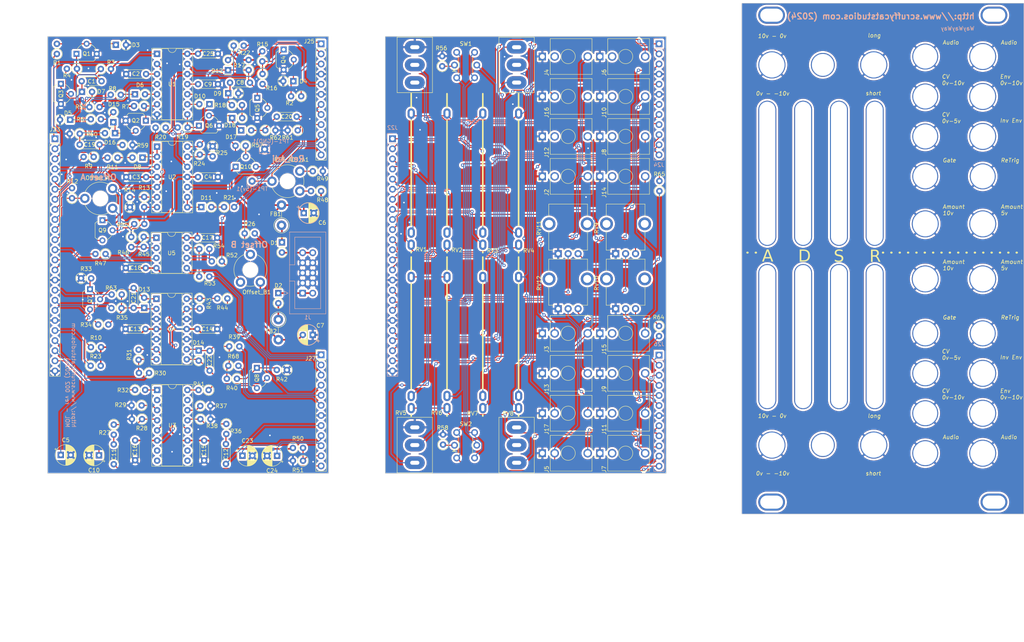
<source format=kicad_pcb>
(kicad_pcb (version 20221018) (generator pcbnew)
  (title_block (title "${project_name}") (company "${org_name}") (comment 1 "${org_url}"))
  (layers (0 "F.Cu" signal) (31 "B.Cu" signal) (34 "B.Paste" user) (35 "F.Paste" user) (36 "B.SilkS" user "B.Silkscreen") (37 "F.SilkS" user "F.Silkscreen") (38 "B.Mask" user) (39 "F.Mask" user) (44 "Edge.Cuts" user))
  (property "Net_pow_neg" "pow-neg")
  (property "Net_pow_pos" "pow-pos")
  (property "org_name" "Scruffy Cat Studios")
  (property "org_url" "http://www.scruffycatstudios.com")
  (property "project_name" "MOL (Meow Out Loud)")
  (net 0 "")
  (net 1 "+12V")
  (net 2 "-12V")
  (net 3 "/Power Supply/EuroPower-pos")
  (net 4 "/Power Supply/EuroPower-neg")
  (net 5 "GND")
  (net 6 "/Power Supply/PolPlus")
  (net 7 "/Power Supply/PolNeg")
  (net 8 "/Fastest ADSR in the West/Reset_A")
  (net 9 "Net-(D5-K)")
  (net 10 "Net-(U1A-CV)")
  (net 11 "/Fastest ADSR in the West/Reset_B")
  (net 12 "Net-(D9-K)")
  (net 13 "Net-(U1B-CV)")
  (net 14 "Net-(C11-Pad2)")
  (net 15 "Net-(C12-Pad2)")
  (net 16 "Net-(D16-A)")
  (net 17 "Net-(D17-A)")
  (net 18 "Net-(D13-K)")
  (net 19 "Net-(D13-A)")
  (net 20 "Net-(D14-K)")
  (net 21 "Net-(D14-A)")
  (net 22 "Net-(D3-K)")
  (net 23 "Net-(D4-K)")
  (net 24 "Net-(D6-K)")
  (net 25 "Net-(D6-A)")
  (net 26 "Net-(D7-A)")
  (net 27 "Net-(D8-K)")
  (net 28 "Net-(D8-A)")
  (net 29 "Net-(D10-K)")
  (net 30 "Net-(D10-A)")
  (net 31 "Net-(D11-K)")
  (net 32 "Net-(D11-A)")
  (net 33 "Net-(D12-A)")
  (net 34 "Net-(D15-K)")
  (net 35 "Net-(D15-A)")
  (net 36 "Net-(D17-K)")
  (net 37 "Net-(D18-A)")
  (net 48 "Net-(J12-Pad2)")
  (net 50 "Net-(J13-Pad2)")
  (net 54 "Net-(J16-Pad2)")
  (net 55 "Net-(J17-Pad2)")
  (net 56 "Net-(Offset_A1-Pad3)")
  (net 57 "Net-(Offset_B1-Pad3)")
  (net 58 "Net-(Q1-C)")
  (net 59 "Net-(Q2-C)")
  (net 60 "Net-(Q3-B)")
  (net 61 "Net-(Q4-C)")
  (net 62 "Net-(Q5-B)")
  (net 63 "Net-(Q6-C)")
  (net 64 "Net-(Q7-E)")
  (net 65 "Net-(Q7-C)")
  (net 66 "Net-(Q8-E)")
  (net 67 "Net-(Q8-C)")
  (net 68 "Net-(Q9-B)")
  (net 69 "Net-(Q10-B)")
  (net 70 "Net-(U2B--)")
  (net 71 "Net-(U2D--)")
  (net 72 "Net-(U3A--)")
  (net 73 "Net-(U3A-+)")
  (net 74 "Net-(R30-Pad2)")
  (net 75 "Net-(U4B--)")
  (net 76 "Net-(R32-Pad2)")
  (net 77 "Net-(U3C--)")
  (net 78 "Net-(U3C-+)")
  (net 79 "Net-(R41-Pad2)")
  (net 80 "Net-(R43-Pad1)")
  (net 81 "Net-(U4D--)")
  (net 82 "Net-(R45-Pad1)")
  (net 83 "Net-(U5A--)")
  (net 84 "Net-(R48-Pad2)")
  (net 85 "Net-(R49-Pad1)")
  (net 86 "Net-(U5B--)")
  (net 87 "Net-(R53-Pad1)")
  (net 88 "Net-(SW1-K)")
  (net 89 "Net-(SW2-K)")
  (net 90 "Net-(R64-Pad1)")
  (net 91 "Net-(R65-Pad1)")
  (net 96 "/Control/Gate_in_A")
  (net 97 "/Control/Gate_in_B")
  (net 98 "/Control/Sustain_1_A")
  (net 99 "/Control/Attack_1_A")
  (net 100 "/Control/Attack_1_B")
  (net 101 "/Control/ReTrigger_A")
  (net 102 "/Control/Release_1_A")
  (net 103 "/Control/Decay_1_A")
  (net 104 "/Control/Sustain_2_A")
  (net 105 "/Control/Discharge_A")
  (net 106 "/Control/Env_Out_A")
  (net 107 "/Control/Env_A")
  (net 108 "/Control/inv_offset_A")
  (net 109 "/Control/EG_LED_Anode_A")
  (net 110 "/Control/InvEnv_Out_A")
  (net 111 "/Control/CV_In_10v_A")
  (net 112 "/Control/CV_In_5v_A")
  (net 113 "/Control/Sustain_3_A")
  (net 114 "/Control/Sustain_3_B")
  (net 115 "/Control/Audio_Out_A")
  (net 116 "/Control/Long_A")
  (net 117 "/Control/Short_A")
  (net 118 "/Control/Release_1_B")
  (net 119 "/Control/Discharge_B")
  (net 120 "/Control/ReTrigger_B")
  (net 121 "/Control/EG_LED_Anode_B")
  (net 122 "/Control/5v_ref")
  (net 123 "/Control/Sustain_2_B")
  (net 124 "/Control/Decay_1_B")
  (net 125 "/Control/Env_B")
  (net 126 "/Control/Env_Out_B")
  (net 127 "/Control/inv_offset_B")
  (net 128 "/Control/Audio_Out_B")
  (net 129 "/Control/InvEnv_Out_B")
  (net 130 "/Control/CV_In_5v_B")
  (net 131 "/Control/CV_In_10v_B")
  (net 132 "/Control/Audio_In_B")
  (net 133 "/Control/Long_B")
  (net 134 "/Control/Short_B")
  (net 135 "/Control/Audio_In_A")
  (net 136 "/Fastest ADSR in the West/5.4v_Ref")
  (net 137 "/Control/Sustain_1_B")
  (net 138 "/Control/Gate_in_A_(C)")
  (net 139 "/Control/Gate_in_B_(C)")
  (net 140 "/Control/Audio_In_A_(C)")
  (net 141 "/Control/Audio_In_B_(C)")
  (net 142 "/Control/Audio_Out_A_(C)")
  (net 143 "/Control/Audio_Out_B_(C)")
  (net 144 "/Control/InvEnv_Out_A_(C)")
  (net 145 "/Control/InvEnv_Out_B_(C)")
  (net 146 "/Control/Env_Out_A_(C)")
  (net 147 "/Control/Env_Out_B_(C)")
  (net 148 "/Control/ReTrigger_A_(C)")
  (net 149 "/Control/ReTrigger_B_(C)")
  (net 150 "/Control/Env_A_(C)")
  (net 151 "/Control/Env_B_(C)")
  (net 152 "/Control/Sustain_1_A_(C)")
  (net 153 "/Control/Attack_1_A_(C)")
  (net 154 "/Control/Attack_1_B_(C)")
  (net 155 "/Control/Release_1_A_(C)")
  (net 156 "/Control/Decay_1_A_(C)")
  (net 157 "/Control/Sustain_2_A_(C)")
  (net 158 "/Control/Discharge_A_(C)")
  (net 159 "/Control/inv_offset_A_(C)")
  (net 160 "/Control/EG_LED_Anode_A_(C)")
  (net 161 "/Control/CV_In_10v_A_(C)")
  (net 162 "/Control/CV_In_5v_A_(C)")
  (net 163 "/Control/Sustain_3_A_(C)")
  (net 164 "/Control/Sustain_3_B_(C)")
  (net 165 "/Control/Long_A_(C)")
  (net 166 "/Control/Short_A_(C)")
  (net 167 "/Control/Release_1_B_(C)")
  (net 168 "/Control/Sustain_1_B_(C)")
  (net 169 "/Control/Discharge_B_(C)")
  (net 170 "/Control/EG_LED_Anode_B_(C)")
  (net 171 "/Control/5v_ref_(C)")
  (net 172 "/Control/Sustain_2_B_(C)")
  (net 173 "/Control/Decay_1_B_(C)")
  (net 174 "/Control/inv_offset_B_(C)")
  (net 175 "/Control/CV_In_5v_B_(C)")
  (net 176 "/Control/CV_In_10v_B_(C)")
  (net 177 "/Control/Long_B_(C)")
  (net 178 "/Control/Short_B_(C)")
  (net 179 "/Control/5.4v_(C)")
  (footprint "*SCS_ScruffyCat:Potentiometer_Slide_open_THL" (layer "F.Cu") (at 121.8 125.65)
    (fp_text reference "RV6")
    (fp_text value "Decay B")
  )
  (footprint "Package_TO_SOT_THT:TO-92_Wide" (layer "F.Cu") (at 74.005 118.535 -90)
    (fp_text reference "Q8")
    (fp_text value "2N3906")
  )
  (footprint "*SCS_ScruffyCat:D_DO-35_SOD27_P2.54mm_Vertical_KathodeUp" (layer "F.Cu") (at 62.075686 52.175 180)
    (fp_text reference "D10")
    (fp_text value "1N4148")
  )
  (footprint "Package_TO_SOT_THT:TO-92_Wide" (layer "F.Cu") (at 28.66 39.52)
    (fp_text reference "Q1")
    (fp_text value "BC547")
  )
  (footprint "Resistor_THT:R_Axial_DIN0207_L6.3mm_D2.5mm_P2.54mm_Vertical" (layer "F.Cu") (at 29.805 96)
    (fp_text reference "R33")
    (fp_text value "1k")
  )
  (footprint "*SCS_ScruffyCat:LED-ButtonHole" (layer "F.Cu") (at 216.28 137.95)
    (fp_text reference "BH2")
    (fp_text value "LED Button")
  )
  (footprint "Capacitor_THT:C_Disc_D4.3mm_W1.9mm_P5.00mm" (layer "F.Cu") (at 43.025 103.45 90)
    (fp_text reference "C21")
    (fp_text value "1n")
  )
  (footprint "Resistor_THT:R_Axial_DIN0207_L6.3mm_D2.5mm_P2.54mm_Vertical" (layer "F.Cu") (at 71.925 43.6 90)
    (fp_text reference "R17")
    (fp_text value "4.7k")
  )
  (footprint "Capacitor_THT:C_Disc_D4.3mm_W1.9mm_P5.00mm" (layer "F.Cu") (at 29.95 46.4)
    (fp_text reference "C1")
    (fp_text value "10n")
  )
  (footprint "*SCS_ScruffyCat:JackHole_3.5mm-OUT" (layer "F.Cu") (at 256.48 140)
    (fp_text reference "JH16")
    (fp_text value "3.5mm Jack")
  )
  (footprint "Resistor_THT:R_Axial_DIN0207_L6.3mm_D2.5mm_P2.54mm_Vertical" (layer "F.Cu") (at 90.145 74.05 180)
    (fp_text reference "R48")
    (fp_text value "39k")
  )
  (footprint "Package_DIP:DIP-14_W7.62mm_Socket" (layer "F.Cu") (at 48.9 62.875)
    (fp_text reference "U2")
    (fp_text value "TL074")
  )
  (footprint "Resistor_THT:R_Axial_DIN0207_L6.3mm_D2.5mm_P2.54mm_Vertical" (layer "F.Cu") (at 62.875 62.78 -90)
    (fp_text reference "R25")
    (fp_text value "150k")
  )
  (footprint "Resistor_THT:R_Axial_DIN0207_L6.3mm_D2.5mm_P2.54mm_Vertical" (layer "F.Cu") (at 51.07 58.1 180)
    (fp_text reference "R20")
    (fp_text value "22")
  )
  (footprint "*SCS_ScruffyCat:Jack_3.5mm_QingPu_thonk-PJ398SM_Vertical_CircularHoles" (layer "F.Cu") (at 160.22 119.9 90)
    (fp_text reference "J9")
    (fp_text value "Inv CV Out B (10v - 0v)")
  )
  (footprint "*SCS_ScruffyCat:D_DO-35_SOD27_P2.54mm_Vertical_KathodeUp" (layer "F.Cu") (at 66.75 43.625686 90)
    (fp_text reference "D12")
    (fp_text value "1N4148")
  )
  (footprint "*SCS_ScruffyCat:JackHole_3.5mm" (layer "F.Cu") (at 256.48 109.85)
    (fp_text reference "JH7")
    (fp_text value "3.5mm Jack")
  )
  (footprint "*SCS_ScruffyCat:Jack_3.5mm_QingPu_thonk-PJ398SM_Vertical_CircularHoles" (layer "F.Cu") (at 145.77 109.85 90)
    (fp_text reference "J3")
    (fp_text value "Gate In B")
  )
  (footprint "Package_DIP:DIP-16_W7.62mm_Socket" (layer "F.Cu") (at 48.93 124.1)
    (fp_text reference "U3")
    (fp_text value "LM13700")
  )
  (footprint "*SCS_ScruffyCat:SW_PushButton_LED_E-Type-A" (layer "F.Cu") (at 124.235 139.795 90)
    (fp_text reference "SW2")
    (fp_text value "SW_Push_LED" hide)
  )
  (footprint "Resistor_THT:R_Axial_DIN0207_L6.3mm_D2.5mm_P2.54mm_Vertical" (layer "F.Cu") (at 39.795 49.825 180)
    (fp_text reference "R8")
    (fp_text value "22")
  )
  (footprint "Resistor_THT:R_Axial_DIN0207_L6.3mm_D2.5mm_P2.54mm_Vertical" (layer "F.Cu") (at 76.13 58.775)
    (fp_text reference "R62")
    (fp_text value "100k")
  )
  (footprint "*SCS_ScruffyCat:D_DO-35_SOD27_P2.54mm_Vertical_KathodeUp" (layer "F.Cu") (at 45.675 103.425685 90)
    (fp_text reference "D13")
    (fp_text value "1N4148")
  )
  (footprint "Capacitor_THT:C_Disc_D4.3mm_W1.9mm_P5.00mm" (layer "F.Cu") (at 46 108.75 180)
    (fp_text reference "C13")
    (fp_text value "100n")
  )
  (footprint "Resistor_THT:R_Axial_DIN0207_L6.3mm_D2.5mm_P2.54mm_Vertical" (layer "F.Cu") (at 32.205 118)
    (fp_text reference "R23")
    (fp_text value "27k")
  )
  (footprint "Capacitor_THT:C_Disc_D4.3mm_W1.9mm_P5.00mm" (layer "F.Cu") (at 46.175 70.525 180)
    (fp_text reference "C3")
    (fp_text value "100n")
  )
  (footprint "*SCS_ScruffyCat:Potentiometer_Alpha_RD901F-40-00D_Single_Vertical_CircularHoles" (layer "F.Cu") (at 164.2 103.65 90)
    (fp_text reference "RV10")
    (fp_text value "100k")
  )
  (footprint "*SCS_ScruffyCat:JackHole_3.5mm" (layer "F.Cu") (at 242.03 40.2)
    (fp_text reference "JH1")
    (fp_text value "3.5mm Jack")
  )
  (footprint "Package_DIP:DIP-14_W7.62mm_Socket" (layer "F.Cu") (at 48.75 101.15)
    (fp_text reference "U4")
    (fp_text value "TL074")
  )
  (footprint "*SCS_ScruffyCat:JackHole_3.5mm" (layer "F.Cu") (at 242.03 129.95)
    (fp_text reference "JH4")
    (fp_text value "3.5mm Jack")
  )
  (footprint "Resistor_THT:R_Axial_DIN0207_L6.3mm_D2.5mm_P2.54mm_Vertical" (layer "F.Cu") (at 59.65 64.87 90)
    (fp_text reference "R24")
    (fp_text value "39k")
  )
  (footprint "Package_TO_SOT_THT:TO-92_Wide" (layer "F.Cu") (at 74.105 50.585 -90)
    (fp_text reference "Q5")
    (fp_text value "BC547")
  )
  (footprint "Resistor_THT:R_Axial_DIN0207_L6.3mm_D2.5mm_P2.54mm_Vertical" (layer "F.Cu") (at 59.625 101.055 -90)
    (fp_text reference "R43")
    (fp_text value "39k")
  )
  (footprint "*SCS_ScruffyCat:Potentiometer_Slide_open_THL" (layer "F.Cu") (at 121.8 84.55)
    (fp_text reference "RV2")
    (fp_text value "Decay A")
  )
  (footprint "*SCS_ScruffyCat:JackHole_3.5mm" (layer "F.Cu") (at 242.03 109.85)
    (fp_text reference "JH3")
    (fp_text value "3.5mm Jack")
  )
  (footprint "*SCS_ScruffyCat:D_DO-35_SOD27_P2.54mm_Vertical_KathodeUp" (layer "F.Cu") (at 60.024315 78.075)
    (fp_text reference "D11")
    (fp_text value "1N4148")
  )
  (footprint "Resistor_THT:R_Axial_DIN0207_L6.3mm_D2.5mm_P2.54mm_Vertical" (layer "F.Cu") (at 85.605 141.89 180)
    (fp_text reference "R51")
    (fp_text value "330k")
  )
  (footprint "*SCS_ScruffyCat:LED-ButtonHole" (layer "F.Cu") (at 216.28 42.3)
    (fp_text reference "BH1")
    (fp_text value "LED Button")
  )
  (footprint "Capacitor_THT:C_Disc_D4.3mm_W1.9mm_P5.00mm" (layer "F.Cu") (at 59.2 39.5)
    (fp_text reference "C25")
    (fp_text value "100n")
  )
  (footprint "Capacitor_THT:C_Disc_D4.3mm_W1.9mm_P5.00mm" (layer "F.Cu") (at 59.05 85.8)
    (fp_text reference "C17")
    (fp_text value "100n")
  )
  (footprint "Resistor_THT:R_Axial_DIN0207_L6.3mm_D2.5mm_P2.54mm_Vertical" (layer "F.Cu") (at 75.425 44.58 -90)
    (fp_text reference "R16")
    (fp_text value "22k")
  )
  (footprint "Resistor_THT:R_Axial_DIN0411_L9.9mm_D3.6mm_P5.08mm_Vertical" (layer "F.Cu") (at 80.2 82.665 90)
    (fp_text reference "FB1")
    (fp_text value "FerriteBead")
  )
  (footprint "*SCS_ScruffyCat:D_DO-35_SOD27_P2.54mm_Vertical_KathodeUp" (layer "F.Cu") (at 83.175 46.4 180)
    (fp_text reference "D4")
    (fp_text value "1N4148")
  )
  (footprint "*SCS_ScruffyCat:Potentiometer_Slide_open_THL" (layer "F.Cu") (at 130.8 84.55)
    (fp_text reference "RV3")
    (fp_text value "Sustain A")
  )
  (footprint "Resistor_THT:R_Axial_DIN0207_L6.3mm_D2.5mm_P2.54mm_Vertical" (layer "F.Cu") (at 65.2 91.725 180)
    (fp_text reference "R52")
    (fp_text value "100k")
  )
  (footprint "Resistor_THT:R_Axial_DIN0207_L6.3mm_D2.5mm_P2.54mm_Vertical" (layer "F.Cu") (at 45.645 52.65 180)
    (fp_text reference "R7")
    (fp_text value "4.7k")
  )
  (footprint "Resistor_THT:R_Axial_DIN0207_L6.3mm_D2.5mm_P2.54mm_Vertical" (layer "F.Cu") (at 85.145 50.2 180)
    (fp_text reference "R2")
    (fp_text value "10k")
  )
  (footprint "*SCS_ScruffyCat:Potentiometer_Slide_open_THL" (layer "F.Cu") (at 130.8 125.65)
    (fp_text reference "RV7")
    (fp_text value "Sustain B")
  )
  (footprint "Resistor_THT:R_Axial_DIN0207_L6.3mm_D2.5mm_P2.54mm_Vertical" (layer "F.Cu") (at 45.675 75.53 -90)
    (fp_text reference "R13")
    (fp_text value "39k")
  )
  (footprint "*SCS_ScruffyCat:Potentiometer_Trim_Vertical_THL" (layer "F.Cu") (at 84.8 69.05 180)
    (fp_text reference "REF_ADJ_A1")
    (fp_text value "5k")
    (fp_circle (center 3.09 -2.52) (end 5.09 -2.52) (stroke (width 0.1)) (fill none) (layer "Edge.Cuts"))
  )
  (footprint "*SCS_ScruffyCat:Jack_3.5mm_QingPu_thonk-PJ398SM_Vertical_CircularHoles" (layer "F.Cu") (at 160.22 140 90)
    (fp_text reference "J7")
    (fp_text value "Audio Out B_(C)")
  )
  (footprint "Resistor_THT:R_Axial_DIN0207_L6.3mm_D2.5mm_P2.54mm_Vertical" (layer "F.Cu") (at 42.425 85.605 -90)
    (fp_text reference "R46")
    (fp_text value "100k")
  )
  (footprint "Resistor_THT:R_Axial_DIN0207_L6.3mm_D2.5mm_P2.54mm_Vertical" (layer "F.Cu") (at 120.8 137.845 90)
    (fp_text reference "R58")
    (fp_text value "2.2k")
  )
  (footprint "Resistor_THT:R_Axial_DIN0207_L6.3mm_D2.5mm_P2.54mm_Vertical" (layer "F.Cu") (at 38.975 65.65 180)
    (fp_text reference "R11")
    (fp_text value "22")
  )
  (footprint "Resistor_THT:R_Axial_DIN0207_L6.3mm_D2.5mm_P2.54mm_Vertical" (layer "F.Cu") (at 46.895 119.8 180)
    (fp_text reference "R30")
    (fp_text value "1k")
  )
  (footprint "*SCS_ScruffyCat:PotHole_no-mount" (layer "F.Cu") (at 256.49 82.3)
    (fp_text reference "PH10")
    (fp_text value "Pot Jack (no-mount)")
  )
  (footprint "*SCS_ScruffyCat:D_DO-35_SOD27_P2.54mm_Vertical_KathodeUp" (layer "F.Cu") (at 80.3 86.951814 -90)
    (fp_text reference "D1")
    (fp_text value "Schottky")
  )
  (footprint "*SCS_ScruffyCat:D_DO-35_SOD27_P2.54mm_Vertical_KathodeUp" (layer "F.Cu") (at 67.774315 55.675)
    (fp_text reference "D18")
    (fp_text value "1N4148")
  )
  (footprint "*SCS_ScruffyCat:JackHole_3.5mm-OUT" (layer "F.Cu") (at 256.48 129.95)
    (fp_text reference "JH8")
    (fp_text value "3.5mm Jack")
  )
  (footprint "*SCS_ScruffyCat:D_DO-35_SOD27_P2.54mm_Vertical_KathodeUp" (layer "F.Cu") (at 37.925 56.725686 90)
    (fp_text reference "D15")
    (fp_text value "1N4148")
  )
  (footprint "*SCS_ScruffyCat:SwitchHole_screw-mount" (layer "F.Cu") (at 203.48 137.95)
    (fp_text reference "SH3")
    (fp_text value "Switch Jack")
  )
  (footprint "*SCS_ScruffyCat:JackHole_3.5mm" (layer "F.Cu") (at 242.03 50.25)
    (fp_text reference "JH9")
    (fp_text value "3.5mm Jack")
  )
  (footprint "*SCS_ScruffyCat:JackHole_3.5mm-OUT" (layer "F.Cu") (at 256.48 50.25)
    (fp_text reference "JH13")
    (fp_text value "3.5mm Jack")
  )
  (footprint "*SCS_ScruffyCat:Jack_3.5mm_QingPu_thonk-PJ398SM_Vertical_CircularHoles" (layer "F.Cu") (at 145.77 119.9 90)
    (fp_text reference "J13")
    (fp_text value "CV In B (0v - 5v)")
  )
  (footprint "*SCS_ScruffyCat:ScrewHole_Oval" (layer "F.Cu") (at 259.3 29.8)
    (fp_text reference "J20")
    (fp_text value "Screw Hole")
  )
  (footprint "Capacitor_THT:C_Disc_D4.3mm_W1.9mm_P5.00mm" (layer "F.Cu") (at 43.4 141.77 90)
    (fp_text reference "C16")
    (fp_text value "100n")
  )
  (footprint "*SCS_ScruffyCat:Jack_3.5mm_QingPu_thonk-PJ398SM_Vertical_CircularHoles" (layer "F.Cu") (at 145.77 40.2 90)
    (fp_text reference "J4")
    (fp_text value "Audio In A_(C)")
  )
  (footprint "*SCS_ScruffyCat:PotHole_Slide_open_oval" (layer "F.Cu") (at 220.5 125.71)
    (fp_text reference "PH7" hide)
    (fp_text value "30mm Vertical Slider")
  )
  (footprint "Resistor_THT:R_Axial_DIN0207_L6.3mm_D2.5mm_P2.54mm_Vertical" (layer "F.Cu") (at 32.975 65.45 180)
    (fp_text reference "R9")
    (fp_text value "22")
  )
  (footprint "Capacitor_THT:C_Disc_D4.3mm_W1.9mm_P5.00mm" (layer "F.Cu") (at 72.25 46.775 180)
    (fp_text reference "C8")
    (fp_text value "10n")
  )
  (footprint "Resistor_THT:R_Axial_DIN0207_L6.3mm_D2.5mm_P2.54mm_Vertical" (layer "F.Cu") (at 68.995 121.25 180)
    (fp_text reference "R40")
    (fp_text value "33k")
  )
  (footprint "Capacitor_THT:C_Disc_D4.3mm_W1.9mm_P5.00mm" (layer "F.Cu") (at 46.15 44.6 180)
    (fp_text reference "C2")
    (fp_text value "10n")
  )
  (footprint "*SCS_ScruffyCat:Potentiometer_Slide_open_THL" (layer "F.Cu") (at 139.8 125.65)
    (fp_text reference "RV8")
    (fp_text value "Release B")
  )
  (footprint "Package_DIP:DIP-14_W7.62mm_Socket" (layer "F.Cu") (at 48.9 39.525)
    (fp_text reference "U1")
    (fp_text value "LM556")
  )
  (footprint "Package_TO_SOT_THT:TO-92_Wide" (layer "F.Cu") (at 35.18 81.385 -90)
    (fp_text reference "Q9")
    (fp_text value "BC547")
  )
  (footprint "*SCS_ScruffyCat:D_DO-35_SOD27_P2.54mm_Vertical_KathodeUp" (layer "F.Cu") (at 45.250686 65.625 180)
    (fp_text reference "D8")
    (fp_text value "1N4148")
  )
  (footprint "*SCS_ScruffyCat:Jack_3.5mm_QingPu_thonk-PJ398SM_Vertical_CircularHoles" (layer "F.Cu") (at 160.22 60.3 90)
    (fp_text reference "J8")
    (fp_text value "Inv CV Out A (10v - 0v)")
  )
  (footprint "Resistor_THT:R_Axial_DIN0207_L6.3mm_D2.5mm_P2.54mm_Vertical" (layer "F.Cu") (at 59.505 95.55)
    (fp_text reference "R53")
    (fp_text value "1k")
  )
  (footprint "Package_DIP:DIP-8_W7.62mm_Socket" (layer "F.Cu") (at 48.75 85.8)
    (fp_text reference "U5")
    (fp_text value "TL072")
  )
  (footprint "Resistor_THT:R_Axial_DIN0207_L6.3mm_D2.5mm_P2.54mm_Vertical" (layer "F.Cu") (at 43.38 124.075)
    (fp_text reference "R32")
    (fp_text value "6.8k")
  )
  (footprint "Resistor_THT:R_Axial_DIN0207_L6.3mm_D2.5mm_P2.54mm_Vertical" (layer "F.Cu") (at 65.755 78.075)
    (fp_text reference "R21")
    (fp_text value "22")
  )
  (footprint "*SCS_ScruffyCat:SW_Toggle_Blue_wSlots" (layer "F.Cu") (at 139.3 137.95 90)
    (fp_text reference "SW6" hide)
    (fp_text value "Length B")
  )
  (footprint "Capacitor_THT:CP_Radial_D5.0mm_P2.50mm" (layer "F.Cu") (at 34.305113 140.525 180)
    (fp_text reference "C10")
    (fp_text value "4.7uF")
  )
  (footprint "Resistor_THT:R_Axial_DIN0207_L6.3mm_D2.5mm_P2.54mm_Vertical" (layer "F.Cu") (at 175.1 108 -90)
    (fp_text reference "R64")
    (fp_text value "100k")
  )
  (footprint "Capacitor_THT:C_Disc_D4.3mm_W1.9mm_P5.00mm" (layer "F.Cu") (at 60.75 136.82 -90)
    (fp_text reference "C15")
    (fp_text value "100n")
  )
  (footprint "Resistor_THT:R_Axial_DIN0207_L6.3mm_D2.5mm_P2.54mm_Vertical" (layer "F.Cu") (at 66.595 101.075 180)
    (fp_text reference "R44")
    (fp_text value "1k")
  )
  (footprint "*SCS_ScruffyCat:PotHole_no-mount" (layer "F.Cu") (at 242.03 82.3)
    (fp_text reference "PH9")
    (fp_text value "Pot Jack (no-mount)")
  )
  (footprint "*SCS_ScruffyCat:D_DO-35_SOD27_P2.54mm_Vertical_KathodeUp" (layer "F.Cu") (at 70.049315 58.775)
    (fp_text reference "D17")
    (fp_text value "1N4148")
  )
  (footprint "Capacitor_THT:CP_Radial_D5.0mm_P2.50mm" (layer "F.Cu") (at 70.375 140.625)
    (fp_text reference "C23")
    (fp_text value "47uF")
  )
  (footprint "*SCS_ScruffyCat:PotHole_Slide_open_oval" (layer "F.Cu") (at 202.48 125.71)
    (fp_text reference "PH5" hide)
    (fp_text value "30mm Vertical Slider")
  )
  (footprint "*SCS_ScruffyCat:JackHole_3.5mm-OUT" (layer "F.Cu") (at 256.48 119.9)
    (fp_text reference "JH15")
    (fp_text value "3.5mm Jack")
  )
  (footprint "Capacitor_THT:CP_Radial_D5.0mm_P2.50mm" (layer "F.Cu") (at 24.705113 140.45)
    (fp_text reference "C5")
    (fp_text value "47uF")
  )
  (footprint "Resistor_THT:R_Axial_DIN0207_L6.3mm_D2.5mm_P2.54mm_Vertical" (layer "F.Cu") (at 59.805 131.425)
    (fp_text reference "R38")
    (fp_text value "330")
  )
  (footprint "Resistor_THT:R_Axial_DIN0207_L6.3mm_D2.5mm_P2.54mm_Vertical" (layer "F.Cu") (at 34.13 107.625)
    (fp_text reference "R34")
    (fp_text value "33k")
  )
  (footprint "Capacitor_THT:CP_Radial_D5.0mm_P2.50mm" (layer "F.Cu") (at 88.05 110.225 180)
    (fp_text reference "C7")
    (fp_text value "10uF")
  )
  (footprint "Resistor_THT:R_Axial_DIN0207_L6.3mm_D2.5mm_P2.54mm_Vertical" (layer "F.Cu") (at 40.025 100.075 180)
    (fp_text reference "R63")
    (fp_text value "330k")
  )
  (footprint "Resistor_THT:R_Axial_DIN0207_L6.3mm_D2.5mm_P2.54mm_Vertical" (layer "F.Cu") (at 39.97 103.5 180)
    (fp_text reference "R35")
    (fp_text value "330k")
  )
  (footprint "Package_TO_SOT_THT:TO-92_Wide" (layer "F.Cu") (at 59.425 57.6)
    (fp_text reference "Q6")
    (fp_text value "BC547")
  )
  (footprint "Resistor_THT:R_Axial_DIN0207_L6.3mm_D2.5mm_P2.54mm_Vertical" (layer "F.Cu") (at 67.73 52.425)
    (fp_text reference "R18")
    (fp_text value "10k")
  )
  (footprint "*SCS_ScruffyCat:D_DO-35_SOD27_P2.54mm_Vertical_KathodeUp" (layer "F.Cu") (at 59.375 114.174315 -90)
    (fp_text reference "D14")
    (fp_text value "1N4148")
  )
  (footprint "Capacitor_THT:CP_Radial_D5.0mm_P2.50mm" (layer "F.Cu") (at 79.075 140.65 180)
    (fp_text reference "C24")
    (fp_text value "4.7uF")
  )
  (footprint "Capacitor_THT:C_Disc_D4.3mm_W1.9mm_P5.00mm" (layer "F.Cu") (at 59.225 47.15)
    (fp_text reference "C9")
    (fp_text value "10n")
  )
  (footprint "*SCS_ScruffyCat:JackHole_3.5mm" (layer "F.Cu") (at 242.03 60.3)
    (fp_text reference "JH2")
    (fp_text value "3.5mm Jack")
  )
  (footprint "Package_TO_SOT_THT:TO-92_Wide" (layer "F.Cu") (at 24.73 47.06 -90)
    (fp_text reference "Q3")
    (fp_text value "BC547")
  )
  (footprint "Package_TO_SOT_THT:TO-92_Wide" (layer "F.Cu") (at 32.055 98.735 -90)
    (fp_text reference "Q7")
    (fp_text value "2N3906")
  )
  (footprint "Resistor_THT:R_Axial_DIN0207_L6.3mm_D2.5mm_P2.54mm_Vertical" (layer "F.Cu") (at 27.525 75.85 90)
    (fp_text reference "R12")
    (fp_text value "1k")
  )
  (footprint "Resistor_THT:R_Axial_DIN0207_L6.3mm_D2.5mm_P2.54mm_Vertical" (layer "F.Cu") (at 175.2 74.045 90)
    (fp_text reference "R65")
    (fp_text value "100k")
  )
  (footprint "*SCS_ScruffyCat:JackHole_3.5mm" (layer "F.Cu") (at 256.48 70.35)
    (fp_text reference "JH14")
    (fp_text value "3.5mm Jack")
  )
  (footprint "Resistor_THT:R_Axial_DIN0207_L6.3mm_D2.5mm_P2.54mm_Vertical" (layer "F.Cu") (at 23.725 39.545 90)
    (fp_text reference "R1")
    (fp_text value "10k")
  )
  (footprint "Resistor_THT:R_Axial_DIN0207_L6.3mm_D2.5mm_P2.54mm_Vertical" (layer "F.Cu") (at 75.375 41.42 90)
    (fp_text reference "R15")
    (fp_text value "4.7k")
  )
  (footprint "Resistor_THT:R_Axial_DIN0207_L6.3mm_D2.5mm_P2.54mm_Vertical" (layer "F.Cu") (at 81.55 119.05 180)
    (fp_text reference "R42")
    (fp_text value "1k")
  )
  (footprint "*SCS_ScruffyCat:D_DO-35_SOD27_P2.54mm_Vertical_KathodeUp" (layer "F.Cu") (at 43.349315 49.7)
    (fp_text reference "D6")
    (fp_text value "1N4148")
  )
  (footprint "*SCS_ScruffyCat:Potentiometer_Alpha_RD901F-40-00D_Single_Vertical_CircularHoles" (layer "F.Cu") (at 149.75 89.8 90)
    (fp_text reference "RV11")
    (fp_text value "100k")
  )
  (footprint "*SCS_ScruffyCat:Jack_3.5mm_QingPu_thonk-PJ398SM_Vertical_CircularHoles" (layer "F.Cu") (at 145.77 60.3 90)
    (fp_text reference "J12")
    (fp_text value "CV In A (0v - 5v)")
  )
  (footprint "Resistor_THT:R_Axial_DIN0207_L6.3mm_D2.5mm_P2.54mm_Vertical" (layer "F.Cu") (at 61.87 124.1 180)
    (fp_text reference "R41")
    (fp_text value "6.8k")
  )
  (footprint "*SCS_ScruffyCat:ScrewHole_Oval" (layer "F.Cu") (at 203.4 29.8)
    (fp_text reference "J19")
    (fp_text value "Screw Hole")
  )
  (footprint "Resistor_THT:R_Axial_DIN0207_L6.3mm_D2.5mm_P2.54mm_Vertical" (layer "F.Cu") (at 83.06 138.675)
    (fp_text reference "R50")
    (fp_text value "470k")
  )
  (footprint "*SCS_ScruffyCat:PotHole_Slide_open_oval" (layer "F.Cu") (at 229.48 84.61)
    (fp_text reference "PH4" hide)
    (fp_text value "30mm Vertical Slider")
  )
  (footprint "Resistor_THT:R_Axial_DIN0207_L6.3mm_D2.5mm_P2.54mm_Vertical" (layer "F.Cu") (at 29.475 59.61 180)
    (fp_text reference "R60")
    (fp_text value "100k")
  )
  (footprint "Resistor_THT:R_Axial_DIN0207_L6.3mm_D2.5mm_P2.54mm_Vertical" (layer "F.Cu") (at 68.165 37.47)
    (fp_text reference "R22")
    (fp_text value "22")
  )
  (footprint "*SCS_ScruffyCat:Jack_3.5mm_QingPu_thonk-PJ398SM_Vertical_CircularHoles" (layer "F.Cu") (at 145.77 140 90)
    (fp_text reference "J5")
    (fp_text value "Audio In B_(C)")
  )
  (footprint "*SCS_ScruffyCat:Potentiometer_Alpha_RD901F-40-00D_Single_Vertical_CircularHoles" (layer "F.Cu") (at 149.75 103.65 90)
    (fp_text reference "RV12")
    (fp_text value "100k")
  )
  (footprint "Resistor_THT:R_Axial_DIN0207_L6.3mm_D2.5mm_P2.54mm_Vertical" (layer "F.Cu") (at 88.055 69.05)
    (fp_text reference "R49")
    (fp_text value "27k")
  )
  (footprint "*SCS_ScruffyCat:SW_Toggle_Blue_wSlots" (layer "F.Cu") (at 113.7 42.3 90)
    (fp_text reference "SW3" hide)
    (fp_text value "Inv Offset A")
  )
  (footprint "*SCS_ScruffyCat:JackHole_3.5mm" (layer "F.Cu") (at 242.03 119.9)
    (fp_text reference "JH11")
    (fp_text value "3.5mm Jack")
  )
  (footprint "*SCS_ScruffyCat:Jack_3.5mm_QingPu_thonk-PJ398SM_Vertical_CircularHoles" (layer "F.Cu") (at 145.77 70.35 90)
    (fp_text reference "J2")
    (fp_text value "Gate In A")
  )
  (footprint "Capacitor_THT:C_Disc_D4.3mm_W1.9mm_P5.00mm" (layer "F.Cu") (at 41.05 93.4)
    (fp_text reference "C18")
    (fp_text value "100n")
  )
  (footprint "Resistor_THT:R_Axial_DIN0207_L6.3mm_D2.5mm_P2.54mm_Vertical" (layer "F.Cu") (at 66.83 118)
    (fp_text reference "R68")
    (fp_text value "330k")
  )
  (footprint "Resistor_THT:R_Axial_DIN0411_L9.9mm_D3.6mm_P5.08mm_Vertical" (layer "F.Cu") (at 79.4 106.375 -90)
    (fp_text reference "FB2")
    (fp_text value "FerriteBead")
  )
  (footprint "*SCS_ScruffyCat:SwitchHole_screw-mount" (layer "F.Cu") (at 229.08 42.3)
    (fp_text reference "SH2")
    (fp_text value "Switch Jack")
  )
  (footprint "*SCS_ScruffyCat:SW_Toggle_Blue_wSlots" (layer "F.Cu") (at 139.3 42.3 90)
    (fp_text reference "SW5" hide)
    (fp_text value "Length A")
  )
  (footprint "Package_TO_SOT_THT:TO-92_Wide" (layer "F.Cu") (at 46.09 56.33 180)
    (fp_text reference "Q2")
    (fp_text value "BC547")
  )
  (footprint "Resistor_THT:R_Axial_DIN0207_L6.3mm_D2.5mm_P2.54mm_Vertical" (layer "F.Cu") (at 32.28 113.325)
    (fp_text reference "R10")
    (fp_text value "27k")
  )
  (footprint "Resistor_THT:R_Axial_DIN0207_L6.3mm_D2.5mm_P2.54mm_Vertical" (layer "F.Cu") (at 42.075 78.125 90)
    (fp_text reference "R14")
    (fp_text value "150k")
  )
  (footprint "*SCS_ScruffyCat:JackHole_3.5mm" (layer "F.Cu") (at 242.03 140)
    (fp_text reference "JH12")
    (fp_text value "3.5mm Jack")
  )
  (footprint "*SCS_ScruffyCat:Jack_3.5mm_QingPu_thonk-PJ398SM_Vertical_CircularHoles" (layer "F.Cu") (at 145.77 50.24 90)
    (fp_text reference "J16")
    (fp_text value "CV In A (0v - 10v)")
  )
  (footprint "Connector_PinHeader_2.54mm:PinHeader_1x12_P2.54mm_Vertical" (layer "F.Cu") (at 90.15 115.26)
    (fp_text reference "J27")
    (fp_text value "Conn_01x12_Pin")
  )
  (footprint "*SCS_ScruffyCat:JackHole_3.5mm" (layer "F.Cu") (at 242.03 70.35)
    (fp_text reference "JH10")
    (fp_text value "3.5mm Jack")
  )
  (footprint "Capacitor_THT:C_Disc_D4.3mm_W1.9mm_P5.00mm" (layer "F.Cu") (at 34.45 62.35 180)
    (fp_text reference "C19")
    (fp_text value "10n")
  )
  (footprint "Resistor_THT:R_Axial_DIN0207_L6.3mm_D2.5mm_P2.54mm_Vertical" (layer "F.Cu") (at 71.17 62.65 180)
    (fp_text reference "R57")
    (fp_text value "10k")
  )
  (footprint "*SCS_ScruffyCat:PotHole_Slide_open_oval" (layer "F.Cu") (at 229.48 125.71)
    (fp_text reference "PH8" hide)
    (fp_text value "30mm Vertical Slider")
  )
  (footprint "Resistor_THT:R_Axial_DIN0207_L6.3mm_D2.5mm_P2.54mm_Vertical" (layer "F.Cu") (at 120.6 42.645 90)
    (fp_text reference "R56")
    (fp_text value "2.2k")
  )
  (footprint "Resistor_THT:R_Axial_DIN0207_L6.3mm_D2.5mm_P2.54mm_Vertical" (layer "F.Cu") (at 35.955 89.87 180)
    (fp_text reference "R47")
    (fp_text value "1k")
  )
  (footprint "*SCS_ScruffyCat:SwitchHole_screw-mount" (layer "F.Cu") (at 203.48 42.3)
    (fp_text reference "SH1")
    (fp_text value "Switch Jack")
  )
  (footprint "Resistor_THT:R_Axial_DIN0207_L6.3mm_D2.5mm_P2.54mm_Vertical" (layer "F.Cu") (at 59.775 128.1)
    (fp_text reference "R37")
    (fp_text value "330")
  )
  (footprint "*SCS_ScruffyCat:Jack_3.5mm_QingPu_thonk-PJ398SM_Vertical_CircularHoles" (layer "F.Cu") (at 160.22 70.35 90)
    (fp_text reference "J14")
    (fp_text value "Re-Trigger A_(C)")
  )
  (footprint "*SCS_ScruffyCat:Jack_3.5mm_QingPu_thonk-PJ398SM_Vertical_CircularHoles" (layer "F.Cu") (at 160.22 40.2 90)
    (fp_text reference "J6")
    (fp_text value "Audio Out A_(C)")
  )
  (footprint "*SCS_ScruffyCat:D_DO-35_SOD27_P2.54mm_Vertical_KathodeUp" (layer "F.Cu") (at 38.549315 37.26)
    (fp_text reference "D3")
    (fp_text value "1N4148")
  )
  (footprint "*SCS_ScruffyCat:Jack_3.5mm_QingPu_thonk-PJ398SM_Vertical_CircularHoles" (layer "F.Cu") (at 145.77 129.95 90)
    (fp_text reference "J17")
    (fp_text value "CV In B (0v - 10v)")
  )
  (footprint "Capacitor_THT:C_Disc_D4.3mm_W1.9mm_P5.00mm" (layer "F.Cu") (at 62.125 114.225 -90)
    (fp_text reference "C22")
    (fp_text value "1n")
  )
  (footprint "Capacitor_THT:C_Disc_D4.3mm_W1.9mm_P5.00mm" (layer "F.Cu") (at 64.05 108.75 180)
    (fp_text reference "C14")
    (fp_text value "100n")
  )
  (footprint "*SCS_ScruffyCat:PotHole_Slide_open_oval" (layer "F.Cu") (at 211.49 84.61)
    (fp_text reference "PH2" hide)
    (fp_text value "30mm Vertical Slider")
  )
  (footprint "*SCS_ScruffyCat:D_DO-35_SOD27_P2.54mm_Vertical_KathodeUp" (layer "F.Cu") (at 79.4 99.725 -90)
    (fp_text reference "D2")
    (fp_text value "Schottky")
  )
  (footprint "Resistor_THT:R_Axial_DIN0207_L6.3mm_D2.5mm_P2.54mm_Vertical" (layer "F.Cu") (at 70.93 84.7)
    (fp_text reference "R26")
    (fp_text value "1k")
  )
  (footprint "Resistor_THT:R_Axial_DIN0207_L6.3mm_D2.5mm_P2.54mm_Vertical" (layer "F.Cu") (at 45.125 131.425 180)
    (fp_text reference "R28")
    (fp_text value "330")
  )
  (footprint "Resistor_THT:R_Axial_DIN0207_L6.3mm_D2.5mm_P2.54mm_Vertical" (layer "F.Cu") (at 43.175 82.325)
    (fp_text reference "R55")
    (fp_text value "10k")
  )
  (footprint "*SCS_ScruffyCat:PotHole_no-mount" (layer "F.Cu") (at 242.02 96.15)
    (fp_text reference "PH11")
    (fp_text value "Pot Jack (no-mount)")
  )
  (footprint "Package_TO_SOT_THT:TO-92_Wide" (layer "F.Cu") (at 80.73 38.435 -90)
    (fp_text reference "Q4")
    (fp_text value "BC547")
  )
  (footprint "Capacitor_THT:C_Disc_D4.3mm_W1.9mm_P5.00mm" (layer "F.Cu") (at 38.025 142.775 90)
    (fp_text reference "C11")
    (fp_text value "100n")
  )
  (footprint "Resistor_THT:R_Axial_DIN0207_L6.3mm_D2.5mm_P2.54mm_Vertical" (layer "F.Cu") (at 28.775 43.275 180)
    (fp_text reference "R4")
    (fp_text value "22k")
  )
  (footprint "Connector_PinHeader_2.54mm:PinHeader_1x12_P2.54mm_Vertical" (layer "F.Cu") (at 90.15 37)
    (fp_text reference "J25")
    (fp_text value "Conn_01x12_Pin")
  )
  (footprint "Resistor_THT:R_Axial_DIN0207_L6.3mm_D2.5mm_P2.54mm_Vertical" (layer "F.Cu") (at 66.325 132.63 -90)
    (fp_text reference "R36")
    (fp_text value "100k")
  )
  (footprint "*SCS_ScruffyCat:SwitchHole_screw-mount" (layer "F.Cu") (at 229.08 137.95)
    (fp_text reference "SH4")
    (fp_text value "Switch Jack")
  )
  (footprint "Capacitor_THT:C_Disc_D4.3mm_W1.9mm_P5.00mm" (layer "F.Cu") (at 66.225 142.7 90)
    (fp_text reference "C12")
    (fp_text value "100n")
  )
  (footprint "Resistor_THT:R_Axial_DIN0207_L6.3mm_D2.5mm_P2.54mm_Vertical" (layer "F.Cu") (at 31.905 52.92)
    (fp_text reference "R5")
    (fp_text value "4.7k")
  )
  (footprint "Capacitor_THT:CP_Radial_D5.0mm_P2.50mm" (layer "F.Cu") (at 85.794888 79.575)
    (fp_text reference "C6")
    (fp_text value "10uF")
  )
  (footprint "*SCS_ScruffyCat:Potentiometer_Slide_open_THL" (layer "F.Cu") (at 139.8 84.55)
    (fp_text reference "RV4")
    (fp_text value "Release A")
  )
  (footprint "*SCS_ScruffyCat:Potentiometer_Trim_Vertical_THL" (layer "F.Cu") (at 37.75 73.395 180)
    (fp_text reference "Offset_A1")
    (fp_text value "5k")
    (fp_circle (center 3.09 -2.52) (end 5.09 -2.52) (stroke (width 0.1)) (fill none) (layer "Edge.Cuts"))
  )
  (footprint "*SCS_ScruffyCat:D_DO-35_SOD27_P2.54mm_Vertical_KathodeUp" (layer "F.Cu") (at 30.024315 49.075)
    (fp_text reference "D7")
    (fp_text value "1N4148")
  )
  (footprint "Capacitor_THT:C_Disc_D4.3mm_W1.9mm_P5.00mm" (layer "F.Cu") (at 64.2 70.5 180)
    (fp_text reference "C4")
    (fp_text value "100n")
  )
  (footprint "Resistor_THT:R_Axial_DIN0207_L6.3mm_D2.5mm_P2.54mm_Vertical" (layer "F.Cu") (at 59.53 88.625)
    (fp_text reference "R54")
    (fp_text value "100k")
  )
  (footprint "*SCS_ScruffyCat:Potentiometer_Slide_open_THL" (layer "F.Cu") (at 112.8 125.65)
    (fp_text reference "RV5")
    (fp_text value "Attack B")
  )
  (footprint "*SCS_ScruffyCat:ScrewHole_Oval" (layer "F.Cu") (at 203.4 152.3)
    (fp_text reference "J21")
    (fp_text value "Screw Hole")
  )
  (footprint "*SCS_ScruffyCat:Potentiometer_Trim_Vertical_THL" (layer "F.Cu") (at 74.88 96.975 90)
    (fp_text reference "Offset_B1")
    (fp_text value "5k")
    (fp_circle (center 3.09 -2.52) (end 5.09 -2.52) (stroke (width 0.1)) (fill none) (layer "Edge.Cuts"))
  )
  (footprint "*SCS_ScruffyCat:D_DO-35_SOD27_P2.54mm_Vertical_KathodeUp" (layer "F.Cu") (at 66.799314 49.45)
    (fp_text reference "D9")
    (fp_text value "1N4148")
  )
  (footprint "*SCS_ScruffyCat:Potentiometer_Slide_open_THL" (layer "F.Cu") (at 112.8 84.55)
    (fp_text reference "RV1")
    (fp_text value "Attack A")
  )
  (footprint "*SCS_ScruffyCat:PotHole_Slide_open_oval" (layer "F.Cu") (at 211.49 125.71)
    (fp_text reference "PH6" hide)
    (fp_text value "30mm Vertical Slider")
  )
  (footprint "*SCS_ScruffyCat:Jack_3.5mm_QingPu_thonk-PJ398SM_Vertical_CircularHoles" (layer "F.Cu") (at 160.22 109.85 90)
    (fp_text reference "J15")
    (fp_text value "Re-Trigger B_(C)")
  )
  (footprint "*SCS_ScruffyCat:PotHole_Slide_open_oval" (layer "F.Cu") (at 202.48 84.61)
    (fp_text reference "PH1" hide)
    (fp_text value "30mm Vertical Slider")
  )
  (footprint "Resistor_THT:R_Axial_DIN0207_L6.3mm_D2.5mm_P2.54mm_Vertical" (layer "F.Cu") (at 38.025 132.805 -90)
    (fp_text reference "R27")
    (fp_text value "100k")
  )
  (footprint "Resistor_THT:R_Axial_DIN0207_L6.3mm_D2.5mm_P2.54mm_Vertical" (layer "F.Cu") (at 67.055 113.125)
    (fp_text reference "R39")
    (fp_text value "330k")
  )
  (footprint "*SCS_ScruffyCat:ScrewHole_Oval" (layer "F.Cu") (at 259.3 152.3)
    (fp_text reference "J18")
    (fp_text value "Screw Hole")
  )
  (footprint "Resistor_THT:R_Axial_DIN0207_L6.3mm_D2.5mm_P2.54mm_Vertical" (layer "F.Cu") (at 45.55 85.555 -90)
    (fp_text reference "R45")
    (fp_text value "100k")
  )
  (footprint "Resistor_THT:R_Axial_DIN0207_L6.3mm_D2.5mm_P2.54mm_Vertical" (layer "F.Cu") (at 56.605 58.05 180)
    (fp_text reference "R19")
    (fp_text value "4.7k")
  )
  (footprint "Resistor_THT:R_Axial_DIN0207_L6.3mm_D2.5mm_P2.54mm_Vertical" (layer "F.Cu") (at 44.275 116.495 90)
    (fp_text reference "R31")
    (fp_text value "39k")
  )
  (footprint "Resistor_THT:R_Axial_DIN0207_L6.3mm_D2.5mm_P2.54mm_Vertical" (layer "F.Cu") (at 84.275 58.775 180)
    (fp_text reference "R61")
    (fp_text value "100k")
  )
  (footprint "*SCS_ScruffyCat:Potentiometer_Alpha_RD901F-40-00D_Single_Vertical_CircularHoles" (layer "F.Cu") (at 164.2 89.8 90)
    (fp_text reference "RV9")
    (fp_text value "100k")
  )
  (footprint "*SCS_ScruffyCat:Jack_3.5mm_QingPu_thonk-PJ398SM_Vertical_CircularHoles" (layer "F.Cu") (at 160.22 129.95 90)
    (fp_text reference "J11")
    (fp_text value "CV Out B (0v - 10v)")
  )
  (footprint "*SCS_ScruffyCat:JackHole_3.5mm-OUT" (layer "F.Cu") (at 256.48 60.3)
    (fp_text reference "JH6")
    (fp_text value "3.5mm Jack")
  )
  (footprint "*SCS_ScruffyCat:PotHole_Slide_open_oval" (layer "F.Cu") (at 220.49 84.61)
    (fp_text reference "PH3" hide)
    (fp_text value "30mm Vertical Slider")
  )
  (footprint "Resistor_THT:R_Axial_DIN0207_L6.3mm_D2.5mm_P2.54mm_Vertical" (layer "F.Cu") (at 40.205 62.45)
    (fp_text reference "R59")
    (fp_text value "100k")
  )
  (footprint "Package_TO_SOT_THT:TO-92_Wide" (layer "F.Cu") (at 68.66 67.92)
    (fp_text reference "Q10")
    (fp_text value "BC547")
  )
  (footprint "*SCS_ScruffyCat:D_DO-35_SOD27_P2.54mm_Vertical_KathodeUp" (layer "F.Cu") (at 38.35 59.475 180)
    (fp_text reference "D16")
    (fp_text value "1N4148")
  )
  (footprint "Resistor_THT:R_Axial_DIN0207_L6.3mm_D2.5mm_P2.54mm_Vertical" (layer "F.Cu") (at 32.255 55.975)
    (fp_text reference "R6")
    (fp_text value "10k")
  )
  (footprint "*SCS_ScruffyCat:Jack_3.5mm_QingPu_thonk-PJ398SM_Vertical_CircularHoles" (layer "F.Cu") (at 160.22 50.25 90)
    (fp_text reference "J10")
    (fp_text value "CV Out A (0v - 10v)")
  )
  (footprint "Resistor_THT:R_Axial_DIN0207_L6.3mm_D2.5mm_P2.54mm_Vertical" (layer "F.Cu") (at 34.78 43.325)
    (fp_text reference "R3")
    (fp_text value "4.7k")
  )
  (footprint "Resistor_THT:R_Axial_DIN0207_L6.3mm_D2.5mm_P2.54mm_Vertical" (layer "F.Cu") (at 45.025 127.975 180)
    (fp_text reference "R29")
    (fp_text value "330")
  )
  (footprint "Connector_PinHeader_2.54mm:PinHeader_1x24_P2.54mm_Vertical" (layer "F.Cu") (at 23.25 60.88)
    (fp_text reference "J23")
    (fp_text value "Conn_01x24_Pin")
  )
  (footprint "*SCS_ScruffyCat:D_DO-35_SOD27_P2.54mm_Vertical_KathodeUp" (layer "F.Cu") (at 27.050686 56.1 180)
    (fp_text reference "D5")
    (fp_text value "1N4148")
  )
  (footprint "*SCS_ScruffyCat:JackHole_3.5mm-OUT" (layer "F.Cu") (at 256.48 40.2)
    (fp_text reference "JH5")
    (fp_text value "3.5mm Jack")
  )
  (footprint "Capacitor_THT:C_Disc_D4.3mm_W1.9mm_P5.00mm" (layer "F.Cu") (at 84 55.325 180)
    (fp_text reference "C20")
    (fp_text value "10n")
  )
  (footprint "*SCS_ScruffyCat:SW_Toggle_Blue_wSlots" (layer "F.Cu") (at 113.7 137.95 90)
    (fp_text reference "SW4" hide)
    (fp_text value "Inv Offset B")
  )
  (footprint "*SCS_ScruffyCat:PotHole_no-mount" (layer "F.Cu") (at 256.48 96.15)
    (fp_text reference "PH12")
    (fp_text value "Pot Jack (no-mount)")
  )
  (footprint "*SCS_ScruffyCat:SW_PushButton_LED_E-Type-A" (layer "F.Cu") (at 124.235 44.145 90)
    (fp_text reference "SW1")
    (fp_text value "SW_Push_LED" hide)
  )
  (footprint "Connector_PinSocket_2.54mm:PinSocket_1x12_P2.54mm_Vertical" (layer "B.Cu") (at 175.1 37 180)
    (fp_text reference "J24")
    (fp_text value "Conn_01x12_Socket")
  )
  (footprint "Connector_IDC:IDC-Header_2x05_P2.54mm_Vertical" (layer "B.Cu") (at 85.51 99.725)
    (fp_text reference "J1")
    (fp_text value "EuroRack Power")
  )
  (footprint "Connector_PinSocket_2.54mm:PinSocket_1x12_P2.54mm_Vertical" (layer "B.Cu") (at 175.1 115.31 180)
    (fp_text reference "J26")
    (fp_text value "Conn_01x12_Socket")
  )
  (footprint "Connector_Pin:Pin_D0.9mm_L10.0mm_W2.4mm_FlatFork" (layer "B.Cu") (at 72.8 71.55 180)
    (fp_text reference "TP1-(5v)1")
    (fp_text value "TestPoint")
  )
  (footprint "Connector_PinSocket_2.54mm:PinSocket_1x24_P2.54mm_Vertical" (layer "B.Cu") (at 108.1 60.88 180)
    (fp_text reference "J22")
    (fp_text value "Conn_01x24_Socket")
  )
  (footprint "Connector_Pin:Pin_D0.9mm_L10.0mm_W2.4mm_FlatFork" (layer "B.Cu") (at 75.96 63.53 180)
    (fp_text reference "TP1-(GND)1")
    (fp_text value "TestPoint")
  )
  (gr_line (start 89.444888 112.15) (end 89.444888 111.4) (stroke (width 0.15)) (layer "B.SilkS"))
  (gr_circle (center 87.025 79.6) (end 88.875 81.45) (stroke (width 0.15)) (fill none) (layer "B.SilkS"))
  (gr_line (start 89.069888 111.775) (end 89.819888 111.775) (stroke (width 0.15)) (layer "B.SilkS"))
  (gr_line (start 84.05 78.075) (end 84.8 78.075) (stroke (width 0.15)) (layer "B.SilkS"))
  (gr_circle (center 86.794888 110.225) (end 88.644888 112.075) (stroke (width 0.15)) (fill none) (layer "B.SilkS"))
  (gr_line (start 84.425 78.45) (end 84.425 77.7) (stroke (width 0.15)) (layer "B.SilkS"))
  (gr_line (start 197.29 89.53) (end 199.92 89.53) (stroke (width 0.5) (type dot)) (layer "F.SilkS"))
  (gr_line (start 231.37 89.53) (end 265.79 89.53) (stroke (width 0.5) (type dot)) (layer "F.SilkS"))
  (gr_rect (start 21.395 35.15) (end 92.005 145.05) (stroke (width 0.15)) (fill none) (layer "Edge.Cuts"))
  (gr_rect (start 195.93 26.8) (end 266.81 155.3) (stroke (width 0.1)) (fill none) (layer "Edge.Cuts"))
  (gr_rect (start 106.29 35.15) (end 176.9 145.05) (stroke (width 0.15)) (fill none) (layer "Edge.Cuts"))
  (gr_text "https://www.scruffycatstudios.com\nMOL - rev 002 (2024)" (at 25.8 133.62 270) (layer "B.SilkS") (effects (font (size 1 1)) (justify left bottom mirror)))
  (gr_text "Offset A" (at 38.925 71.45) (layer "B.SilkS") (effects (font (size 1.5 1.5) (thickness 0.3) bold) (justify left bottom mirror)))
  (gr_text "Offset B" (at 76.925 88.4) (layer "B.SilkS") (effects (font (size 1.5 1.5) (thickness 0.3) bold) (justify left bottom mirror)))
  (gr_text "WayWayWay" (at 254.48 33.71) (layer "B.SilkS") (effects (font (size 1 1)) (justify left bottom mirror)))
  (gr_text "http://www.scruffycatstudios.com (2024)" (at 254.61 30.94) (layer "B.SilkS") (effects (font (size 1.5 1.5) (thickness 0.3) bold) (justify left bottom mirror)))
  (gr_text "Ref_Adj" (at 86.15 66.825) (layer "B.SilkS") (effects (font (size 1.5 1.5) (thickness 0.3) bold) (justify left bottom mirror)))
  (gr_text "D" (at 210.05 92.31) (layer "F.SilkS") (effects (font (size 3 3) (thickness 0.375)) (justify left bottom)))
  (gr_text "0v - -10v" (at 199.36 145.67) (layer "F.SilkS") (effects (font (size 1 1) (thickness 0.15) italic) (justify left bottom)))
  (gr_text "CV\n0v-5v" (at 246.12 57.02) (layer "F.SilkS") (effects (font (size 1 1) (thickness 0.15) italic) (justify left bottom)))
  (gr_text "Amount\n5v" (at 260.93 94.05) (layer "F.SilkS") (effects (font (size 1 1) (thickness 0.15) italic) (justify left bottom)))
  (gr_text "R" (at 227.98 92.34) (layer "F.SilkS") (effects (font (size 3 3) (thickness 0.375)) (justify left bottom)))
  (gr_text "long" (at 227.49 131.2) (layer "F.SilkS") (effects (font (size 1 1) (thickness 0.15) italic) (justify left bottom)))
  (gr_text "ReTrig" (at 260.93 66.9) (layer "F.SilkS") (effects (font (size 1 1) (thickness 0.15) italic) (justify left bottom)))
  (gr_text "10v - 0v" (at 199.86 131.2) (layer "F.SilkS") (effects (font (size 1 1) (thickness 0.15) italic) (justify left bottom)))
  (gr_text "Amount\n5v" (at 260.93 80.19) (layer "F.SilkS") (effects (font (size 1 1) (thickness 0.15) italic) (justify left bottom)))
  (gr_text "S" (at 219 92.34) (layer "F.SilkS") (effects (font (size 3 3) (thickness 0.375)) (justify left bottom)))
  (gr_text "CV\n0v-10v" (at 246.12 126.52) (layer "F.SilkS") (effects (font (size 1 1) (thickness 0.15) italic) (justify left bottom)))
  (gr_text "10v - 0v" (at 199.86 35.62) (layer "F.SilkS") (effects (font (size 1 1) (thickness 0.15) italic) (justify left bottom)))
  (gr_text "Audio" (at 246.32 37.25) (layer "F.SilkS") (effects (font (size 1 1) (thickness 0.15) italic) (justify left bottom)))
  (gr_text "CV\n0v-10v" (at 246.12 47.46) (layer "F.SilkS") (effects (font (size 1 1) (thickness 0.15) italic) (justify left bottom)))
  (gr_text "ReTrig" (at 260.93 106.43) (layer "F.SilkS") (effects (font (size 1 1) (thickness 0.15) italic) (justify left bottom)))
  (gr_text "Inv Env" (at 260.74 116.46) (layer "F.SilkS") (effects (font (size 1 1) (thickness 0.15) italic) (justify left bottom)))
  (gr_text "Env\n0v-10v" (at 260.74 126.52) (layer "F.SilkS") (effects (font (size 1 1) (thickness 0.15) italic) (justify left bottom)))
  (gr_text "Gate" (at 246.32 106.43) (layer "F.SilkS") (effects (font (size 1 1) (thickness 0.15) italic) (justify left bottom)))
  (gr_text "0v - -10v" (at 199.36 50.09) (layer "F.SilkS") (effects (font (size 1 1) (thickness 0.15) italic) (justify left bottom)))
  (gr_text "A" (at 200.97 92.29) (layer "F.SilkS") (effects (font (size 3 3) (thickness 0.375)) (justify left bottom)))
  (gr_text "Audio" (at 260.93 37.25) (layer "F.SilkS") (effects (font (size 1 1) (thickness 0.15) italic) (justify left bottom)))
  (gr_text "Audio" (at 246.32 136.54) (layer "F.SilkS") (effects (font (size 1 1) (thickness 0.15) italic) (justify left bottom)))
  (gr_text "Audio" (at 260.93 136.54) (layer "F.SilkS") (effects (font (size 1 1) (thickness 0.15) italic) (justify left bottom)))
  (gr_text "short" (at 226.95 145.67) (layer "F.SilkS") (effects (font (size 1 1) (thickness 0.15) italic) (justify left bottom)))
  (gr_text "Inv Env" (at 260.74 56.9) (layer "F.SilkS") (effects (font (size 1 1) (thickness 0.15) italic) (justify left bottom)))
  (gr_text "Gate" (at 246.32 66.9) (layer "F.SilkS") (effects (font (size 1 1) (thickness 0.15) italic) (justify left bottom)))
  (gr_text "Amount\n10v" (at 246.32 94.05) (layer "F.SilkS") (effects (font (size 1 1) (thickness 0.15) italic) (justify left bottom)))
  (gr_text "short" (at 226.95 50.03) (layer "F.SilkS") (effects (font (size 1 1) (thickness 0.15) italic) (justify left bottom)))
  (gr_text "Amount\n10v" (at 246.32 80.19) (layer "F.SilkS") (effects (font (size 1 1) (thickness 0.15) italic) (justify left bottom)))
  (gr_text "long" (at 227.49 35.48) (layer "F.SilkS") (effects (font (size 1 1) (thickness 0.15) italic) (justify left bottom)))
  (gr_text "Env\n0v-10v" (at 260.74 47.46) (layer "F.SilkS") (effects (font (size 1 1) (thickness 0.15) italic) (justify left bottom)))
  (gr_text "CV\n0v-5v" (at 246.12 116.58) (layer "F.SilkS") (effects (font (size 1 1) (thickness 0.15) italic) (justify left bottom)))
  (segment (start 50.91 69.551371) (end 50.91 68.888629) (width 0.4) (layer "F.Cu") (net 1))
  (segment (start 82.835 138.9) (end 83.06 138.675) (width 0.4) (layer "F.Cu") (net 1))
  (segment (start 50 37.65) (end 53.2 40.85) (width 0.4) (layer "F.Cu") (net 1))
  (segment (start 61.02 37.68) (end 65.53 37.68) (width 0.4) (layer "F.Cu") (net 1))
  (segment (start 51.37 70.495) (end 52.725 71.85) (width 0.4) (layer "F.Cu") (net 1))
  (segment (start 40.04 74.5) (end 40.04 79.31) (width 0.4) (layer "F.Cu") (net 1))
  (segment (start 80.2 77.585) (end 71.91 77.585) (width 0.4) (layer "F.Cu") (net 1))
  (segment (start 52.625 107.3) (end 52.625 88.1) (width 0.4) (layer "F.Cu") (net 1))
  (segment (start 71.925 41.06) (end 73.195 41.06) (width 0.4) (layer "F.Cu") (net 1))
  (segment (start 67.675 68.905) (end 68.66 67.92) (width 0.4) (layer "F.Cu") (net 1))
  (segment (start 48.75 108.77) (end 51.155 108.77) (width 0.4) (layer "F.Cu") (net 1))
  (segment (start 80.2 77.585) (end 83.804888 77.585) (width 0.4) (layer "F.Cu") (net 1))
  (segment (start 48.9 70.495) (end 51.37 70.495) (width 0.4) (layer "F.Cu") (net 1))
  (segment (start 61.82 136.82) (end 63.9 138.9) (width 0.4) (layer "F.Cu") (net 1))
  (segment (start 44.775 37.65) (end 50 37.65) (width 0.4) (layer "F.Cu") (net 1))
  (segment (start 43.055 52.7) (end 43.105 52.65) (width 0.4) (layer "F.Cu") (net 1))
  (segment (start 34.745 113.4) (end 34.82 113.325) (width 0.4) (layer "F.Cu") (net 1))
  (segment (start 50.91 68.888629) (end 50.71 68.688629) (width 0.4) (layer "F.Cu") (net 1))
  (segment (start 48.9 70.495) (end 49.966371 70.495) (width 0.4) (layer "F.Cu") (net 1))
  (segment (start 46.175 70.525) (end 44.015 70.525) (width 0.4) (layer "F.Cu") (net 1))
  (segment (start 48.87 70.525) (end 48.9 70.495) (width 0.4) (layer "F.Cu") (net 1))
  (segment (start 53.2 40.85) (end 53.2 41.05) (width 0.4) (layer "F.Cu") (net 1))
  (segment (start 37.32 43.325) (end 37.32 47.64) (width 0.4) (layer "F.Cu") (net 1))
  (segment (start 88.57 77.2) (end 90.145 75.625) (width 0.4) (layer "F.Cu") (net 1))
  (segment (start 65.53 37.68) (end 68.91 41.06) (width 0.4) (layer "F.Cu") (net 1))
  (segment (start 37.965 81.385) (end 35.18 81.385) (width 0.4) (layer "F.Cu") (net 1))
  (segment (start 40.04 79.31) (end 37.965 81.385) (width 0.4) (layer "F.Cu") (net 1))
  (segment (start 48.75 108.77) (end 46.02 108.77) (width 0.4) (layer "F.Cu") (net 1))
  (segment (start 35.96 51.405) (end 34.665 52.7) (width 0.4) (layer "F.Cu") (net 1))
  (segment (start 50.71 68.688629) (end 50.71 60.793453) (width 0.4) (layer "F.Cu") (net 1))
  (segment (start 63.9 138.9) (end 82.835 138.9) (width 0.4) (layer "F.Cu") (net 1))
  (segment (start 34.745 118) (end 34.745 113.4) (width 0.4) (layer "F.Cu") (net 1))
  (segment (start 54.065 58.05) (end 53.71 58.05) (width 0.4) (layer "F.Cu") (net 1))
  (segment (start 52.725 71.85) (end 52.725 83.6) (width 0.4) (layer "F.Cu") (net 1))
  (segment (start 54.7 136.8) (end 52.18 134.28) (width 0.4) (layer "F.Cu") (net 1))
  (segment (start 46.175 70.525) (end 48.87 70.525) (width 0.4) (layer "F.Cu") (net 1))
  (segment (start 52.725 83.6) (end 54.925 85.8) (width 0.4) (layer "F.Cu") (net 1))
  (segment (start 59.175 39.525) (end 59.2 39.5) (width 0.4) (layer "F.Cu") (net 1))
  (segment (start 53.2 41.05) (end 54.725 39.525) (width 0.4) (layer "F.Cu") (net 1))
  (segment (start 59.05 84.25) (end 59.05 85.8) (width 0.4) (layer "F.Cu") (net 1))
  (segment (start 60.75 136.82) (end 61.82 136.82) (width 0.4) (layer "F.Cu") (net 1))
  (segment (start 67.675 73.35) (end 67.675 68.905) (width 0.4) (layer "F.Cu") (net 1))
  (segment (start 53.453453 58.05) (end 54.065 58.05) (width 0.4) (layer "F.Cu") (net 1))
  (segment (start 59.2 39.5) (end 61.02 37.68) (width 0.4) (layer "F.Cu") (net 1))
  (segment (start 41.375 41.05) (end 44.775 37.65) (width 0.4) (layer "F.Cu") (net 1))
  (segment (start 54.925 85.8) (end 56.37 85.8) (width 0.4) (layer "F.Cu") (net 1))
  (segment (start 54.725 39.525) (end 56.52 39.525) (width 0.4) (layer "F.Cu") (net 1))
  (segment (start 73.195 41.06) (end 75.375 38.88) (width 0.4) (layer "F.Cu") (net 1))
  (segment (start 52.18 109.795) (end 51.155 108.77) (width 0.4) (layer "F.Cu") (net 1))
  (segment (start 34.82 113.325) (end 41.425 113.325) (width 0.4) (layer "F.Cu") (net 1))
  (segment (start 53.71 58.05) (end 53.2 57.54) (width 0.4) (layer "F.Cu") (net 1))
  (segment (start 35.96 49) (end 35.96 51.405) (width 0.4) (layer "F.Cu") (net 1))
  (segment (start 75.685 82.1) (end 61.2 82.1) (width 0.4) (layer "F.Cu") (net 1))
  (segment (start 85.794888 79.575) (end 85.794888 77.645112) (width 0.4) (layer "F.Cu") (net 1))
  (segment (start 52.625 88.1) (end 54.925 85.8) (width 0.4) (layer "F.Cu") (net 1))
  (segment (start 90.145 75.625) (end 90.145 74.05) (width 0.4) (layer "F.Cu") (net 1))
  (segment (start 56.37 85.8) (end 59.05 85.8) (width 0.4) (layer "F.Cu") (net 1))
  (segment (start 37.32 47.64) (end 35.96 49) (width 0.4) (layer "F.Cu") (net 1))
  (segment (start 49.966371 70.495) (end 50.91 69.551371) (width 0.4) (layer "F.Cu") (net 1))
  (segment (start 68.91 41.06) (end 71.925 41.06) (width 0.4) (layer "F.Cu") (net 1))
  (segment (start 61.2 82.1) (end 59.05 84.25) (width 0.4) (layer "F.Cu") (net 1))
  (segment (start 39.595 41.05) (end 41.375 41.05) (width 0.4) (layer "F.Cu") (net 1))
  (segment (start 86.24 77.2) (end 88.57 77.2) (width 0.4) (layer "F.Cu") (net 1))
  (segment (start 71.91 77.585) (end 67.675 73.35) (width 0.4) (layer "F.Cu") (net 1))
  (segment (start 83.804888 77.585) (end 85.794888 79.575) (width 0.4) (layer "F.Cu") (net 1))
  (segment (start 41.425 113.325) (end 46 108.75) (width 0.4) (layer "F.Cu") (net 1))
  (segment (start 56.52 39.525) (end 59.175 39.525) (width 0.4) (layer "F.Cu") (net 1))
  (segment (start 60.73 136.8) (end 60.75 136.82) (width 0.4) (layer "F.Cu") (net 1))
  (segment (start 52.18 134.28) (end 52.18 109.795) (width 0.4) (layer "F.Cu") (net 1))
  (segment (start 44.015 70.525) (end 40.04 74.5) (width 0.4) (layer "F.Cu") (net 1))
  (segment (start 51.155 108.77) (end 52.625 107.3) (width 0.4) (layer "F.Cu") (net 1))
  (segment (start 46.02 108.77) (end 46 108.75) (width 0.4) (layer "F.Cu") (net 1))
  (segment (start 50.71 60.793453) (end 53.453453 58.05) (width 0.4) (layer "F.Cu") (net 1))
  (segment (start 37.32 43.325) (end 39.595 41.05) (width 0.4) (layer "F.Cu") (net 1))
  (segment (start 80.2 77.585) (end 75.685 82.1) (width 0.4) (layer "F.Cu") (net 1))
  (segment (start 85.794888 77.645112) (end 86.24 77.2) (width 0.4) (layer "F.Cu") (net 1))
  (segment (start 34.665 52.7) (end 43.055 52.7) (width 0.4) (layer "F.Cu") (net 1))
  (segment (start 56.55 136.8) (end 60.73 136.8) (width 0.4) (layer "F.Cu") (net 1))
  (segment (start 53.2 57.54) (end 53.2 41.05) (width 0.4) (layer "F.Cu") (net 1))
  (segment (start 56.55 136.8) (end 54.7 136.8) (width 0.4) (layer "F.Cu") (net 1))
  (segment (start 52.78 133.6205) (end 52.78 109.43) (width 0.4) (layer "F.Cu") (net 2))
  (segment (start 43.87 93.4) (end 46.05 93.4) (width 0.4) (layer "F.Cu") (net 2))
  (segment (start 56.525 70.5) (end 56.52 70.495) (width 0.4) (layer "F.Cu") (net 2))
  (segment (start 60.92 110.62) (end 71.195 110.62) (width 0.4) (layer "F.Cu") (net 2))
  (segment (start 84.32 111.455) (end 85.55 110.225) (width 0.4) (layer "F.Cu") (net 2))
  (segment (start 59.05 108.75) (end 56.39 108.75) (width 0.4) (layer "F.Cu") (net 2))
  (segment (start 48.93 136.8) (end 43.43 136.8) (width 0.4) (layer "F.Cu") (net 2))
  (segment (start 59.2 70.5) (end 56.525 70.5) (width 0.4) (layer "F.Cu") (net 2))
  (segment (start 51.8255 106.45) (end 52.025 106.2505) (width 0.4) (layer "F.Cu") (net 2))
  (segment (start 74.88 106.935) (end 74.88 96.975) (width 0.4) (layer "F.Cu") (net 2))
  (segment (start 43.43 136.8) (end 43.4 136.77) (width 0.4) (layer "F.Cu") (net 2))
  (segment (start 79.4 111.455) (end 74.88 106.935) (width 0.4) (layer "F.Cu") (net 2))
  (segment (start 71.195 110.62) (end 74.88 106.935) (width 0.4) (layer "F.Cu") (net 2))
  (segment (start 38.96 82.862701) (end 38.96 88.49) (width 0.4) (layer "F.Cu") (net 2))
  (segment (start 48.75 93.42) (end 46.07 93.42) (width 0.4) (layer "F.Cu") (net 2))
  (segment (start 52.9795 133.82) (end 52.78 133.6205) (width 0.4) (layer "F.Cu") (net 2))
  (segment (start 79.4 111.455) (end 84.32 111.455) (width 0.4) (layer "F.Cu") (net 2))
  (segment (start 39.96 81.862701) (end 38.96 82.862701) (width 0.4) (layer "F.Cu") (net 2))
  (segment (start 56.39 108.75) (end 56.37 108.77) (width 0.4) (layer "F.Cu") (net 2))
  (segment (start 46.07 93.42) (end 46.05 93.4) (width 0.4) (layer "F.Cu") (net 2))
  (segment (start 52.025 106.2505) (end 52.025 96.695) (width 0.4) (layer "F.Cu") (net 2))
  (segment (start 52.78 109.43) (end 53.44 108.77) (width 0.4) (layer "F.Cu") (net 2))
  (segment (start 52.025 96.695) (end 48.75 93.42) (width 0.4) (layer "F.Cu") (net 2))
  (segment (start 59.05 108.75) (end 60.92 110.62) (width 0.4) (layer "F.Cu") (net 2))
  (segment (start 38.96 88.49) (end 43.87 93.4) (width 0.4) (layer "F.Cu") (net 2))
  (segment (start 53.44 108.77) (end 56.37 108.77) (width 0.4) (layer "F.Cu") (net 2))
  (via (at 52.9795 133.82) (size 0.8) (drill 0.4) (layers "F.Cu" "B.Cu") (net 2))
  (via (at 51.8255 106.45) (size 0.8) (drill 0.4) (layers "F.Cu" "B.Cu") (net 2))
  (via (at 39.96 81.862701) (size 0.8) (drill 0.4) (layers "F.Cu" "B.Cu") (net 2))
  (segment (start 52.9795 134.1705) (end 50.35 136.8) (width 0.4) (layer "B.Cu") (net 2))
  (segment (start 39.67 75.315) (end 37.75 73.395) (width 0.4) (layer "B.Cu") (net 2))
  (segment (start 41.537299 81.862701) (end 42.43 80.97) (width 0.4) (layer "B.Cu") (net 2))
  (segment (start 52.9795 133.82) (end 52.9795 134.1705) (width 0.4) (layer "B.Cu") (net 2))
  (segment (start 53.92 108.77) (end 56.37 108.77) (width 0.4) (layer "B.Cu") (net 2))
  (segment (start 54.145 70.495) (end 56.52 70.495) (width 0.4) (layer "B.Cu") (net 2))
  (segment (start 51.8255 106.6755) (end 53.92 108.77) (width 0.4) (layer "B.Cu") (net 2))
  (segment (start 51.8255 106.45) (end 51.8255 106.6755) (width 0.4) (layer "B.Cu") (net 2))
  (segment (start 53.34 71.3) (end 54.145 70.495) (width 0.4) (layer "B.Cu") (net 2))
  (segment (start 39.96 81.862701) (end 39.67 81.572701) (width 0.4) (layer "B.Cu") (net 2))
  (segment (start 39.96 81.862701) (end 41.537299 81.862701) (width 0.4) (layer "B.Cu") (net 2))
  (segment (start 53.34 78.39) (end 53.34 71.3) (width 0.4) (layer "B.Cu") (net 2))
  (segment (start 42.43 80.97) (end 50.76 80.97) (width 0.4) (layer "B.Cu") (net 2))
  (segment (start 50.76 80.97) (end 53.34 78.39) (width 0.4) (layer "B.Cu") (net 2))
  (segment (start 39.67 81.572701) (end 39.67 75.315) (width 0.4) (layer "B.Cu") (net 2))
  (segment (start 50.35 136.8) (end 48.93 136.8) (width 0.4) (layer "B.Cu") (net 2))
  (segment (start 80.373186 89.565) (end 80.3 89.491814) (width 0.4) (layer "F.Cu") (net 3))
  (segment (start 85.51 89.565) (end 88.05 89.565) (width 0.4) (layer "F.Cu") (net 3))
  (segment (start 85.51 89.565) (end 80.373186 89.565) (width 0.4) (layer "F.Cu") (net 3))
  (segment (start 85.51 99.725) (end 88.05 99.725) (width 0.4) (layer "F.Cu") (net 4))
  (segment (start 85.51 99.725) (end 79.4 99.725) (width 0.4) (layer "F.Cu") (net 4))
  (via (at 73.93 45.84) (size 0.8) (drill 0.4) (layers "F.Cu" "B.Cu") (net 5))
  (via (at 24.95 69.84) (size 0.8) (drill 0.4) (layers "F.Cu" "B.Cu") (net 5))
  (via (at 76.85 38.65) (size 0.8) (drill 0.4) (layers "F.Cu" "B.Cu") (net 5))
  (via (at 47.28 102.45) (size 0.8) (drill 0.4) (layers "F.Cu" "B.Cu") (net 5))
  (via (at 141.17 85.97) (size 0.8) (drill 0.4) (layers "F.Cu" "B.Cu") (net 5))
  (via (at 57.72 115.18) (size 0.8) (drill 0.4) (layers "F.Cu" "B.Cu") (net 5))
  (via (at 63.91 74.53) (size 0.8) (drill 0.4) (layers "F.Cu" "B.Cu") (net 5))
  (via (at 30.82 61.2) (size 0.8) (drill 0.4) (layers "F.Cu" "B.Cu") (net 5))
  (via (at 74.54 79.91) (size 0.8) (drill 0.4) (layers "F.Cu" "B.Cu") (net 5))
  (via (at 41.49 101.75) (size 0.8) (drill 0.4) (layers "F.Cu" "B.Cu") (net 5))
  (via (at 59.27 133.98) (size 0.8) (drill 0.4) (layers "F.Cu" "B.Cu") (net 5))
  (via (at 44.54 71.73) (size 0.8) (drill 0.4) (layers "F.Cu" "B.Cu") (net 5))
  (via (at 64.6 115.85) (size 0.8) (drill 0.4) (layers "F.Cu" "B.Cu") (net 5))
  (via (at 73 38.9) (size 0.8) (drill 0.4) (layers "F.Cu" "B.Cu") (net 5))
  (via (at 46.54 38.56) (size 0.8) (drill 0.4) (layers "F.Cu" "B.Cu") (net 5))
  (via (at 110.25 84.8) (size 0.8) (drill 0.4) (layers "F.Cu" "B.Cu") (net 5))
  (via (at 27.41 46.07) (size 0.8) (drill 0.4) (layers "F.Cu" "B.Cu") (net 5))
  (via (at 30.226 101.346) (size 0.8) (drill 0.4) (layers "F.Cu" "B.Cu") (net 5))
  (via (at 87.3 55.9) (size 0.8) (drill 0.4) (layers "F.Cu" "B.Cu") (net 5))
  (via (at 31.63 47.44) (size 0.8) (drill 0.4) (layers "F.Cu" "B.Cu") (net 5))
  (via (at 39.48 73.84) (size 0.8) (drill 0.4) (layers "F.Cu" "B.Cu") (net 5))
  (via (at 43.9 76.76) (size 0.8) (drill 0.4) (layers "F.Cu" "B.Cu") (net 5))
  (via (at 129.06 83.69) (size 0.8) (drill 0.4) (layers "F.Cu" "B.Cu") (net 5))
  (via (at 31.67 43.2) (size 0.8) (drill 0.4) (layers "F.Cu" "B.Cu") (net 5))
  (via (at 51.22 74.08) (size 0.8) (drill 0.4) (layers "F.Cu" "B.Cu") (net 5))
  (via (at 38.51 101.73) (size 0.8) (drill 0.4) (layers "F.Cu" "B.Cu") (net 5))
  (via (at 138.35 52.18) (size 0.8) (drill 0.4) (layers "F.Cu" "B.Cu") (net 5))
  (via (at 54.59 42.17) (size 0.8) (drill 0.4) (layers "F.Cu" "B.Cu") (net 5))
  (via (at 58.04 64.01) (size 0.8) (drill 0.4) (layers "F.Cu" "B.Cu") (net 5))
  (via (at 52.68 139.63) (size 0.8) (drill 0.4) (layers "F.Cu" "B.Cu") (net 5))
  (via (at 40.34 85.5) (size 0.8) (drill 0.4) (layers "F.Cu" "B.Cu") (net 5))
  (via (at 88.14 142.14) (size 0.8) (drill 0.4) (layers "F.Cu" "B.Cu") (net 5))
  (via (at 114.144545 50.539951) (size 0.8) (drill 0.4) (layers "F.Cu" "B.Cu") (net 5))
  (via (at 77.28 135.52) (size 0.8) (drill 0.4) (layers "F.Cu" "B.Cu") (net 5))
  (via (at 40.89 66.95) (size 0.8) (drill 0.4) (layers "F.Cu" "B.Cu") (net 5))
  (via (at 31.81 67.12) (size 0.8) (drill 0.4) (layers "F.Cu" "B.Cu") (net 5))
  (via (at 26.05 66.1) (size 0.8) (drill 0.4) (layers "F.Cu" "B.Cu") (net 5))
  (via (at 51.43 41.91) (size 0.8) (drill 0.4) (layers "F.Cu" "B.Cu") (net 5))
  (via (at 33.6 60.54) (size 0.8) (drill 0.4) (layers "F.Cu" "B.Cu") (net 5))
  (via (at 112.38 81.92) (size 0.8) (drill 0.4) (layers "F.Cu" "B.Cu") (net 5))
  (via (at 136.27 40.25) (size 0.8) (drill 0.4) (layers "F.Cu" "B.Cu") (net 5))
  (via (at 46.46 115.28) (size 0.8) (drill 0.4) (layers "F.Cu" "B.Cu") (net 5))
  (via (at 30.17 50.94) (size 0.8) (drill 0.4) (layers "F.Cu" "B.Cu") (net 5))
  (via (at 73.49 42.19) (size 0.8) (drill 0.4) (layers "F.Cu" "B.Cu") (net 5))
  (via (at 47.58 69.27) (size 0.8) (drill 0.4) (layers "F.Cu" "B.Cu") (net 5))
  (via (at 68.49 75.89) (size 0.8) (drill 0.4) (layers "F.Cu" "B.Cu") (net 5))
  (via (at 35.78 54.33) (size 0.8) (drill 0.4) (layers "F.Cu" "B.Cu") (net 5))
  (via (at 47.12 87.09) (size 0.8) (drill 0.4) (layers "F.Cu" "B.Cu") (net 5))
  (via (at 156.75 75.55) (size 0.8) (drill 0.4) (layers "F.Cu" "B.Cu") (net 5))
  (via (at 83.93 48.55) (size 0.8) (drill 0.4) (layers "F.Cu" "B.Cu") (net 5))
  (via (at 70.28 72.86) (size 0.8) (drill 0.4) (layers "F.Cu" "B.Cu") (net 5))
  (via (at 52.5 66.59) (size 0.8) (drill 0.4) (layers "F.Cu" "B.Cu") (net 5))
  (via (at 69.85 42.38) (size 0.8) (drill 0.4) (layers "F.Cu" "B.Cu") (net 5))
  (via (at 36.16 70.81) (size 0.8) (drill 0.4) (layers "F.Cu" "B.Cu") (net 5))
  (via (at 33.3 115.82) (size 0.8) (drill 0.4) (layers "F.Cu" "B.Cu") (net 5))
  (via (at 74.54 70.57) (size 0.8) (drill 0.4) (layers "F.Cu" "B.Cu") (net 5))
  (via (at 54.62 135.22) (size 0.8) (drill 0.4) (layers "F.Cu" "B.Cu") (net 5))
  (via (at 47.24 76.99) (size 0.8) (drill 0.4) (layers "F.Cu" "B.Cu") (net 5))
  (via (at 141.81 39.95) (size 0.8) (drill 0.4) (layers "F.Cu" "B.Cu") (net 5))
  (via (at 141.25 44.51) (size 0.8) (drill 0.4) (layers "F.Cu" "B.Cu") (net 5))
  (via (at 33.18 51.75) (size 0.8) (drill 0.4) (layers "F.Cu" "B.Cu") (net 5))
  (via (at 26.36 74.62) (size 0.8) (drill 0.4) (layers "F.Cu" "B.Cu") (net 5))
  (via (at 157.27 63.28) (size 0.8) (drill 0.4) (layers "F.Cu" "B.Cu") (net 5))
  (via (at 110.98 76.94) (size 0.8) (drill 0.4) (layers "F.Cu" "B.Cu") (net 5))
  (via (at 41.59 51.34) (size 0.8) (drill 0.4) (layers "F.Cu" "B.Cu") (net 5))
  (via (at 115.02 58.64) (size 0.8) (drill 0.4) (layers "F.Cu" "B.Cu") (net 5))
  (via (at 57.97 102.45) (size 0.8) (drill 0.4) (layers "F.Cu" "B.Cu") (net 5))
  (segment (start 80.3 86.951814) (end 80.3 82.765) (width 0.4) (layer "F.Cu") (net 6))
  (segment (start 80.3 82.765) (end 80.2 82.665) (width 0.4) (layer "F.Cu") (net 6))
  (segment (start 79.4 102.265) (end 79.4 106.375) (width 0.4) (layer "F.Cu") (net 7))
  (segment (start 30.024315 49.075) (end 30.024315 46.474315) (width 0.25) (layer "F.Cu") (net 8))
  (segment (start 26.82472 50.675) (end 28.424315 50.675) (width 0.25) (layer "F.Cu") (net 8))
  (segment (start 24.73 48.06) (end 25.52 48.85) (width 0.25) (layer "F.Cu") (net 8))
  (segment (start 25.52 48.85) (end 25.52 49.37028) (width 0.25) (layer "F.Cu") (net 8))
  (segment (start 30.024315 46.474315) (end 29.95 46.4) (width 0.25) (layer "F.Cu") (net 8))
  (segment (start 28.424315 50.675) (end 30.024315 49.075) (width 0.25) (layer "F.Cu") (net 8))
  (segment (start 25.52 49.37028) (end 26.82472 50.675) (width 0.25) (layer "F.Cu") (net 8))
  (segment (start 24.73 47.06) (end 24.73 48.06) (width 0.25) (layer "F.Cu") (net 8))
  (segment (start 48.9 47.145) (end 42.205 47.145) (width 0.25) (layer "B.Cu") (net 8))
  (segment (start 41.05 48.3) (end 41.05 50.29) (width 0.25) (layer "B.Cu") (net 8))
  (segment (start 30.28 52.92) (end 29.04 51.68) (width 0.25) (layer "B.Cu") (net 8))
  (segment (start 31.905 52.92) (end 30.28 52.92) (width 0.25) (layer "B.Cu") (net 8))
  (segment (start 32.64 50.95) (end 31.905 51.685) (width 0.25) (layer "B.Cu") (net 8))
  (segment (start 40.39 50.95) (end 32.64 50.95) (width 0.25) (layer "B.Cu") (net 8))
  (segment (start 29.04 50.059315) (end 30.024315 49.075) (width 0.25) (layer "B.Cu") (net 8))
  (segment (start 41.05 50.29) (end 40.39 50.95) (width 0.25) (layer "B.Cu") (net 8))
  (segment (start 31.905 51.685) (end 31.905 52.92) (width 0.25) (layer "B.Cu") (net 8))
  (segment (start 42.205 47.145) (end 41.05 48.3) (width 0.25) (layer "B.Cu") (net 8))
  (segment (start 29.04 51.68) (end 29.04 50.059315) (width 0.25) (layer "B.Cu") (net 8))
  (segment (start 29.24 53.910686) (end 29.24 52.516396) (width 0.25) (layer "B.Cu") (net 9))
  (segment (start 32.13 56.1) (end 32.255 55.975) (width 0.25) (layer "B.Cu") (net 9))
  (segment (start 27.050686 56.1) (end 29.24 53.910686) (width 0.25) (layer "B.Cu") (net 9))
  (segment (start 28.59 45.45) (end 29.26 44.78) (width 0.25) (layer "B.Cu") (net 9))
  (segment (start 29.24 52.516396) (end 28.59 51.866396) (width 0.25) (layer "B.Cu") (net 9))
  (segment (start 28.59 51.866396) (end 28.59 45.45) (width 0.25) (layer "B.Cu") (net 9))
  (segment (start 27.050686 56.1) (end 32.13 56.1) (width 0.25) (layer "B.Cu") (net 9))
  (segment (start 29.26 44.78) (end 33.33 44.78) (width 0.25) (layer "B.Cu") (net 9))
  (segment (start 33.33 44.78) (end 34.95 46.4) (width 0.25) (layer "B.Cu") (net 9))
  (segment (start 46.155 44.605) (end 46.15 44.6) (width 0.25) (layer "F.Cu") (net 10))
  (segment (start 48.9 44.605) (end 46.155 44.605) (width 0.25) (layer "F.Cu") (net 10))
  (segment (start 61.79 44.79) (end 62.954314 43.625686) (width 0.25) (layer "F.Cu") (net 11))
  (segment (start 62.954314 43.625686) (end 66.75 43.625686) (width 0.25) (layer "F.Cu") (net 11))
  (segment (start 74.105 50.585) (end 74.105 48.63) (width 0.25) (layer "F.Cu") (net 11))
  (segment (start 56.52 49.685) (end 60.535 49.685) (width 0.25) (layer "F.Cu") (net 11))
  (segment (start 60.535 49.685) (end 61.79 48.43) (width 0.25) (layer "F.Cu") (net 11))
  (segment (start 66.775686 43.6) (end 66.75 43.625686) (width 0.25) (layer "F.Cu") (net 11))
  (segment (start 71.925 43.6) (end 66.775686 43.6) (width 0.25) (layer "F.Cu") (net 11))
  (segment (start 74.105 48.63) (end 72.25 46.775) (width 0.25) (layer "F.Cu") (net 11))
  (segment (start 61.79 48.43) (end 61.79 44.79) (width 0.25) (layer "F.Cu") (net 11))
  (segment (start 71.925 43.6) (end 71.925 46.45) (width 0.25) (layer "F.Cu") (net 11))
  (segment (start 71.925 46.45) (end 72.25 46.775) (width 0.25) (layer "F.Cu") (net 11))
  (segment (start 67.25 46.775) (end 67.25 48.999314) (width 0.25) (layer "F.Cu") (net 12))
  (segment (start 67.25 48.999314) (end 66.799314 49.45) (width 0.25) (layer "F.Cu") (net 12))
  (segment (start 66.799314 51.494314) (end 67.73 52.425) (width 0.25) (layer "F.Cu") (net 12))
  (segment (start 66.799314 49.45) (end 66.799314 51.494314) (width 0.25) (layer "F.Cu") (net 12))
  (segment (start 59.22 47.145) (end 59.225 47.15) (width 0.25) (layer "F.Cu") (net 13))
  (segment (start 56.52 47.145) (end 59.22 47.145) (width 0.25) (layer "F.Cu") (net 13))
  (segment (start 38.025 137.775) (end 38.025 135.345) (width 0.25) (layer "F.Cu") (net 14))
  (segment (start 66.225 137.7) (end 66.225 135.27) (width 0.25) (layer "F.Cu") (net 15))
  (segment (start 66.225 135.27) (end 66.325 135.17) (width 0.25) (layer "F.Cu") (net 15))
  (segment (start 29.45 62.35) (end 29.475 62.325) (width 0.25) (layer "F.Cu") (net 16))
  (segment (start 29.475 62.325) (end 29.475 59.61) (width 0.25) (layer "F.Cu") (net 16))
  (segment (start 29.475 59.61) (end 29.685 59.4) (width 0.25) (layer "B.Cu") (net 16))
  (segment (start 29.685 59.4) (end 35.735 59.4) (width 0.25) (layer "B.Cu") (net 16))
  (segment (start 35.735 59.4) (end 35.81 59.475) (width 0.25) (layer "B.Cu") (net 16))
  (segment (start 76.13 58.195) (end 76.13 58.775) (width 0.25) (layer "F.Cu") (net 17))
  (segment (start 79 55.325) (end 76.13 58.195) (width 0.25) (layer "F.Cu") (net 17))
  (segment (start 72.589315 58.775) (end 76.13 58.775) (width 0.25) (layer "F.Cu") (net 17))
  (segment (start 48.75 103.69) (end 45.939315 103.69) (width 0.25) (layer "F.Cu") (net 18))
  (segment (start 36.67 107.625) (end 39.97 104.325) (width 0.25) (layer "F.Cu") (net 18))
  (segment (start 39.97 100.13) (end 40.025 100.075) (width 0.25) (layer "F.Cu") (net 18))
  (segment (start 39.97 103.5) (end 39.97 100.13) (width 0.25) (layer "F.Cu") (net 18))
  (segment (start 40.02 103.45) (end 39.97 103.5) (width 0.25) (layer "F.Cu") (net 18))
  (segment (start 39.97 104.325) (end 39.97 103.5) (width 0.25) (layer "F.Cu") (net 18))
  (segment (start 45.939315 103.69) (end 45.675 103.425685) (width 0.25) (layer "F.Cu") (net 18))
  (segment (start 45.675 103.425685) (end 43.049315 103.425685) (width 0.25) (layer "F.Cu") (net 18))
  (segment (start 43.025 103.45) (end 40.02 103.45) (width 0.25) (layer "F.Cu") (net 18))
  (segment (start 43.049315 103.425685) (end 43.025 103.45) (width 0.25) (layer "F.Cu") (net 18))
  (segment (start 45.460685 100.885685) (end 45.675 100.885685) (width 0.25) (layer "F.Cu") (net 19))
  (segment (start 43.025 98.45) (end 42.685 98.79) (width 0.25) (layer "F.Cu") (net 19))
  (segment (start 45.939315 101.15) (end 45.675 100.885685) (width 0.25) (layer "F.Cu") (net 19))
  (segment (start 48.75 101.15) (end 45.939315 101.15) (width 0.25) (layer "F.Cu") (net 19))
  (segment (start 42.685 98.79) (end 37.08 98.79) (width 0.25) (layer "F.Cu") (net 19))
  (segment (start 43.025 98.45) (end 45.460685 100.885685) (width 0.25) (layer "F.Cu") (net 19))
  (segment (start 37.08 98.79) (end 34.595 101.275) (width 0.25) (layer "F.Cu") (net 19))
  (segment (start 66.455 118.375) (end 66.83 118) (width 0.25) (layer "F.Cu") (net 20))
  (segment (start 67.055 113.125) (end 63.225 113.125) (width 0.25) (layer "F.Cu") (net 20))
  (segment (start 59.375 114.174315) (end 62.074315 114.174315) (width 0.25) (layer "F.Cu") (net 20))
  (segment (start 56.37 113.85) (end 59.050685 113.85) (width 0.25) (layer "F.Cu") (net 20))
  (segment (start 59.050685 113.85) (end 59.375 114.174315) (width 0.25) (layer "F.Cu") (net 20))
  (segment (start 66.455 121.25) (end 66.455 118.375) (width 0.25) (layer "F.Cu") (net 20))
  (segment (start 62.074315 114.174315) (end 62.125 114.225) (width 0.25) (layer "F.Cu") (net 20))
  (segment (start 67.055 113.125) (end 67.055 117.775) (width 0.25) (layer "F.Cu") (net 20))
  (segment (start 67.055 117.775) (end 66.83 118) (width 0.25) (layer "F.Cu") (net 20))
  (segment (start 63.225 113.125) (end 62.125 114.225) (width 0.25) (layer "F.Cu") (net 20))
  (segment (start 62.125 119.225) (end 59.614315 116.714315) (width 0.25) (layer "F.Cu") (net 21))
  (segment (start 59.050685 116.39) (end 59.375 116.714315) (width 0.25) (layer "F.Cu") (net 21))
  (segment (start 65.41 122.51) (end 75.11 122.51) (width 0.25) (layer "F.Cu") (net 21))
  (segment (start 75.11 122.51) (end 76.545 121.075) (width 0.25) (layer "F.Cu") (net 21))
  (segment (start 59.614315 116.714315) (end 59.375 116.714315) (width 0.25) (layer "F.Cu") (net 21))
  (segment (start 56.37 116.39) (end 59.050685 116.39) (width 0.25) (layer "F.Cu") (net 21))
  (segment (start 62.125 119.225) (end 65.41 122.51) (width 0.25) (layer "F.Cu") (net 21))
  (segment (start 38.249315 36.96) (end 38.549315 37.26) (width 0.25) (layer "F.Cu") (net 22))
  (segment (start 31.2 36.98) (end 31.22 36.96) (width 0.25) (layer "F.Cu") (net 22))
  (segment (start 23.725 37.005) (end 31.175 37.005) (width 0.25) (layer "F.Cu") (net 22))
  (segment (start 31.175 37.005) (end 31.2 36.98) (width 0.25) (layer "F.Cu") (net 22))
  (segment (start 31.22 36.96) (end 38.249315 36.96) (width 0.25) (layer "F.Cu") (net 22))
  (segment (start 82.605 46.97) (end 83.175 46.4) (width 0.25) (layer "F.Cu") (net 23))
  (segment (start 83.175 46.4) (end 83.175 41.07) (width 0.25) (layer "F.Cu") (net 23))
  (segment (start 82.605 50.2) (end 82.605 46.97) (width 0.25) (layer "F.Cu") (net 23))
  (segment (start 83.175 41.07) (end 83.27 40.975) (width 0.25) (layer "F.Cu") (net 23))
  (segment (start 43.349315 49.7) (end 39.92 49.7) (width 0.25) (layer "F.Cu") (net 24))
  (segment (start 39.92 49.7) (end 39.795 49.825) (width 0.25) (layer "F.Cu") (net 24))
  (segment (start 48.9 49.685) (end 45.904315 49.685) (width 0.25) (layer "F.Cu") (net 25))
  (segment (start 45.904315 49.685) (end 45.889315 49.7) (width 0.25) (layer "F.Cu") (net 25))
  (segment (start 30.78 53.165991) (end 30.78 52.16) (width 0.25) (layer "F.Cu") (net 26))
  (segment (start 32.25 62.146396) (end 32.26 62.136396) (width 0.25) (layer "F.Cu") (net 26))
  (segment (start 32.26 58.43) (end 30.8 56.97) (width 0.25) (layer "F.Cu") (net 26))
  (segment (start 30.8 53.185991) (end 30.78 53.165991) (width 0.25) (layer "F.Cu") (net 26))
  (segment (start 30.8 56.97) (end 30.8 53.185991) (width 0.25) (layer "F.Cu") (net 26))
  (segment (start 30.78 52.16) (end 32.564315 50.375685) (width 0.25) (layer "F.Cu") (net 26))
  (segment (start 32.564315 50.375685) (end 32.564315 49.075) (width 0.25) (layer "F.Cu") (net 26))
  (segment (start 32.975 65.45) (end 32.25 64.725) (width 0.25) (layer "F.Cu") (net 26))
  (segment (start 32.26 62.136396) (end 32.26 58.43) (width 0.25) (layer "F.Cu") (net 26))
  (segment (start 32.25 64.725) (end 32.25 62.146396) (width 0.25) (layer "F.Cu") (net 26))
  (segment (start 48.9 62.875) (end 48.9 65.415) (width 0.25) (layer "F.Cu") (net 27))
  (segment (start 45.460686 65.415) (end 45.250686 65.625) (width 0.25) (layer "F.Cu") (net 27))
  (segment (start 48.9 65.415) (end 45.460686 65.415) (width 0.25) (layer "F.Cu") (net 27))
  (segment (start 39 65.625) (end 38.975 65.65) (width 0.25) (layer "F.Cu") (net 28))
  (segment (start 42.710686 65.625) (end 39 65.625) (width 0.25) (layer "F.Cu") (net 28))
  (segment (start 52.94476 59.689358) (end 54.710642 59.689358) (width 0.25) (layer "F.Cu") (net 29))
  (segment (start 54.710642 59.689358) (end 55.24 59.16) (width 0.25) (layer "F.Cu") (net 29))
  (via (at 52.94476 59.689358) (size 0.8) (drill 0.4) (layers "F.Cu" "B.Cu") (net 29))
  (via (at 55.24 59.16) (size 0.8) (drill 0.4) (layers "F.Cu" "B.Cu") (net 29))
  (segment (start 55.255 59.175) (end 60.045 59.175) (width 0.25) (layer "B.Cu") (net 29))
  (segment (start 60.87 53.380686) (end 62.075686 52.175) (width 0.25) (layer "B.Cu") (net 29))
  (segment (start 55.24 59.16) (end 55.255 59.175) (width 0.25) (layer "B.Cu") (net 29))
  (segment (start 60.045 59.175) (end 60.87 58.35) (width 0.25) (layer "B.Cu") (net 29))
  (segment (start 60.87 58.35) (end 60.87 53.380686) (width 0.25) (layer "B.Cu") (net 29))
  (segment (start 52.659358 59.689358) (end 51.07 58.1) (width 0.25) (layer "B.Cu") (net 29))
  (segment (start 52.94476 59.689358) (end 52.659358 59.689358) (width 0.25) (layer "B.Cu") (net 29))
  (segment (start 56.52 52.225) (end 59.485686 52.225) (width 0.25) (layer "F.Cu") (net 30))
  (segment (start 59.485686 52.225) (end 59.535686 52.175) (width 0.25) (layer "F.Cu") (net 30))
  (segment (start 56.52 78.115) (end 56.52 75.575) (width 0.25) (layer "F.Cu") (net 31))
  (segment (start 59.984315 78.115) (end 60.024315 78.075) (width 0.25) (layer "F.Cu") (net 31))
  (segment (start 56.52 78.115) (end 59.984315 78.115) (width 0.25) (layer "F.Cu") (net 31))
  (segment (start 62.564315 78.075) (end 65.755 78.075) (width 0.25) (layer "F.Cu") (net 32))
  (segment (start 68.165 37.47) (end 68.165 39.670686) (width 0.25) (layer "B.Cu") (net 33))
  (segment (start 68.165 39.670686) (end 66.75 41.085686) (width 0.25) (layer "B.Cu") (net 33))
  (segment (start 38.35 57.150686) (end 37.925 56.725686) (width 0.25) (layer "F.Cu") (net 34))
  (segment (start 42.945 59.475) (end 43.55 58.87) (width 0.25) (layer "F.Cu") (net 34))
  (segment (start 38.35 59.475) (end 38.35 57.150686) (width 0.25) (layer "F.Cu") (net 34))
  (segment (start 38.35 59.475) (end 42.945 59.475) (width 0.25) (layer "F.Cu") (net 34))
  (segment (start 34.795 55.975) (end 36.135686 55.975) (width 0.25) (layer "F.Cu") (net 35))
  (segment (start 36.135686 55.975) (end 37.925 54.185686) (width 0.25) (layer "F.Cu") (net 35))
  (segment (start 61.965 55.06) (end 67.159315 55.06) (width 0.25) (layer "F.Cu") (net 36))
  (segment (start 67.774315 55.675) (end 67.774315 56.5) (width 0.25) (layer "F.Cu") (net 36))
  (segment (start 67.159315 55.06) (end 67.774315 55.675) (width 0.25) (layer "F.Cu") (net 36))
  (segment (start 67.774315 56.5) (end 70.049315 58.775) (width 0.25) (layer "F.Cu") (net 36))
  (segment (start 70.27 52.425) (end 70.27 55.630685) (width 0.25) (layer "F.Cu") (net 37))
  (segment (start 70.27 55.630685) (end 70.314315 55.675) (width 0.25) (layer "F.Cu") (net 37))
  (segment (start 160.720305 86.565) (end 161.095305 86.19) (width 0.25) (layer "F.Cu") (net 48))
  (segment (start 161.095305 86.19) (end 166.9 86.19) (width 0.25) (layer "F.Cu") (net 48))
  (segment (start 166.9 86.19) (end 169.2 88.49) (width 0.25) (layer "F.Cu") (net 48))
  (segment (start 159.332701 85.902701) (end 159.995 86.565) (width 0.25) (layer "F.Cu") (net 48))
  (segment (start 169.2 88.49) (end 169.2 89.8) (width 0.25) (layer "F.Cu") (net 48))
  (segment (start 159.995 86.565) (end 160.720305 86.565) (width 0.25) (layer "F.Cu") (net 48))
  (via (at 159.332701 85.902701) (size 0.8) (drill 0.4) (layers "F.Cu" "B.Cu") (net 48))
  (segment (start 159.332701 85.902701) (end 159.332701 85.767396) (width 0.25) (layer "B.Cu") (net 48))
  (segment (start 158.56 81.059354) (end 158.56 61.69) (width 0.25) (layer "B.Cu") (net 48))
  (segment (start 158.56 61.69) (end 157.17 60.3) (width 0.25) (layer "B.Cu") (net 48))
  (segment (start 158.995 81.494354) (end 158.56 81.059354) (width 0.25) (layer "B.Cu") (net 48))
  (segment (start 158.995 85.429695) (end 158.995 81.494354) (width 0.25) (layer "B.Cu") (net 48))
  (segment (start 159.332701 85.767396) (end 158.995 85.429695) (width 0.25) (layer "B.Cu") (net 48))
  (segment (start 168.2045 106.0855) (end 169.2 105.09) (width 0.25) (layer "F.Cu") (net 50))
  (segment (start 169.2 105.09) (end 169.2 103.65) (width 0.25) (layer "F.Cu") (net 50))
  (segment (start 157.167299 106.0855) (end 168.2045 106.0855) (width 0.25) (layer "F.Cu") (net 50))
  (via (at 157.167299 106.0855) (size 0.8) (drill 0.4) (layers "F.Cu" "B.Cu") (net 50))
  (segment (start 157.17 119.9) (end 155.5 118.23) (width 0.25) (layer "B.Cu") (net 50))
  (segment (start 155.5 107.752799) (end 157.167299 106.0855) (width 0.25) (layer "B.Cu") (net 50))
  (segment (start 155.5 118.23) (end 155.5 107.752799) (width 0.25) (layer "B.Cu") (net 50))
  (segment (start 156.1545 67.0145) (end 172.9145 67.0145) (width 0.25) (layer "F.Cu") (net 54))
  (segment (start 172.9145 67.0145) (end 175.2 69.3) (width 0.25) (layer "F.Cu") (net 54))
  (segment (start 175.2 69.3) (end 175.2 71.505) (width 0.25) (layer "F.Cu") (net 54))
  (via (at 156.1545 67.0145) (size 0.8) (drill 0.4) (layers "F.Cu" "B.Cu") (net 54))
  (segment (start 155.78 51.63) (end 155.78 62.874988) (width 0.25) (layer "B.Cu") (net 54))
  (segment (start 155.88 62.974988) (end 155.88 66.74) (width 0.25) (layer "B.Cu") (net 54))
  (segment (start 157.17 50.24) (end 155.78 51.63) (width 0.25) (layer "B.Cu") (net 54))
  (segment (start 155.88 66.74) (end 156.1545 67.0145) (width 0.25) (layer "B.Cu") (net 54))
  (segment (start 155.78 62.874988) (end 155.88 62.974988) (width 0.25) (layer "B.Cu") (net 54))
  (segment (start 157.17 129.95) (end 157.17 128.64) (width 0.25) (layer "F.Cu") (net 55))
  (segment (start 157.17 128.64) (end 159.1455 126.6645) (width 0.25) (layer "F.Cu") (net 55))
  (segment (start 159.1455 126.6645) (end 170.19 126.6645) (width 0.25) (layer "F.Cu") (net 55))
  (via (at 170.19 126.6645) (size 0.8) (drill 0.4) (layers "F.Cu" "B.Cu") (net 55))
  (segment (start 169.55 116.09) (end 175.1 110.54) (width 0.25) (layer "B.Cu") (net 55))
  (segment (start 170.19 126.6645) (end 170.19 124.769195) (width 0.25) (layer "B.Cu") (net 55))
  (segment (start 169.55 124.129195) (end 169.55 116.09) (width 0.25) (layer "B.Cu") (net 55))
  (segment (start 170.19 124.769195) (end 169.55 124.129195) (width 0.25) (layer "B.Cu") (net 55))
  (segment (start 42.425 85.605) (end 42.425 83.875) (width 0.25) (layer "F.Cu") (net 56))
  (segment (start 45.72 78.115) (end 45.675 78.07) (width 0.25) (layer "F.Cu") (net 56))
  (segment (start 48.9 78.115) (end 45.72 78.115) (width 0.25) (layer "F.Cu") (net 56))
  (segment (start 42.425 83.875) (end 42.85 83.45) (width 0.25) (layer "F.Cu") (net 56))
  (segment (start 45.675 78.07) (end 45.675 82.285) (width 0.25) (layer "F.Cu") (net 56))
  (segment (start 43.96 83.45) (end 45.085 82.325) (width 0.25) (layer "F.Cu") (net 56))
  (segment (start 45.675 82.285) (end 45.715 82.325) (width 0.25) (layer "F.Cu") (net 56))
  (segment (start 45.085 82.325) (end 45.715 82.325) (width 0.25) (layer "F.Cu") (net 56))
  (segment (start 42.85 83.45) (end 43.96 83.45) (width 0.25) (layer "F.Cu") (net 56))
  (segment (start 42.425 85.605) (end 42.425 83.885) (width 0.25) (layer "B.Cu") (net 56))
  (segment (start 42.425 83.885) (end 41.127701 82.587701) (width 0.25) (layer "B.Cu") (net 56))
  (segment (start 39.145 82.073006) (end 39.145 79.79) (width 0.25) (layer "B.Cu") (net 56))
  (segment (start 41.127701 82.587701) (end 39.659695 82.587701) (width 0.25) (layer "B.Cu") (net 56))
  (segment (start 39.659695 82.587701) (end 39.145 82.073006) (width 0.25) (layer "B.Cu") (net 56))
  (segment (start 39.145 79.79) (end 37.75 78.395) (width 0.25) (layer "B.Cu") (net 56))
  (segment (start 67.15 67.23) (end 67.15 79.08) (width 0.25) (layer "F.Cu") (net 57))
  (segment (start 59.65 62.33) (end 61.57 60.41) (width 0.25) (layer "F.Cu") (net 57))
  (segment (start 67.15 79.08) (end 65.33 80.9) (width 0.25) (layer "F.Cu") (net 57))
  (segment (start 61.57 60.41) (end 66.39 60.41) (width 0.25) (layer "F.Cu") (net 57))
  (segment (start 69.88 96.405) (end 69.88 96.975) (width 0.25) (layer "F.Cu") (net 57))
  (segment (start 66.39 60.41) (end 68.63 62.65) (width 0.25) (layer "F.Cu") (net 57))
  (segment (start 68.63 62.65) (end 68.63 65.75) (width 0.25) (layer "F.Cu") (net 57))
  (segment (start 68.63 65.75) (end 67.15 67.23) (width 0.25) (layer "F.Cu") (net 57))
  (segment (start 59.105 62.875) (end 59.65 62.33) (width 0.25) (layer "F.Cu") (net 57))
  (segment (start 65.2 91.725) (end 69.88 96.405) (width 0.25) (layer "F.Cu") (net 57))
  (segment (start 56.52 62.875) (end 59.105 62.875) (width 0.25) (layer "F.Cu") (net 57))
  (via (at 65.33 80.9) (size 0.8) (drill 0.4) (layers "F.Cu" "B.Cu") (net 57))
  (segment (start 65.2 81.03) (end 65.2 91.725) (width 0.25) (layer "B.Cu") (net 57))
  (segment (start 65.33 80.9) (end 65.2 81.03) (width 0.25) (layer "B.Cu") (net 57))
  (segment (start 29.36 44.75) (end 33.355 44.75) (width 0.25) (layer "F.Cu") (net 58))
  (segment (start 33.355 44.75) (end 34.78 43.325) (width 0.25) (layer "F.Cu") (net 58))
  (segment (start 28.775 44.165) (end 29.36 44.75) (width 0.25) (layer "F.Cu") (net 58))
  (segment (start 28.66 43.16) (end 28.775 43.275) (width 0.25) (layer "F.Cu") (net 58))
  (segment (start 28.66 39.52) (end 28.66 43.16) (width 0.25) (layer "F.Cu") (net 58))
  (segment (start 28.775 43.275) (end 28.775 44.165) (width 0.25) (layer "F.Cu") (net 58))
  (segment (start 48.475 52.65) (end 48.9 52.225) (width 0.25) (layer "F.Cu") (net 59))
  (segment (start 46.09 56.33) (end 46.09 53.095) (width 0.25) (layer "F.Cu") (net 59))
  (segment (start 46.09 53.095) (end 45.645 52.65) (width 0.25) (layer "F.Cu") (net 59))
  (segment (start 45.645 52.65) (end 48.475 52.65) (width 0.25) (layer "F.Cu") (net 59))
  (segment (start 25.97 43.54) (end 26.235 43.275) (width 0.25) (layer "F.Cu") (net 60))
  (segment (start 25.97 49.183884) (end 25.97 43.54) (width 0.25) (layer "F.Cu") (net 60))
  (segment (start 27.27 49.6) (end 26.386116 49.6) (width 0.25) (layer "F.Cu") (net 60))
  (segment (start 26.386116 49.6) (end 25.97 49.183884) (width 0.25) (layer "F.Cu") (net 60))
  (segment (start 77.745 41.42) (end 80.73 38.435) (width 0.25) (layer "F.Cu") (net 61))
  (segment (start 75.425 41.47) (end 75.375 41.42) (width 0.25) (layer "F.Cu") (net 61))
  (segment (start 75.425 44.58) (end 75.425 41.47) (width 0.25) (layer "F.Cu") (net 61))
  (segment (start 75.375 41.42) (end 77.745 41.42) (width 0.25) (layer "F.Cu") (net 61))
  (segment (start 76.645 53.125) (end 76.645 48.34) (width 0.25) (layer "F.Cu") (net 62))
  (segment (start 76.645 48.34) (end 75.425 47.12) (width 0.25) (layer "F.Cu") (net 62))
  (segment (start 58.975 58.05) (end 59.425 57.6) (width 0.25) (layer "F.Cu") (net 63))
  (segment (start 56.52 57.965) (end 56.605 58.05) (width 0.25) (layer "F.Cu") (net 63))
  (segment (start 56.52 54.765) (end 56.52 57.965) (width 0.25) (layer "F.Cu") (net 63))
  (segment (start 56.605 58.05) (end 58.975 58.05) (width 0.25) (layer "F.Cu") (net 63))
  (segment (start 32.055 96.29) (end 32.345 96) (width 0.25) (layer "F.Cu") (net 64))
  (segment (start 33.13 99.81) (end 32.055 98.735) (width 0.25) (layer "F.Cu") (net 64))
  (segment (start 33.13 106.625) (end 33.13 99.81) (width 0.25) (layer "F.Cu") (net 64))
  (segment (start 34.13 107.625) (end 33.13 106.625) (width 0.25) (layer "F.Cu") (net 64))
  (segment (start 32.055 98.735) (end 32.055 96.29) (width 0.25) (layer "F.Cu") (net 64))
  (segment (start 33.645 124.075) (end 30.734 121.164) (width 0.25) (layer "F.Cu") (net 65))
  (segment (start 32.055 104.597) (end 32.055 103.815) (width 0.25) (layer "F.Cu") (net 65))
  (segment (start 31.459 105.193) (end 32.055 104.597) (width 0.25) (layer "F.Cu") (net 65))
  (segment (start 43.38 124.075) (end 33.645 124.075) (width 0.25) (layer "F.Cu") (net 65))
  (segment (start 30.734 121.164) (end 30.734 105.908695) (width 0.25) (layer "F.Cu") (net 65))
  (segment (start 30.734 105.908695) (end 31.449695 105.193) (width 0.25) (layer "F.Cu") (net 65))
  (segment (start 31.449695 105.193) (end 31.459 105.193) (width 0.25) (layer "F.Cu") (net 65))
  (segment (start 74.005 118.535) (end 78.495 118.535) (width 0.25) (layer "F.Cu") (net 66))
  (segment (start 78.495 118.535) (end 79.01 119.05) (width 0.25) (layer "F.Cu") (net 66))
  (segment (start 71.29 121.25) (end 74.005 118.535) (width 0.25) (layer "F.Cu") (net 66))
  (segment (start 68.995 121.25) (end 71.29 121.25) (width 0.25) (layer "F.Cu") (net 66))
  (segment (start 74.005 123.615) (end 73.37 122.98) (width 0.25) (layer "F.Cu") (net 67))
  (segment (start 62.99 122.98) (end 61.87 124.1) (width 0.25) (layer "F.Cu") (net 67))
  (segment (start 73.37 122.98) (end 62.99 122.98) (width 0.25) (layer "F.Cu") (net 67))
  (segment (start 42.187799 83.312201) (end 43.175 82.325) (width 0.25) (layer "F.Cu") (net 68))
  (segment (start 40.003716 83.312201) (end 42.187799 83.312201) (width 0.25) (layer "F.Cu") (net 68))
  (via (at 40.003716 83.312201) (size 0.8) (drill 0.4) (layers "F.Cu" "B.Cu") (net 68))
  (segment (start 39.390917 83.925) (end 37.72 83.925) (width 0.25) (layer "B.Cu") (net 68))
  (segment (start 40.003716 83.312201) (end 39.390917 83.925) (width 0.25) (layer "B.Cu") (net 68))
  (segment (start 71.2 65.38) (end 71.2 62.68) (width 0.25) (layer "F.Cu") (net 69))
  (segment (start 71.2 62.68) (end 71.17 62.65) (width 0.25) (layer "F.Cu") (net 69))
  (segment (start 45.675 75.53) (end 42.13 75.53) (width 0.25) (layer "F.Cu") (net 70))
  (segment (start 48.9 75.575) (end 45.72 75.575) (width 0.25) (layer "F.Cu") (net 70))
  (segment (start 45.72 75.575) (end 45.675 75.53) (width 0.25) (layer "F.Cu") (net 70))
  (segment (start 42.13 75.53) (end 42.075 75.585) (width 0.25) (layer "F.Cu") (net 70))
  (segment (start 59.65 64.87) (end 62.425 64.87) (width 0.25) (layer "F.Cu") (net 71))
  (segment (start 56.52 65.415) (end 59.105 65.415) (width 0.25) (layer "F.Cu") (net 71))
  (segment (start 59.105 65.415) (end 59.65 64.87) (width 0.25) (layer "F.Cu") (net 71))
  (segment (start 62.425 64.87) (end 62.875 65.32) (width 0.25) (layer "F.Cu") (net 71))
  (segment (start 56.845 131.425) (end 56.55 131.72) (width 0.25) (layer "F.Cu") (net 72))
  (segment (start 61.01 132.63) (end 59.805 131.425) (width 0.25) (layer "F.Cu") (net 72))
  (segment (start 59.805 131.425) (end 56.845 131.425) (width 0.25) (layer "F.Cu") (net 72))
  (segment (start 66.325 132.63) (end 61.01 132.63) (width 0.25) (layer "F.Cu") (net 72))
  (segment (start 58.695 129.18) (end 59.775 128.1) (width 0.25) (layer "F.Cu") (net 73))
  (segment (start 56.55 129.18) (end 58.695 129.18) (width 0.25) (layer "F.Cu") (net 73))
  (segment (start 48.75 116.39) (end 44.38 116.39) (width 0.25) (layer "F.Cu") (net 74))
  (segment (start 44.275 116.495) (end 44.275 119.72) (width 0.25) (layer "F.Cu") (net 74))
  (segment (start 44.38 116.39) (end 44.275 116.495) (width 0.25) (layer "F.Cu") (net 74))
  (segment (start 44.275 119.72) (end 44.355 119.8) (width 0.25) (layer "F.Cu") (net 74))
  (segment (start 44.38 113.85) (end 44.275 113.955) (width 0.25) (layer "F.Cu") (net 75))
  (segment (start 48.93 134.26) (end 51.64 131.55) (width 0.25) (layer "F.Cu") (net 75))
  (segment (start 48.75 113.85) (end 44.38 113.85) (width 0.25) (layer "F.Cu") (net 75))
  (segment (start 51.64 131.55) (end 51.64 116.74) (width 0.25) (layer "F.Cu") (net 75))
  (segment (start 51.64 116.74) (end 48.75 113.85) (width 0.25) (layer "F.Cu") (net 75))
  (segment (start 45.945 124.1) (end 45.92 124.075) (width 0.25) (layer "F.Cu") (net 76))
  (segment (start 48.93 124.1) (end 45.945 124.1) (width 0.25) (layer "F.Cu") (net 76))
  (segment (start 43.745 132.805) (end 45.125 131.425) (width 0.25) (layer "F.Cu") (net 77))
  (segment (start 48.635 131.425) (end 48.93 131.72) (width 0.25) (layer "F.Cu") (net 77))
  (segment (start 45.125 131.425) (end 48.635 131.425) (width 0.25) (layer "F.Cu") (net 77))
  (segment (start 38.025 132.805) (end 43.745 132.805) (width 0.25) (layer "F.Cu") (net 77))
  (segment (start 45.025 127.975) (end 47.725 127.975) (width 0.25) (layer "F.Cu") (net 78))
  (segment (start 47.725 127.975) (end 48.93 129.18) (width 0.25) (layer "F.Cu") (net 78))
  (segment (start 56.55 124.1) (end 59.33 124.1) (width 0.25) (layer "F.Cu") (net 79))
  (segment (start 64.035 101.055) (end 64.055 101.075) (width 0.25) (layer "F.Cu") (net 80))
  (segment (start 59.625 101.055) (end 64.035 101.055) (width 0.25) (layer "F.Cu") (net 80))
  (segment (start 59.53 101.15) (end 59.625 101.055) (width 0.25) (layer "F.Cu") (net 80))
  (segment (start 56.37 101.15) (end 59.53 101.15) (width 0.25) (layer "F.Cu") (net 80))
  (segment (start 53.63 107.425664) (end 53.63 106.43) (width 0.25) (layer "F.Cu") (net 81))
  (segment (start 53.305 113.099832) (end 53.305 131.015) (width 0.25) (layer "F.Cu") (net 81))
  (segment (start 53.63 106.43) (end 56.37 103.69) (width 0.25) (layer "F.Cu") (net 81))
  (segment (start 56.37 103.69) (end 59.53 103.69) (width 0.25) (layer "F.Cu") (net 81))
  (segment (start 59.53 103.69) (end 59.625 103.595) (width 0.25) (layer "F.Cu") (net 81))
  (segment (start 53.5795 112.825332) (end 53.305 113.099832) (width 0.25) (layer "F.Cu") (net 81))
  (segment (start 53.305 131.015) (end 56.55 134.26) (width 0.25) (layer "F.Cu") (net 81))
  (segment (start 52.285665 108.769999) (end 53.63 107.425664) (width 0.25) (layer "F.Cu") (net 81))
  (via (at 52.285665 108.769999) (size 0.8) (drill 0.4) (layers "F.Cu" "B.Cu") (net 81))
  (via (at 53.5795 112.825332) (size 0.8) (drill 0.4) (layers "F.Cu" "B.Cu") (net 81))
  (segment (start 53.155332 112.825332) (end 53.5795 112.825332) (width 0.25) (layer "B.Cu") (net 81))
  (segment (start 52.285665 111.955665) (end 53.155332 112.825332) (width 0.25) (layer "B.Cu") (net 81))
  (segment (start 52.285665 108.769999) (end 52.285665 111.955665) (width 0.25) (layer "B.Cu") (net 81))
  (segment (start 45.795 85.8) (end 45.55 85.555) (width 0.25) (layer "F.Cu") (net 82))
  (segment (start 48.75 85.8) (end 45.795 85.8) (width 0.25) (layer "F.Cu") (net 82))
  (segment (start 45.55 85.555) (end 45.55 86.18) (width 0.25) (layer "B.Cu") (net 82))
  (segment (start 36.763 90.678) (end 35.955 89.87) (width 0.25) (layer "B.Cu") (net 82))
  (segment (start 45.55 86.18) (end 43.87 87.86) (width 0.25) (layer "B.Cu") (net 82))
  (segment (start 43.87 87.86) (end 43.87 89.01) (width 0.25) (layer "B.Cu") (net 82))
  (segment (start 42.202 90.678) (end 36.763 90.678) (width 0.25) (layer "B.Cu") (net 82))
  (segment (start 43.87 89.01) (end 42.202 90.678) (width 0.25) (layer "B.Cu") (net 82))
  (segment (start 45.55 88.095) (end 42.475 88.095) (width 0.25) (layer "F.Cu") (net 83))
  (segment (start 45.795 88.34) (end 45.55 88.095) (width 0.25) (layer "F.Cu") (net 83))
  (segment (start 48.75 88.34) (end 45.795 88.34) (width 0.25) (layer "F.Cu") (net 83))
  (segment (start 42.475 88.095) (end 42.425 88.145) (width 0.25) (layer "F.Cu") (net 83))
  (segment (start 84.8 74.05) (end 87.605 74.05) (width 0.25) (layer "F.Cu") (net 84))
  (segment (start 84.8 69.05) (end 88.055 69.05) (width 0.25) (layer "F.Cu") (net 85))
  (segment (start 62.07 88.625) (end 62.07 91.135) (width 0.25) (layer "F.Cu") (net 86))
  (segment (start 62.07 91.135) (end 62.66 91.725) (width 0.25) (layer "F.Cu") (net 86))
  (segment (start 61.815 90.88) (end 62.66 91.725) (width 0.25) (layer "B.Cu") (net 86))
  (segment (start 56.37 90.88) (end 61.815 90.88) (width 0.25) (layer "B.Cu") (net 86))
  (segment (start 59.48 95.525) (end 59.48 88.675) (width 0.25) (layer "F.Cu") (net 87))
  (segment (start 59.245 88.34) (end 59.53 88.625) (width 0.25) (layer "F.Cu") (net 87))
  (segment (start 56.37 88.34) (end 59.245 88.34) (width 0.25) (layer "F.Cu") (net 87))
  (segment (start 59.48 88.675) (end 59.53 88.625) (width 0.25) (layer "F.Cu") (net 87))
  (segment (start 59.505 95.55) (end 59.48 95.525) (width 0.25) (layer "F.Cu") (net 87))
  (segment (start 123.385 42.645) (end 123.685 42.345) (width 0.25) (layer "F.Cu") (net 88))
  (segment (start 120.6 42.645) (end 123.385 42.645) (width 0.25) (layer "F.Cu") (net 88))
  (segment (start 123.685 137.995) (end 120.95 137.995) (width 0.25) (layer "F.Cu") (net 89))
  (segment (start 120.95 137.995) (end 120.8 137.845) (width 0.25) (layer "F.Cu") (net 89))
  (segment (start 175.1 107.91) (end 173.74 106.55) (width 0.25) (layer "F.Cu") (net 90))
  (segment (start 173.74 106.55) (end 158.2 106.55) (width 0.25) (layer "F.Cu") (net 90))
  (segment (start 157.6395 106.8105) (end 156.866994 106.8105) (width 0.25) (layer "F.Cu") (net 90))
  (segment (start 158.1855 106.5355) (end 157.9145 106.5355) (width 0.25) (layer "F.Cu") (net 90))
  (segment (start 175.1 108) (end 175.1 107.91) (width 0.25) (layer "F.Cu") (net 90))
  (segment (start 157.9145 106.5355) (end 157.6395 106.8105) (width 0.25) (layer "F.Cu") (net 90))
  (segment (start 154.75 104.693506) (end 154.75 103.65) (width 0.25) (layer "F.Cu") (net 90))
  (segment (start 156.866994 106.8105) (end 154.75 104.693506) (width 0.25) (layer "F.Cu") (net 90))
  (segment (start 158.2 106.55) (end 158.1855 106.5355) (width 0.25) (layer "F.Cu") (net 90))
  (segment (start 173.3645 92.76) (end 157.71 92.76) (width 0.25) (layer "F.Cu") (net 91))
  (segment (start 157.71 92.76) (end 154.75 89.8) (width 0.25) (layer "F.Cu") (net 91))
  (segment (start 174.9245 91.2) (end 173.3645 92.76) (width 0.25) (layer "F.Cu") (net 91))
  (via (at 174.9245 91.2) (size 0.8) (drill 0.4) (layers "F.Cu" "B.Cu") (net 91))
  (segment (start 175.2 90.9245) (end 175.2 74.045) (width 0.25) (layer "B.Cu") (net 91))
  (segment (start 174.9245 91.2) (end 175.2 90.9245) (width 0.25) (layer "B.Cu") (net 91))
  (segment (start 22.96 60.59) (end 23.25 60.88) (width 0.25) (layer "F.Cu") (net 96))
  (segment (start 22.96 40.31) (end 22.96 60.59) (width 0.25) (layer "F.Cu") (net 96))
  (segment (start 23.725 39.545) (end 22.96 40.31) (width 0.25) (layer "F.Cu") (net 96))
  (segment (start 90.15 42.08) (end 86.952 42.08) (width 0.25) (layer "F.Cu") (net 97))
  (segment (start 86.952 42.08) (end 85.145 43.887) (width 0.25) (layer "F.Cu") (net 97))
  (segment (start 85.145 43.887) (end 85.145 50.2) (width 0.25) (layer "F.Cu") (net 97))
  (segment (start 23.25 63.42) (end 24.58 62.09) (width 0.25) (layer "B.Cu") (net 98))
  (segment (start 24.58 62.09) (end 24.58 59.17) (width 0.25) (layer "B.Cu") (net 98))
  (segment (start 22.92 43.2) (end 24.16 41.96) (width 0.25) (layer "B.Cu") (net 98))
  (segment (start 44.265 39.525) (end 48.9 39.525) (width 0.25) (layer "B.Cu") (net 98))
  (segment (start 24.16 41.96) (end 41.83 41.96) (width 0.25) (layer "B.Cu") (net 98))
  (segment (start 41.83 41.96) (end 44.265 39.525) (width 0.25) (layer "B.Cu") (net 98))
  (segment (start 22.92 57.51) (end 22.92 43.2) (width 0.25) (layer "B.Cu") (net 98))
  (segment (start 24.58 59.17) (end 22.92 57.51) (width 0.25) (layer "B.Cu") (net 98))
  (segment (start 30.35 57.156396) (end 31.81 58.616396) (width 0.25) (layer "F.Cu") (net 99))
  (segment (start 30.33 51.973604) (end 30.33 53.352387) (width 0.25) (layer "F.Cu") (net 99))
  (segment (start 31.81 58.616396) (end 31.81 61.95) (width 0.25) (layer "F.Cu") (net 99))
  (segment (start 31.265 64.325) (end 24.885 64.325) (width 0.25) (layer "F.Cu") (net 99))
  (segment (start 31.81 61.95) (end 31.8 61.96) (width 0.25) (layer "F.Cu") (net 99))
  (segment (start 30.895 51.020402) (end 30.895 51.408604) (width 0.25) (layer "F.Cu") (net 99))
  (segment (start 30.895 51.408604) (end 30.33 51.973604) (width 0.25) (layer "F.Cu") (net 99))
  (segment (start 24.885 64.325) (end 23.25 65.96) (width 0.25) (layer "F.Cu") (net 99))
  (segment (start 30.35 53.372387) (end 30.35 57.156396) (width 0.25) (layer "F.Cu") (net 99))
  (segment (start 30.33 53.352387) (end 30.35 53.372387) (width 0.25) (layer "F.Cu") (net 99))
  (segment (start 31.8 63.79) (end 31.265 64.325) (width 0.25) (layer "F.Cu") (net 99))
  (segment (start 31.202701 50.712701) (end 30.895 51.020402) (width 0.25) (layer "F.Cu") (net 99))
  (segment (start 31.8 61.96) (end 31.8 63.79) (width 0.25) (layer "F.Cu") (net 99))
  (via (at 31.202701 50.712701) (size 0.8) (drill 0.4) (layers "F.Cu" "B.Cu") (net 99))
  (segment (start 31.415402 50.5) (end 36.58 50.5) (width 0.25) (layer "B.Cu") (net 99))
  (segment (start 31.202701 50.712701) (end 31.415402 50.5) (width 0.25) (layer "B.Cu") (net 99))
  (segment (start 36.58 50.5) (end 37.255 49.825) (width 0.25) (layer "B.Cu") (net 99))
  (segment (start 48.53 59.36) (end 48.53 58.1) (width 0.25) (layer "B.Cu") (net 100))
  (segment (start 23.25 68.5) (end 46.78 68.5) (width 0.25) (layer "B.Cu") (net 100))
  (segment (start 46.78 68.5) (end 47.66 67.62) (width 0.25) (layer "B.Cu") (net 100))
  (segment (start 47.66 67.62) (end 47.66 60.23) (width 0.25) (layer "B.Cu") (net 100))
  (segment (start 47.66 60.23) (end 48.53 59.36) (width 0.25) (layer "B.Cu") (net 100))
  (segment (start 34.45 68.99) (end 34.45 62.35) (width 0.25) (layer "F.Cu") (net 101))
  (segment (start 26.910812 71.04) (end 32.4 71.04) (width 0.25) (layer "F.Cu") (net 101))
  (segment (start 23.25 71.04) (end 23.25 71.9) (width 0.25) (layer "F.Cu") (net 101))
  (segment (start 40.205 62.45) (end 34.55 62.45) (width 0.25) (layer "F.Cu") (net 101))
  (segment (start 23.25 71.9) (end 24.27 72.92) (width 0.25) (layer "F.Cu") (net 101))
  (segment (start 24.27 72.92) (end 25.030812 72.92) (width 0.25) (layer "F.Cu") (net 101))
  (segment (start 34.55 62.45) (end 34.45 62.35) (width 0.25) (layer "F.Cu") (net 101))
  (segment (start 32.4 71.04) (end 34.45 68.99) (width 0.25) (layer "F.Cu") (net 101))
  (segment (start 25.030812 72.92) (end 26.910812 71.04) (width 0.25) (layer "F.Cu") (net 101))
  (segment (start 27 70.3155) (end 27 68.885) (width 0.25) (layer "F.Cu") (net 102))
  (segment (start 27 68.885) (end 30.435 65.45) (width 0.25) (layer "F.Cu") (net 102))
  (via (at 27 70.3155) (size 0.8) (drill 0.4) (layers "F.Cu" "B.Cu") (net 102))
  (segment (start 24.47 79.98) (end 23.25 81.2) (width 0.25) (layer "B.Cu") (net 102))
  (segment (start 27 70.3155) (end 27 72.05) (width 0.25) (layer "B.Cu") (net 102))
  (segment (start 24.47 74.58) (end 24.47 79.98) (width 0.25) (layer "B.Cu") (net 102))
  (segment (start 27 72.05) (end 24.47 74.58) (width 0.25) (layer "B.Cu") (net 102))
  (segment (start 24.35 74.237208) (end 27.097208 71.49) (width 0.25) (layer "F.Cu") (net 103))
  (segment (start 35.43 65.65) (end 36.435 65.65) (width 0.25) (layer "F.Cu") (net 103))
  (segment (start 23.25 76.12) (end 24.35 75.02) (width 0.25) (layer "F.Cu") (net 103))
  (segment (start 24.35 75.02) (end 24.35 74.237208) (width 0.25) (layer "F.Cu") (net 103))
  (segment (start 34.9 66.18) (end 35.43 65.65) (width 0.25) (layer "F.Cu") (net 103))
  (segment (start 34.9 69.176396) (end 34.9 66.18) (width 0.25) (layer "F.Cu") (net 103))
  (segment (start 27.097208 71.49) (end 32.586396 71.49) (width 0.25) (layer "F.Cu") (net 103))
  (segment (start 32.586396 71.49) (end 34.9 69.176396) (width 0.25) (layer "F.Cu") (net 103))
  (segment (start 36.757792 67.955) (end 48.9 67.955) (width 0.25) (layer "F.Cu") (net 104))
  (segment (start 24.425 75.581396) (end 24.8 75.206396) (width 0.25) (layer "F.Cu") (net 104))
  (segment (start 24.8 74.423604) (end 27.283604 71.94) (width 0.25) (layer "F.Cu") (net 104))
  (segment (start 23.25 78.66) (end 24.425 77.485) (width 0.25) (layer "F.Cu") (net 104))
  (segment (start 24.8 75.206396) (end 24.8 74.423604) (width 0.25) (layer "F.Cu") (net 104))
  (segment (start 24.425 77.485) (end 24.425 75.581396) (width 0.25) (layer "F.Cu") (net 104))
  (segment (start 27.283604 71.94) (end 32.772792 71.94) (width 0.25) (layer "F.Cu") (net 104))
  (segment (start 32.772792 71.94) (end 36.757792 67.955) (width 0.25) (layer "F.Cu") (net 104))
  (segment (start 52.675 58.085991) (end 52.675 45.84) (width 0.25) (layer "F.Cu") (net 105))
  (segment (start 50.11 69.22) (end 50.18 69.15) (width 0.25) (layer "F.Cu") (net 105))
  (segment (start 50.18 69.15) (end 50.18 60.580991) (width 0.25) (layer "F.Cu") (net 105))
  (segment (start 52.675 45.84) (end 48.9 42.065) (width 0.25) (layer "F.Cu") (net 105))
  (segment (start 50.18 60.580991) (end 52.675 58.085991) (width 0.25) (layer "F.Cu") (net 105))
  (via (at 50.11 69.22) (size 0.8) (drill 0.4) (layers "F.Cu" "B.Cu") (net 105))
  (segment (start 40.105 73.035) (end 48.9 73.035) (width 0.25) (layer "B.Cu") (net 105))
  (segment (start 50.11 71.825) (end 48.9 73.035) (width 0.25) (layer "B.Cu") (net 105))
  (segment (start 24.57 73.58) (end 26.275 71.875) (width 0.25) (layer "B.Cu") (net 105))
  (segment (start 36.02 68.95) (end 40.105 73.035) (width 0.25) (layer "B.Cu") (net 105))
  (segment (start 26.275 70.015195) (end 27.340195 68.95) (width 0.25) (layer "B.Cu") (net 105))
  (segment (start 50.11 69.22) (end 50.11 71.825) (width 0.25) (layer "B.Cu") (net 105))
  (segment (start 27.340195 68.95) (end 36.02 68.95) (width 0.25) (layer "B.Cu") (net 105))
  (segment (start 23.25 73.58) (end 24.57 73.58) (width 0.25) (layer "B.Cu") (net 105))
  (segment (start 26.275 71.875) (end 26.275 70.015195) (width 0.25) (layer "B.Cu") (net 105))
  (segment (start 24.45 82.54) (end 23.25 83.74) (width 0.25) (layer "F.Cu") (net 106))
  (segment (start 25.25 74.61) (end 25.25 75.392792) (width 0.25) (layer "F.Cu") (net 106))
  (segment (start 25.25 75.392792) (end 24.875 75.767792) (width 0.25) (layer "F.Cu") (net 106))
  (segment (start 24.875 77.671396) (end 24.45 78.096396) (width 0.25) (layer "F.Cu") (net 106))
  (segment (start 26.55 73.31) (end 25.25 74.61) (width 0.25) (layer "F.Cu") (net 106))
  (segment (start 24.875 75.767792) (end 24.875 77.671396) (width 0.25) (layer "F.Cu") (net 106))
  (segment (start 27.525 73.31) (end 26.55 73.31) (width 0.25) (layer "F.Cu") (net 106))
  (segment (start 24.45 78.096396) (end 24.45 82.54) (width 0.25) (layer "F.Cu") (net 106))
  (segment (start 27.525 75.85) (end 30.705 75.85) (width 0.25) (layer "F.Cu") (net 107))
  (segment (start 23.702 86.28) (end 24.53 85.452) (width 0.25) (layer "F.Cu") (net 107))
  (segment (start 30.705 75.85) (end 30.75 75.895) (width 0.25) (layer "F.Cu") (net 107))
  (segment (start 24.9 82.726396) (end 24.9 78.282792) (width 0.25) (layer "F.Cu") (net 107))
  (segment (start 25.325 76.185) (end 25.66 75.85) (width 0.25) (layer "F.Cu") (net 107))
  (segment (start 25.325 77.857792) (end 25.325 76.185) (width 0.25) (layer "F.Cu") (net 107))
  (segment (start 23.25 86.28) (end 23.702 86.28) (width 0.25) (layer "F.Cu") (net 107))
  (segment (start 24.53 83.096396) (end 24.9 82.726396) (width 0.25) (layer "F.Cu") (net 107))
  (segment (start 24.9 78.282792) (end 25.325 77.857792) (width 0.25) (layer "F.Cu") (net 107))
  (segment (start 25.66 75.85) (end 27.525 75.85) (width 0.25) (layer "F.Cu") (net 107))
  (segment (start 24.53 85.452) (end 24.53 83.096396) (width 0.25) (layer "F.Cu") (net 107))
  (segment (start 48.502 91.128) (end 48.75 90.88) (width 0.25) (layer "B.Cu") (net 108))
  (segment (start 27.352 88.82) (end 29.66 91.128) (width 0.25) (layer "B.Cu") (net 108))
  (segment (start 23.25 88.82) (end 27.352 88.82) (width 0.25) (layer "B.Cu") (net 108))
  (segment (start 29.66 91.128) (end 48.502 91.128) (width 0.25) (layer "B.Cu") (net 108))
  (segment (start 30.375 86.465) (end 29.718 87.122) (width 0.25) (layer "F.Cu") (net 109))
  (segment (start 27.004 91.36) (end 23.25 91.36) (width 0.25) (layer "F.Cu") (net 109))
  (segment (start 29.718 87.122) (end 29.718 88.646) (width 0.25) (layer "F.Cu") (net 109))
  (segment (start 29.718 88.646) (end 27.004 91.36) (width 0.25) (layer "F.Cu") (net 109))
  (segment (start 35.18 86.465) (end 30.375 86.465) (width 0.25) (layer "F.Cu") (net 109))
  (segment (start 29.130396 89.87) (end 27.190396 91.81) (width 0.25) (layer "F.Cu") (net 110))
  (segment (start 23.25 93.844) (end 23.25 93.9) (width 0.25) (layer "F.Cu") (net 110))
  (segment (start 27.190396 91.81) (end 25.284 91.81) (width 0.25) (layer "F.Cu") (net 110))
  (segment (start 25.284 91.81) (end 23.25 93.844) (width 0.25) (layer "F.Cu") (net 110))
  (segment (start 33.415 89.87) (end 29.130396 89.87) (width 0.25) (layer "F.Cu") (net 110))
  (segment (start 23.25 98.98) (end 24.812 98.98) (width 0.25) (layer "B.Cu") (net 111))
  (segment (start 24.812 98.98) (end 25.907 100.075) (width 0.25) (layer "B.Cu") (net 111))
  (segment (start 25.907 100.075) (end 37.485 100.075) (width 0.25) (layer "B.Cu") (net 111))
  (segment (start 23.25 101.52) (end 24.346 102.616) (width 0.25) (layer "B.Cu") (net 112))
  (segment (start 36.546 102.616) (end 37.43 103.5) (width 0.25) (layer "B.Cu") (net 112))
  (segment (start 24.346 102.616) (end 36.546 102.616) (width 0.25) (layer "B.Cu") (net 112))
  (segment (start 31.242 106.426) (end 31.242 112.287) (width 0.25) (layer "F.Cu") (net 113))
  (segment (start 31.242 112.287) (end 32.28 113.325) (width 0.25) (layer "F.Cu") (net 113))
  (segment (start 31.75 105.918) (end 31.242 106.426) (width 0.25) (layer "F.Cu") (net 113))
  (via (at 31.75 105.918) (size 0.8) (drill 0.4) (layers "F.Cu" "B.Cu") (net 113))
  (segment (start 24.244 103.066) (end 23.25 104.06) (width 0.25) (layer "B.Cu") (net 113))
  (segment (start 31.75 105.41) (end 29.406 103.066) (width 0.25) (layer "B.Cu") (net 113))
  (segment (start 29.406 103.066) (end 24.244 103.066) (width 0.25) (layer "B.Cu") (net 113))
  (segment (start 31.75 105.918) (end 31.75 105.41) (width 0.25) (layer "B.Cu") (net 113))
  (segment (start 23.25 109.14) (end 27.86 109.14) (width 0.25) (layer "B.Cu") (net 114))
  (segment (start 30.48 111.76) (end 30.48 116.275) (width 0.25) (layer "B.Cu") (net 114))
  (segment (start 27.86 109.14) (end 30.48 111.76) (width 0.25) (layer "B.Cu") (net 114))
  (segment (start 30.48 116.275) (end 32.205 118) (width 0.25) (layer "B.Cu") (net 114))
  (segment (start 45.537 121.158) (end 46.895 119.8) (width 0.25) (layer "B.Cu") (net 115))
  (segment (start 23.25 111.68) (end 24.425 112.855) (width 0.25) (layer "B.Cu") (net 115))
  (segment (start 24.425 114.595) (end 30.988 121.158) (width 0.25) (layer "B.Cu") (net 115))
  (segment (start 30.988 121.158) (end 45.537 121.158) (width 0.25) (layer "B.Cu") (net 115))
  (segment (start 24.425 112.855) (end 24.425 114.595) (width 0.25) (layer "B.Cu") (net 115))
  (segment (start 29.972 124.46) (end 24.705113 129.726887) (width 0.25) (layer "B.Cu") (net 116))
  (segment (start 23.25 114.22) (end 29.972 120.942) (width 0.25) (layer "B.Cu") (net 116))
  (segment (start 24.705113 129.726887) (end 24.705113 140.45) (width 0.25) (layer "B.Cu") (net 116))
  (segment (start 29.972 120.942) (end 29.972 124.46) (width 0.25) (layer "B.Cu") (net 116))
  (segment (start 25.574 116.76) (end 34.305113 125.491113) (width 0.25) (layer "F.Cu") (net 117))
  (segment (start 34.305113 125.491113) (end 34.305113 140.525) (width 0.25) (layer "F.Cu") (net 117))
  (segment (start 23.25 116.76) (end 25.574 116.76) (width 0.25) (layer "F.Cu") (net 117))
  (segment (start 90.15 37) (end 89.75 36.6) (width 0.25) (layer "F.Cu") (net 118))
  (segment (start 89.75 36.6) (end 72.6 36.6) (width 0.25) (layer "F.Cu") (net 118))
  (segment (start 71.73 37.47) (end 70.705 37.47) (width 0.25) (layer "F.Cu") (net 118))
  (segment (start 72.6 36.6) (end 71.73 37.47) (width 0.25) (layer "F.Cu") (net 118))
  (segment (start 87.292 47.16) (end 90.15 47.16) (width 0.25) (layer "B.Cu") (net 119))
  (segment (start 68.061396 45.200686) (end 68.062082 45.2) (width 0.25) (layer "B.Cu") (net 119))
  (segment (start 77.978 38.354) (end 79.502 36.83) (width 0.25) (layer "B.Cu") (net 119))
  (segment (start 76.454 43.18) (end 77.978 41.656) (width 0.25) (layer "B.Cu") (net 119))
  (segment (start 52.9395 45.9405) (end 52.9395 58.6595) (width 0.25) (layer "B.Cu") (net 119))
  (segment (start 85.852 45.72) (end 87.292 47.16) (width 0.25) (layer "B.Cu") (net 119))
  (segment (start 72.6 45.2) (end 73.4 44.4) (width 0.25) (layer "B.Cu") (net 119))
  (segment (start 79.502 36.83) (end 83.82 36.83) (width 0.25) (layer "B.Cu") (net 119))
  (segment (start 73.4 43.9) (end 74.12 43.18) (width 0.25) (layer "B.Cu") (net 119))
  (segment (start 85.852 38.862) (end 85.852 45.72) (width 0.25) (layer "B.Cu") (net 119))
  (segment (start 56.52 44.605) (end 64.288604 44.605) (width 0.25) (layer "B.Cu") (net 119))
  (segment (start 83.82 36.83) (end 85.852 38.862) (width 0.25) (layer "B.Cu") (net 119))
  (segment (start 64.288604 44.605) (end 64.88429 45.200686) (width 0.25) (layer "B.Cu") (net 119))
  (segment (start 77.978 41.656) (end 77.978 38.354) (width 0.25) (layer "B.Cu") (net 119))
  (segment (start 68.062082 45.2) (end 72.6 45.2) (width 0.25) (layer "B.Cu") (net 119))
  (segment (start 54.275 44.605) (end 52.9395 45.9405) (width 0.25) (layer "B.Cu") (net 119))
  (segment (start 73.4 44.4) (end 73.4 43.9) (width 0.25) (layer "B.Cu") (net 119))
  (segment (start 64.88429 45.200686) (end 68.061396 45.200686) (width 0.25) (layer "B.Cu") (net 119))
  (segment (start 56.52 44.605) (end 54.275 44.605) (width 0.25) (layer "B.Cu") (net 119))
  (segment (start 53.7 59.42) (end 53.7 65.135) (width 0.25) (layer "B.Cu") (net 119))
  (segment (start 53.7 65.135) (end 56.52 67.955) (width 0.25) (layer "B.Cu") (net 119))
  (segment (start 74.12 43.18) (end 76.454 43.18) (width 0.25) (layer "B.Cu") (net 119))
  (segment (start 52.9395 58.6595) (end 53.7 59.42) (width 0.25) (layer "B.Cu") (net 119))
  (segment (start 85.03 56.355) (end 84 55.325) (width 0.25) (layer "F.Cu") (net 120))
  (segment (start 85.03 58.02) (end 85.03 56.355) (width 0.25) (layer "F.Cu") (net 120))
  (segment (start 84.275 58.775) (end 85.03 58.02) (width 0.25) (layer "F.Cu") (net 120))
  (segment (start 85.175 55.325) (end 84 55.325) (width 0.25) (layer "F.Cu") (net 120))
  (segment (start 87.15 53.35) (end 85.175 55.325) (width 0.25) (layer "F.Cu") (net 120))
  (segment (start 90.15 52.24) (end 89.04 53.35) (width 0.25) (layer "F.Cu") (net 120))
  (segment (start 89.04 53.35) (end 87.15 53.35) (width 0.25) (layer "F.Cu") (net 120))
  (segment (start 85.48 55.656396) (end 85.48 62.32) (width 0.25) (layer "F.Cu") (net 121))
  (segment (start 79.88 67.92) (end 73.74 67.92) (width 0.25) (layer "F.Cu") (net 121))
  (segment (start 85.48 62.32) (end 79.88 67.92) (width 0.25) (layer "F.Cu") (net 121))
  (segment (start 87.336396 53.8) (end 85.48 55.656396) (width 0.25) (layer "F.Cu") (net 121))
  (segment (start 89.17 53.8) (end 87.336396 53.8) (width 0.25) (layer "F.Cu") (net 121))
  (segment (start 90.15 54.78) (end 89.17 53.8) (width 0.25) (layer "F.Cu") (net 121))
  (segment (start 85.93 62.506396) (end 80.066396 68.37) (width 0.25) (layer "F.Cu") (net 122))
  (segment (start 85.93 59.37) (end 85.93 62.506396) (width 0.25) (layer "F.Cu") (net 122))
  (segment (start 80.066396 68.37) (end 79.1 68.37) (width 0.25) (layer "F.Cu") (net 122))
  (segment (start 77.8 69.67) (end 77.8 71.55) (width 0.25) (layer "F.Cu") (net 122))
  (segment (start 72.8 71.55) (end 77.8 71.55) (width 0.25) (layer "F.Cu") (net 122))
  (segment (start 90.15 57.32) (end 87.98 57.32) (width 0.25) (layer "F.Cu") (net 122))
  (segment (start 87.98 57.32) (end 85.93 59.37) (width 0.25) (layer "F.Cu") (net 122))
  (segment (start 79.1 68.37) (end 77.8 69.67) (width 0.25) (layer "F.Cu") (net 122))
  (segment (start 83.783604 61.95) (end 76.083604 69.65) (width 0.25) (layer "B.Cu") (net 123))
  (segment (start 67.165 73.035) (end 56.52 73.035) (width 0.25) (layer "B.Cu") (net 123))
  (segment (start 70.55 69.65) (end 67.165 73.035) (width 0.25) (layer "B.Cu") (net 123))
  (segment (start 88.7 61.95) (end 83.783604 61.95) (width 0.25) (layer "B.Cu") (net 123))
  (segment (start 90.15 59.86) (end 90.15 60.5) (width 0.25) (layer "B.Cu") (net 123))
  (segment (start 76.083604 69.65) (end 70.55 69.65) (width 0.25) (layer "B.Cu") (net 123))
  (segment (start 90.15 60.5) (end 88.7 61.95) (width 0.25) (layer "B.Cu") (net 123))
  (segment (start 90.15 62.4) (end 83.97 62.4) (width 0.25) (layer "B.Cu") (net 124))
  (segment (start 83.97 62.4) (end 68.295 78.075) (width 0.25) (layer "B.Cu") (net 124))
  (segment (start 70.93 84.7) (end 70.93 88.525) (width 0.25) (layer "F.Cu") (net 125))
  (segment (start 70.93 88.525) (end 72.38 89.975) (width 0.25) (layer "F.Cu") (net 125))
  (segment (start 90.15 64.24) (end 88.76 62.85) (width 0.25) (layer "B.Cu") (net 125))
  (segment (start 84.179009 62.85) (end 70.93 76.099009) (width 0.25) (layer "B.Cu") (net 125))
  (segment (start 90.15 64.94) (end 90.15 64.24) (width 0.25) (layer "B.Cu") (net 125))
  (segment (start 70.93 76.099009) (end 70.93 84.7) (width 0.25) (layer "B.Cu") (net 125))
  (segment (start 88.76 62.85) (end 84.179009 62.85) (width 0.25) (layer "B.Cu") (net 125))
  (segment (start 90.15 115.26) (end 90.13 115.28) (width 0.25) (layer "B.Cu") (net 126))
  (segment (start 77.57739 115.28) (end 76.6 114.30261) (width 0.25) (layer "B.Cu") (net 126))
  (segment (start 90.13 115.28) (end 77.57739 115.28) (width 0.25) (layer "B.Cu") (net 126))
  (segment (start 76.6 114.30261) (end 76.6 87.83) (width 0.25) (layer "B.Cu") (net 126))
  (segment (start 76.6 87.83) (end 73.47 84.7) (width 0.25) (layer "B.Cu") (net 126))
  (segment (start 90.15 117.8) (end 90.15 117.64) (width 0.25) (layer "B.Cu") (net 127))
  (segment (start 57.3 94.35) (end 56.37 93.42) (width 0.25) (layer "B.Cu") (net 127))
  (segment (start 69.95 107.900097) (end 69.95 100.663604) (width 0.25) (layer "B.Cu") (net 127))
  (segment (start 63.636396 94.35) (end 57.3 94.35) (width 0.25) (layer "B.Cu") (net 127))
  (segment (start 70.499549 108.838555) (end 70.499549 108.449646) (width 0.25) (layer "B.Cu") (net 127))
  (segment (start 70.499549 108.449646) (end 69.95 107.900097) (width 0.25) (layer "B.Cu") (net 127))
  (segment (start 88.24 115.73) (end 77.390994 115.73) (width 0.25) (layer "B.Cu") (net 127))
  (segment (start 90.15 117.64) (end 88.24 115.73) (width 0.25) (layer "B.Cu") (net 127))
  (segment (start 77.390994 115.73) (end 70.499549 108.838555) (width 0.25) (layer "B.Cu") (net 127))
  (segment (start 69.95 100.663604) (end 63.636396 94.35) (width 0.25) (layer "B.Cu") (net 127))
  (segment (start 69.774549 108.749951) (end 66.595 105.570402) (width 0.25) (layer "F.Cu") (net 128))
  (segment (start 66.595 105.570402) (end 66.595 101.075) (width 0.25) (layer "F.Cu") (net 128))
  (via (at 69.774549 108.749951) (size 0.8) (drill 0.4) (layers "F.Cu" "B.Cu") (net 128))
  (segment (start 90.15 119.58) (end 88.93 118.36) (width 0.25) (layer "B.Cu") (net 128))
  (segment (start 88.93 118.36) (end 88.93 117.056396) (width 0.25) (layer "B.Cu") (net 128))
  (segment (start 88.073604 116.2) (end 77.224598 116.2) (width 0.25) (layer "B.Cu") (net 128))
  (segment (start 77.224598 116.2) (end 69.774549 108.749951) (width 0.25) (layer "B.Cu") (net 128))
  (segment (start 90.15 120.34) (end 90.15 119.58) (width 0.25) (layer "B.Cu") (net 128))
  (segment (start 88.93 117.056396) (end 88.073604 116.2) (width 0.25) (layer "B.Cu") (net 128))
  (segment (start 69.5 100.85) (end 64.2 95.55) (width 0.25) (layer "B.Cu") (net 129))
  (segment (start 78.25 121) (end 76.45 119.2) (width 0.25) (layer "B.Cu") (net 129))
  (segment (start 76.45 116.061798) (end 69.863153 109.474951) (width 0.25) (layer "B.Cu") (net 129))
  (segment (start 69.049549 109.050256) (end 69.049549 108.449646) (width 0.25) (layer "B.Cu") (net 129))
  (segment (start 69.5 107.999195) (end 69.5 100.85) (width 0.25) (layer "B.Cu") (net 129))
  (segment (start 87.98 124.97) (end 81.8 124.97) (width 0.25) (layer "B.Cu") (net 129))
  (segment (start 64.2 95.55) (end 62.045 95.55) (width 0.25) (layer "B.Cu") (net 129))
  (segment (start 69.474244 109.474951) (end 69.049549 109.050256) (width 0.25) (layer "B.Cu") (net 129))
  (segment (start 76.45 119.2) (end 76.45 116.061798) (width 0.25) (layer "B.Cu") (net 129))
  (segment (start 69.863153 109.474951) (end 69.474244 109.474951) (width 0.25) (layer "B.Cu") (net 129))
  (segment (start 90.15 122.88) (end 90.07 122.88) (width 0.25) (layer "B.Cu") (net 129))
  (segment (start 90.07 122.88) (end 87.98 124.97) (width 0.25) (layer "B.Cu") (net 129))
  (segment (start 78.25 121.42) (end 78.25 121) (width 0.25) (layer "B.Cu") (net 129))
  (segment (start 81.8 124.97) (end 78.25 121.42) (width 0.25) (layer "B.Cu") (net 129))
  (segment (start 69.049549 108.449646) (end 69.5 107.999195) (width 0.25) (layer "B.Cu") (net 129))
  (segment (start 71.1 124.413604) (end 71.1 114.63) (width 0.25) (layer "B.Cu") (net 130))
  (segment (start 72.106396 125.42) (end 71.1 124.413604) (width 0.25) (layer "B.Cu") (net 130))
  (segment (start 90.15 125.42) (end 72.106396 125.42) (width 0.25) (layer "B.Cu") (net 130))
  (segment (start 71.1 114.63) (end 69.595 113.125) (width 0.25) (layer "B.Cu") (net 130))
  (segment (start 70.65 124.6) (end 70.65 119.28) (width 0.25) (layer "B.Cu") (net 131))
  (segment (start 70.65 119.28) (end 69.37 118) (width 0.25) (layer "B.Cu") (net 131))
  (segment (start 88.06 125.87) (end 71.92 125.87) (width 0.25) (layer "B.Cu") (net 131))
  (segment (start 71.92 125.87) (end 70.65 124.6) (width 0.25) (layer "B.Cu") (net 131))
  (segment (start 90.15 127.96) (end 88.06 125.87) (width 0.25) (layer "B.Cu") (net 131))
  (segment (start 90.15 133.04) (end 75.885 133.04) (width 0.25) (layer "B.Cu") (net 132))
  (segment (start 75.885 133.04) (end 66.225 142.7) (width 0.25) (layer "B.Cu") (net 132))
  (segment (start 70.375 139.475) (end 70.375 140.625) (width 0.25) (layer "B.Cu") (net 133))
  (segment (start 89.51 137.05) (end 80.113604 137.05) (width 0.25) (layer "B.Cu") (net 133))
  (segment (start 79.213604 137.95) (end 71.9 137.95) (width 0.25) (layer "B.Cu") (net 133))
  (segment (start 71.9 137.95) (end 70.375 139.475) (width 0.25) (layer "B.Cu") (net 133))
  (segment (start 90.15 135.58) (end 90.15 136.41) (width 0.25) (layer "B.Cu") (net 133))
  (segment (start 80.113604 137.05) (end 79.213604 137.95) (width 0.25) (layer "B.Cu") (net 133))
  (segment (start 90.15 136.41) (end 89.51 137.05) (width 0.25) (layer "B.Cu") (net 133))
  (segment (start 90.15 138.12) (end 89.53 137.5) (width 0.25) (layer "B.Cu") (net 134))
  (segment (start 89.53 137.5) (end 80.3 137.5) (width 0.25) (layer "B.Cu") (net 134))
  (segment (start 79.075 138.725) (end 79.075 140.65) (width 0.25) (layer "B.Cu") (net 134))
  (segment (start 80.3 137.5) (end 79.075 138.725) (width 0.25) (layer "B.Cu") (net 134))
  (segment (start 90.15 143.2) (end 84.23 143.2) (width 0.25) (layer "F.Cu") (net 135))
  (segment (start 84.23 143.2) (end 83.605 143.825) (width 0.25) (layer "F.Cu") (net 135))
  (segment (start 39.075 143.825) (end 38.025 142.775) (width 0.25) (layer "F.Cu") (net 135))
  (segment (start 83.605 143.825) (end 39.075 143.825) (width 0.25) (layer "F.Cu") (net 135))
  (segment (start 86.835 140.66) (end 85.605 141.89) (width 0.25) (layer "F.Cu") (net 136))
  (segment (start 85.605 141.89) (end 85.605 138.68) (width 0.25) (layer "F.Cu") (net 136))
  (segment (start 85.605 138.68) (end 85.6 138.675) (width 0.25) (layer "F.Cu") (net 136))
  (segment (start 90.15 140.66) (end 86.835 140.66) (width 0.25) (layer "F.Cu") (net 136))
  (segment (start 72.932 37.05) (end 87.66 37.05) (width 0.25) (layer "F.Cu") (net 137))
  (segment (start 87.66 37.05) (end 90.15 39.54) (width 0.25) (layer "F.Cu") (net 137))
  (segment (start 69.5 38.59) (end 69.505 38.595) (width 0.25) (layer "F.Cu") (net 137))
  (segment (start 69.505 38.595) (end 71.387 38.595) (width 0.25) (layer "F.Cu") (net 137))
  (segment (start 71.387 38.595) (end 72.932 37.05) (width 0.25) (layer "F.Cu") (net 137))
  (via (at 69.5 38.59) (size 0.8) (drill 0.4) (layers "F.Cu" "B.Cu") (net 137))
  (segment (start 69.5 38.59) (end 68.615 39.475) (width 0.25) (layer "B.Cu") (net 137))
  (segment (start 68.615 39.475) (end 68.615 39.857082) (width 0.25) (layer "B.Cu") (net 137))
  (segment (start 68.615 39.857082) (end 68.13 40.342082) (width 0.25) (layer "B.Cu") (net 137))
  (segment (start 65.070686 44.750686) (end 64.475 44.155) (width 0.25) (layer "B.Cu") (net 137))
  (segment (start 68.13 40.342082) (end 68.13 44.495686) (width 0.25) (layer "B.Cu") (net 137))
  (segment (start 67.875 44.750686) (end 65.070686 44.750686) (width 0.25) (layer "B.Cu") (net 137))
  (segment (start 64.475 44.155) (end 58.61 44.155) (width 0.25) (layer "B.Cu") (net 137))
  (segment (start 58.61 44.155) (end 56.52 42.065) (width 0.25) (layer "B.Cu") (net 137))
  (segment (start 68.13 44.495686) (end 67.875 44.750686) (width 0.25) (layer "B.Cu") (net 137))
  (segment (start 146.479534 86.155) (end 145.374 87.260534) (width 0.25) (layer "F.Cu") (net 138))
  (segment (start 154.301368 85.413231) (end 153.559599 86.155) (width 0.25) (layer "F.Cu") (net 138))
  (segment (start 148.87 107.77) (end 148.87 109.85) (width 0.25) (layer "F.Cu") (net 138))
  (segment (start 153.559599 86.155) (end 146.479534 86.155) (width 0.25) (layer "F.Cu") (net 138))
  (segment (start 146.202299 105.227701) (end 146.327701 105.227701) (width 0.25) (layer "F.Cu") (net 138))
  (segment (start 135.435305 62.62) (end 137.305305 64.49) (width 0.25) (layer "F.Cu") (net 138))
  (segment (start 137.305305 64.49) (end 153.01 64.49) (width 0.25) (layer "F.Cu") (net 138))
  (segment (start 153.01 64.49) (end 154.88 62.62) (width 0.25) (layer "F.Cu") (net 138))
  (segment (start 125.95 60.89) (end 125.94 60.88) (width 0.25) (layer "F.Cu") (net 138))
  (segment (start 146.327701 105.227701) (end 148.87 107.77) (width 0.25) (layer "F.Cu") (net 138))
  (segment (start 127.68 62.62) (end 135.435305 62.62) (width 0.25) (layer "F.Cu") (net 138))
  (segment (start 125.94 60.88) (end 108.1 60.88) (width 0.25) (layer "F.Cu") (net 138))
  (segment (start 125.95 60.89) (end 127.68 62.62) (width 0.25) (layer "F.Cu") (net 138))
  (via (at 125.95 60.89) (size 0.8) (drill 0.4) (layers "F.Cu" "B.Cu") (net 138))
  (via (at 154.301368 85.413231) (size 0.8) (drill 0.4) (layers "F.Cu" "B.Cu") (net 138))
  (via (at 146.202299 105.227701) (size 0.8) (drill 0.4) (layers "F.Cu" "B.Cu") (net 138))
  (via (at 154.88 62.62) (size 0.8) (drill 0.4) (layers "F.Cu" "B.Cu") (net 138))
  (via (at 145.374 87.260534) (size 0.8) (drill 0.4) (layers "F.Cu" "B.Cu") (net 138))
  (segment (start 154.82 71) (end 155.47 70.35) (width 0.25) (layer "B.Cu") (net 138))
  (segment (start 126.3005 47.9795) (end 128.735 45.545) (width 0.25) (layer "B.Cu") (net 138))
  (segment (start 126.3005 60.5395) (end 126.3005 47.9795) (width 0.25) (layer "B.Cu") (net 138))
  (segment (start 154.82 84.894599) (end 154.82 71) (width 0.25) (layer "B.Cu") (net 138))
  (segment (start 127.885 39.995) (end 127.885 44.695) (width 0.25) (layer "B.Cu") (net 138))
  (segment (start 154.301368 85.413231) (end 154.82 84.894599) (width 0.25) (layer "B.Cu") (net 138))
  (segment (start 155.43 63.17) (end 155.43 70.22) (width 0.25) (layer "B.Cu") (net 138))
  (segment (start 127.885 44.695) (end 128.735 45.545) (width 0.25) (layer "B.Cu") (net 138))
  (segment (start 145.374 104.399402) (end 146.202299 105.227701) (width 0.25) (layer "B.Cu") (net 138))
  (segment (start 155.56 70.35) (end 157.17 70.35) (width 0.25) (layer "B.Cu") (net 138))
  (segment (start 154.88 62.62) (end 155.43 63.17) (width 0.25) (layer "B.Cu") (net 138))
  (segment (start 155.43 70.22) (end 155.56 70.35) (width 0.25) (layer "B.Cu") (net 138))
  (segment (start 155.47 70.35) (end 157.17 70.35) (width 0.25) (layer "B.Cu") (net 138))
  (segment (start 145.374 87.260534) (end 145.374 104.399402) (width 0.25) (layer "B.Cu") (net 138))
  (segment (start 128.735 39.145) (end 127.885 39.995) (width 0.25) (layer "B.Cu") (net 138))
  (segment (start 125.95 60.89) (end 126.3005 60.5395) (width 0.25) (layer "B.Cu") (net 138))
  (segment (start 128.385 116.0355) (end 128.4495 116.1) (width 0.25) (layer "F.Cu") (net 139))
  (segment (start 151.385 115.635) (end 157.17 109.85) (width 0.25) (layer "F.Cu") (net 139))
  (segment (start 160.55 85.71) (end 160.42 85.84) (width 0.25) (layer "F.Cu") (net 139))
  (segment (start 173.53 43.65) (end 175.1 42.08) (width 0.25) (layer "F.Cu") (net 139))
  (segment (start 166.556514 85.4655) (end 166.312014 85.71) (width 0.25) (layer "F.Cu") (net 139))
  (segment (start 166.312014 85.71) (end 160.55 85.71) (width 0.25) (layer "F.Cu") (net 139))
  (segment (start 169.94 43.65) (end 173.53 43.65) (width 0.25) (layer "F.Cu") (net 139))
  (segment (start 128.4495 116.1) (end 133.874695 116.1) (width 0.25) (layer "F.Cu") (net 139))
  (segment (start 133.874695 116.1) (end 134.339695 115.635) (width 0.25) (layer "F.Cu") (net 139))
  (segment (start 134.339695 115.635) (end 151.385 115.635) (width 0.25) (layer "F.Cu") (net 139))
  (via (at 160.42 85.84) (size 0.8) (drill 0.4) (layers "F.Cu" "B.Cu") (net 139))
  (via (at 128.385 116.0355) (size 0.8) (drill 0.4) (layers "F.Cu" "B.Cu") (net 139))
  (via (at 166.556514 85.4655) (size 0.8) (drill 0.4) (layers "F.Cu" "B.Cu") (net 139))
  (via (at 169.94 43.65) (size 0.8) (drill 0.4) (layers "F.Cu" "B.Cu") (net 139))
  (segment (start 159.25 107.55) (end 157.17 109.63) (width 0.25) (layer "B.Cu") (net 139))
  (segment (start 128.385 116.0355) (end 128.385 116.415) (width 0.25) (layer "B.Cu") (net 139))
  (segment (start 157.17 109.63) (end 157.17 109.85) (width 0.25) (layer "B.Cu") (net 139))
  (segment (start 128.735 140.805) (end 128.735 141.195) (width 0.25) (layer "B.Cu") (net 139))
  (segment (start 168.55 76.674695) (end 168.55 52.683604) (width 0.25) (layer "B.Cu") (net 139))
  (segment (start 166.556514 85.4655) (end 166.85 85.172014) (width 0.25) (layer "B.Cu") (net 139))
  (segment (start 130.52 137.43) (end 130.52 139.02) (width 0.25) (layer "B.Cu") (net 139))
  (segment (start 128.735 135.645) (end 130.52 137.43) (width 0.25) (layer "B.Cu") (net 139))
  (segment (start 126.975 117.825) (end 126.975 134.345) (width 0.25) (layer "B.Cu") (net 139))
  (segment (start 169.5 44.09) (end 169.94 43.65) (width 0.25) (layer "B.Cu") (net 139))
  (segment (start 127.425 134.795) (end 128.735 134.795) (width 0.25) (layer "B.Cu") (net 139))
  (segment (start 126.975 134.345) (end 127.425 134.795) (width 0.25) (layer "B.Cu") (net 139))
  (segment (start 128.385 116.415) (end 126.975 117.825) (width 0.25) (layer "B.Cu") (net 139))
  (segment (start 130.52 139.02) (end 128.735 140.805) (width 0.25) (layer "B.Cu") (net 139))
  (segment (start 159.25 87.01) (end 159.25 107.55) (width 0.25) (layer "B.Cu") (net 139))
  (segment (start 168.55 52.683604) (end 169.5 51.733604) (width 0.25) (layer "B.Cu") (net 139))
  (segment (start 169.5 51.733604) (end 169.5 44.09) (width 0.25) (layer "B.Cu") (net 139))
  (segment (start 128.735 134.795) (end 128.735 135.645) (width 0.25) (layer "B.Cu") (net 139))
  (segment (start 160.42 85.84) (end 159.25 87.01) (width 0.25) (layer "B.Cu") (net 139))
  (segment (start 166.85 85.172014) (end 166.85 78.374695) (width 0.25) (layer "B.Cu") (net 139))
  (segment (start 166.85 78.374695) (end 168.55 76.674695) (width 0.25) (layer "B.Cu") (net 139))
  (segment (start 148.87 141.74) (end 148.87 140) (width 0.25) (layer "F.Cu") (net 140))
  (segment (start 171.049695 143.25) (end 170.479695 143.82) (width 0.25) (layer "F.Cu") (net 140))
  (segment (start 175.1 143.25) (end 171.049695 143.25) (width 0.25) (layer "F.Cu") (net 140))
  (segment (start 150.95 143.82) (end 148.87 141.74) (width 0.25) (layer "F.Cu") (net 140))
  (segment (start 146 85.43) (end 153.26 85.43) (width 0.25) (layer "F.Cu") (net 140))
  (segment (start 170.479695 143.82) (end 150.95 143.82) (width 0.25) (layer "F.Cu") (net 140))
  (segment (start 145.21 86.22) (end 146 85.43) (width 0.25) (layer "F.Cu") (net 140))
  (via (at 153.26 85.43) (size 0.8) (drill 0.4) (layers "F.Cu" "B.Cu") (net 140))
  (via (at 145.21 86.22) (size 0.8) (drill 0.4) (layers "F.Cu" "B.Cu") (net 140))
  (segment (start 153.26 85.43) (end 154.37 84.32) (width 0.25) (layer "B.Cu") (net 140))
  (segment (start 155.33 42.04) (end 157.17 40.2) (width 0.25) (layer "B.Cu") (net 140))
  (segment (start 154.155 62.319695) (end 154.579695 61.895) (width 0.25) (layer "B.Cu") (net 140))
  (segment (start 154.98 63.745305) (end 154.155 62.920305) (width 0.25) (layer "B.Cu") (net 140))
  (segment (start 154.37 70.813604) (end 154.98 70.203604) (width 0.25) (layer "B.Cu") (net 140))
  (segment (start 145.21 86.22) (end 144.6495 86.7805) (width 0.25) (layer "B.Cu") (net 140))
  (segment (start 152.62 106.52) (end 154.6 108.5) (width 0.25) (layer "B.Cu") (net 140))
  (segment (start 154.62 124.146396) (end 154.62 132.99) (width 0.25) (layer "B.Cu") (net 140))
  (segment (start 154.155 62.920305) (end 154.155 62.319695) (width 0.25) (layer "B.Cu") (net 140))
  (segment (start 154.6 124.126396) (end 154.62 124.146396) (width 0.25) (layer "B.Cu") (net 140))
  (segment (start 155.33 61.48) (end 155.33 42.04) (width 0.25) (layer "B.Cu") (net 140))
  (segment (start 154.98 70.203604) (end 154.98 63.745305) (width 0.25) (layer "B.Cu") (net 140))
  (segment (start 148.87 138.74) (end 148.87 140) (width 0.25) (layer "B.Cu") (net 140))
  (segment (start 146.47 106.52) (end 152.62 106.52) (width 0.25) (layer "B.Cu") (net 140))
  (segment (start 154.579695 61.895) (end 154.915 61.895) (width 0.25) (layer "B.Cu") (net 140))
  (segment (start 154.62 132.99) (end 148.87 138.74) (width 0.25) (layer "B.Cu") (net 140))
  (segment (start 144.6495 104.6995) (end 146.47 106.52) (width 0.25) (layer "B.Cu") (net 140))
  (segment (start 144.6495 86.7805) (end 144.6495 104.6995) (width 0.25) (layer "B.Cu") (net 140))
  (segment (start 154.6 108.5) (end 154.6 124.126396) (width 0.25) (layer "B.Cu") (net 140))
  (segment (start 154.37 84.32) (end 154.37 70.813604) (width 0.25) (layer "B.Cu") (net 140))
  (segment (start 154.915 61.895) (end 155.33 61.48) (width 0.25) (layer "B.Cu") (net 140))
  (segment (start 169.542659 134.46) (end 173.73 134.46) (width 0.25) (layer "F.Cu") (net 141))
  (segment (start 157.63 134.1555) (end 157.6345 134.16) (width 0.25) (layer "F.Cu") (net 141))
  (segment (start 173.73 134.46) (end 175.1 133.09) (width 0.25) (layer "F.Cu") (net 141))
  (segment (start 169.242659 134.16) (end 169.542659 134.46) (width 0.25) (layer "F.Cu") (net 141))
  (segment (start 157.6345 134.16) (end 169.242659 134.16) (width 0.25) (layer "F.Cu") (net 141))
  (via (at 157.63 134.1555) (size 0.8) (drill 0.4) (layers "F.Cu" "B.Cu") (net 141))
  (segment (start 157.17 134.6155) (end 157.17 140) (width 0.25) (layer "B.Cu") (net 141))
  (segment (start 157.63 134.1555) (end 157.17 134.6155) (width 0.25) (layer "B.Cu") (net 141))
  (segment (start 136.775 35.925) (end 134.95 37.75) (width 0.25) (layer "F.Cu") (net 142))
  (segment (start 134.14 110.43) (end 133.3 111.27) (width 0.25) (layer "F.Cu") (net 142))
  (segment (start 169.7395 35.925) (end 136.775 35.925) (width 0.25) (layer "F.Cu") (net 142))
  (segment (start 133.3 111.27) (end 108.51 111.27) (width 0.25) (layer "F.Cu") (net 142))
  (segment (start 108.51 111.27) (end 108.1 111.68) (width 0.25) (layer "F.Cu") (net 142))
  (segment (start 170.09 36.2755) (end 169.7395 35.925) (width 0.25) (layer "F.Cu") (net 142))
  (via (at 134.95 37.75) (size 0.8) (drill 0.4) (layers "F.Cu" "B.Cu") (net 142))
  (via (at 170.09 36.2755) (size 0.8) (drill 0.4) (layers "F.Cu" "B.Cu") (net 142))
  (via (at 134.14 110.43) (size 0.8) (drill 0.4) (layers "F.Cu" "B.Cu") (net 142))
  (segment (start 170.09 36.2755) (end 171.62 37.8055) (width 0.25) (layer "B.Cu") (net 142))
  (segment (start 171.62 37.8055) (end 171.62 40.2) (width 0.25) (layer "B.Cu") (net 142))
  (segment (start 134.52 38.18) (end 134.95 37.75) (width 0.25) (layer "B.Cu") (net 142))
  (segment (start 134.14 110.43) (end 134.52 110.05) (width 0.25) (layer "B.Cu") (net 142))
  (segment (start 134.52 110.05) (end 134.52 38.18) (width 0.25) (layer "B.Cu") (net 142))
  (segment (start 173.716 120.39) (end 175.1 120.39) (width 0.25) (layer "F.Cu") (net 143))
  (segment (start 173.096 121.01) (end 173.716 120.39) (width 0.25) (layer "F.Cu") (net 143))
  (via (at 173.096 121.01) (size 0.8) (drill 0.4) (layers "F.Cu" "B.Cu") (net 143))
  (segment (start 170.125 138.505) (end 171.62 140) (width 0.25) (layer "B.Cu") (net 143))
  (segment (start 172.4 121.706) (end 172.4 127.25) (width 0.25) (layer "B.Cu") (net 143))
  (segment (start 171.09 128.56) (end 171.044243 128.56) (width 0.25) (layer "B.Cu") (net 143))
  (segment (start 171.044243 128.56) (end 170.125 129.479243) (width 0.25) (layer "B.Cu") (net 143))
  (segment (start 173.096 121.01) (end 172.4 121.706) (width 0.25) (layer "B.Cu") (net 143))
  (segment (start 170.125 129.479243) (end 170.125 138.505) (width 0.25) (layer "B.Cu") (net 143))
  (segment (start 172.4 127.25) (end 171.09 128.56) (width 0.25) (layer "B.Cu") (net 143))
  (segment (start 110.18 91.25) (end 108.1 93.33) (width 0.25) (layer "F.Cu") (net 144))
  (segment (start 108.1 93.33) (end 108.1 93.9) (width 0.25) (layer "F.Cu") (net 144))
  (segment (start 136.31 64.52) (end 136.73 64.94) (width 0.25) (layer "F.Cu") (net 144))
  (segment (start 133.495195 90.9245) (end 133.220195 90.6495) (width 0.25) (layer "F.Cu") (net 144))
  (segment (start 133.220195 90.6495) (end 119.366357 90.6495) (width 0.25) (layer "F.Cu") (net 144))
  (segment (start 136.1445 92.7455) (end 134.209652 90.810652) (width 0.25) (layer "F.Cu") (net 144))
  (segment (start 171.62 62.703604) (end 171.62 60.3) (width 0.25) (layer "F.Cu") (net 144))
  (segment (start 169.383604 64.94) (end 171.62 62.703604) (width 0.25) (layer "F.Cu") (net 144))
  (segment (start 119.366357 90.6495) (end 118.765857 91.25) (width 0.25) (layer "F.Cu") (net 144))
  (segment (start 136.73 64.94) (end 169.383604 64.94) (width 0.25) (layer "F.Cu") (net 144))
  (segment (start 118.765857 91.25) (end 110.18 91.25) (width 0.25) (layer "F.Cu") (net 144))
  (segment (start 134.095805 90.9245) (end 133.495195 90.9245) (width 0.25) (layer "F.Cu") (net 144))
  (segment (start 134.209652 90.810652) (end 134.095805 90.9245) (width 0.25) (layer "F.Cu") (net 144))
  (via (at 136.1445 92.7455) (size 0.8) (drill 0.4) (layers "F.Cu" "B.Cu") (net 144))
  (via (at 136.31 64.52) (size 0.8) (drill 0.4) (layers "F.Cu" "B.Cu") (net 144))
  (segment (start 136.31 64.52) (end 135.87 64.96) (width 0.25) (layer "B.Cu") (net 144))
  (segment (start 135.87 64.96) (end 135.87 92.471) (width 0.25) (layer "B.Cu") (net 144))
  (segment (start 135.87 92.471) (end 136.1445 92.7455) (width 0.25) (layer "B.Cu") (net 144))
  (segment (start 175 122.93) (end 173.805 121.735) (width 0.25) (layer "F.Cu") (net 145))
  (segment (start 175.1 122.93) (end 175 122.93) (width 0.25) (layer "F.Cu") (net 145))
  (segment (start 171.62 120.559305) (end 171.62 119.9) (width 0.25) (layer "F.Cu") (net 145))
  (segment (start 172.795695 121.735) (end 171.62 120.559305) (width 0.25) (layer "F.Cu") (net 145))
  (segment (start 173.805 121.735) (end 172.795695 121.735) (width 0.25) (layer "F.Cu") (net 145))
  (segment (start 127.794195 79.905) (end 127.419195 79.53) (width 0.25) (layer "F.Cu") (net 146))
  (segment (start 147.3 78.7) (end 146.095 79.905) (width 0.25) (layer "F.Cu") (net 146))
  (segment (start 167.55 78.7) (end 147.3 78.7) (width 0.25) (layer "F.Cu") (net 146))
  (segment (start 109.275 82.565) (end 108.1 83.74) (width 0.25) (layer "F.Cu") (net 146))
  (segment (start 110.24 79.53) (end 109.275 80.495) (width 0.25) (layer "F.Cu") (net 146))
  (segment (start 127.419195 79.53) (end 110.24 79.53) (width 0.25) (layer "F.Cu") (net 146))
  (segment (start 168.3 77.95) (end 167.55 78.7) (width 0.25) (layer "F.Cu") (net 146))
  (segment (start 146.095 79.905) (end 127.794195 79.905) (width 0.25) (layer "F.Cu") (net 146))
  (segment (start 109.275 80.495) (end 109.275 82.565) (width 0.25) (layer "F.Cu") (net 146))
  (via (at 168.3 77.95) (size 0.8) (drill 0.4) (layers "F.Cu" "B.Cu") (net 146))
  (segment (start 168.3 77.95) (end 169 77.25) (width 0.25) (layer "B.Cu") (net 146))
  (segment (start 169 52.87) (end 171.62 50.25) (width 0.25) (layer "B.Cu") (net 146))
  (segment (start 169 77.25) (end 169 52.87) (width 0.25) (layer "B.Cu") (net 146))
  (segment (start 171.62 128.666396) (end 171.62 129.95) (width 0.25) (layer "B.Cu") (net 147))
  (segment (start 172.85 127.436396) (end 171.62 128.666396) (width 0.25) (layer "B.Cu") (net 147))
  (segment (start 173.821 121.310305) (end 172.85 122.281305) (width 0.25) (layer "B.Cu") (net 147))
  (segment (start 173.821 116.589) (end 173.821 121.310305) (width 0.25) (layer "B.Cu") (net 147))
  (segment (start 175.1 115.31) (end 173.821 116.589) (width 0.25) (layer "B.Cu") (net 147))
  (segment (start 172.85 122.281305) (end 172.85 127.436396) (width 0.25) (layer "B.Cu") (net 147))
  (segment (start 111.135305 73.13) (end 170.32 73.13) (width 0.25) (layer "F.Cu") (net 148))
  (segment (start 171.62 71.83) (end 171.62 70.35) (width 0.25) (layer "F.Cu") (net 148))
  (segment (start 170.32 73.13) (end 171.62 71.83) (width 0.25) (layer "F.Cu") (net 148))
  (segment (start 110.860305 72.855) (end 111.135305 73.13) (width 0.25) (layer "F.Cu") (net 148))
  (segment (start 108.1 71.07) (end 109.885 72.855) (width 0.25) (layer "F.Cu") (net 148))
  (segment (start 109.885 72.855) (end 110.860305 72.855) (width 0.25) (layer "F.Cu") (net 148))
  (segment (start 108.1 71.04) (end 108.1 71.07) (width 0.25) (layer "F.Cu") (net 148))
  (segment (start 175.1 52.24) (end 170.654599 52.24) (width 0.25) (layer "F.Cu") (net 149))
  (segment (start 170.654599 52.24) (end 169.931572 52.963027) (width 0.25) (layer "F.Cu") (net 149))
  (via (at 169.931572 52.963027) (size 0.8) (drill 0.4) (layers "F.Cu" "B.Cu") (net 149))
  (segment (start 169.475 53.419599) (end 169.475 84.4) (width 0.25) (layer "B.Cu") (net 149))
  (segment (start 169.931572 52.963027) (end 169.475 53.419599) (width 0.25) (layer "B.Cu") (net 149))
  (segment (start 171.62 106.455) (end 171.62 109.85) (width 0.25) (layer "B.Cu") (net 149))
  (segment (start 174.2 89.125) (end 174.2 103.875) (width 0.25) (layer "B.Cu") (net 149))
  (segment (start 174.2 103.875) (end 171.62 106.455) (width 0.25) (layer "B.Cu") (net 149))
  (segment (start 169.475 84.4) (end 174.2 89.125) (width 0.25) (layer "B.Cu") (net 149))
  (segment (start 140.985 48.675) (end 141.3005 48.9905) (width 0.25) (layer "F.Cu") (net 150))
  (segment (start 142.7505 49.035805) (end 142.7505 48.646896) (width 0.25) (layer "F.Cu") (net 150))
  (segment (start 135.47 89.04) (end 135.0355 89.4745) (width 0.25) (layer "F.Cu") (net 150))
  (segment (start 138.327687 48.948311) (end 138.600998 48.675) (width 0.25) (layer "F.Cu") (net 150))
  (segment (start 142.325805 49.4605) (end 142.7505 49.035805) (width 0.25) (layer "F.Cu") (net 150))
  (segment (start 142.7505 48.646896) (end 143.787396 47.61) (width 0.25) (layer "F.Cu") (net 150))
  (segment (start 135.0355 89.4745) (end 133.495195 89.4745) (width 0.25) (layer "F.Cu") (net 150))
  (segment (start 136.5945 89.04) (end 135.47 89.04) (width 0.25) (layer "F.Cu") (net 150))
  (segment (start 141.3005 48.9905) (end 141.3005 49.035805) (width 0.25) (layer "F.Cu") (net 150))
  (segment (start 143.787396 47.61) (end 146.24 47.61) (width 0.25) (layer "F.Cu") (net 150))
  (segment (start 118.081092 89.247759) (end 117.428851 89.9) (width 0.25) (layer "F.Cu") (net 150))
  (segment (start 110.396396 89.9) (end 109.275 88.778604) (width 0.25) (layer "F.Cu") (net 150))
  (segment (start 138.600998 48.675) (end 140.985 48.675) (width 0.25) (layer "F.Cu") (net 150))
  (segment (start 117.428851 89.9) (end 110.396396 89.9) (width 0.25) (layer "F.Cu") (net 150))
  (segment (start 141.725195 49.4605) (end 142.325805 49.4605) (width 0.25) (layer "F.Cu") (net 150))
  (segment (start 141.3005 49.035805) (end 141.725195 49.4605) (width 0.25) (layer "F.Cu") (net 150))
  (segment (start 119.2095 89.7495) (end 118.707759 89.247759) (width 0.25) (layer "F.Cu") (net 150))
  (segment (start 146.24 47.61) (end 148.87 50.24) (width 0.25) (layer "F.Cu") (net 150))
  (segment (start 109.275 88.778604) (end 109.275 87.455) (width 0.25) (layer "F.Cu") (net 150))
  (segment (start 133.495195 89.4745) (end 133.220195 89.7495) (width 0.25) (layer "F.Cu") (net 150))
  (segment (start 109.275 87.455) (end 108.1 86.28) (width 0.25) (layer "F.Cu") (net 150))
  (segment (start 118.707759 89.247759) (end 118.081092 89.247759) (width 0.25) (layer "F.Cu") (net 150))
  (segment (start 133.220195 89.7495) (end 119.2095 89.7495) (width 0.25) (layer "F.Cu") (net 150))
  (via (at 136.5945 89.04) (size 0.8) (drill 0.4) (layers "F.Cu" "B.Cu") (net 150))
  (via (at 138.327687 48.948311) (size 0.8) (drill 0.4) (layers "F.Cu" "B.Cu") (net 150))
  (segment (start 138.327687 48.948311) (end 135.87 51.405998) (width 0.25) (layer "B.Cu") (net 150))
  (segment (start 137.035 64.219695) (end 137.035 64.820305) (width 0.25) (layer "B.Cu") (net 150))
  (segment (start 137.035 64.820305) (end 136.32 65.535305) (width 0.25) (layer "B.Cu") (net 150))
  (segment (start 136.32 88.7655) (end 136.5945 89.04) (width 0.25) (layer "B.Cu") (net 150))
  (segment (start 136.32 65.535305) (end 136.32 88.7655) (width 0.25) (layer "B.Cu") (net 150))
  (segment (start 135.87 51.405998) (end 135.87 63.054695) (width 0.25) (layer "B.Cu") (net 150))
  (segment (start 135.87 63.054695) (end 137.035 64.219695) (width 0.25) (layer "B.Cu") (net 150))
  (segment (start 175.1 64.94) (end 174.14 63.98) (width 0.25) (layer "F.Cu") (net 151))
  (segment (start 172.252792 63.98) (end 169.942792 66.29) (width 0.25) (layer "F.Cu") (net 151))
  (segment (start 174.14 63.98) (end 172.252792 63.98) (width 0.25) (layer "F.Cu") (net 151))
  (segment (start 146.1595 66.29) (end 144.55 67.8995) (width 0.25) (layer "F.Cu") (net 151))
  (segment (start 169.942792 66.29) (end 146.1595 66.29) (width 0.25) (layer "F.Cu") (net 151))
  (via (at 144.55 67.8995) (size 0.8) (drill 0.4) (layers "F.Cu" "B.Cu") (net 151))
  (segment (start 143.52 68.9295) (end 143.52 116.480195) (width 0.25) (layer "B.Cu") (net 151))
  (segment (start 148.87 127.97) (end 148.87 129.95) (width 0.25) (layer "B.Cu") (net 151))
  (segment (start 144.55 67.8995) (end 143.52 68.9295) (width 0.25) (layer "B.Cu") (net 151))
  (segment (start 142.82 121.92) (end 148.87 127.97) (width 0.25) (layer "B.Cu") (net 151))
  (segment (start 143.52 116.480195) (end 142.82 117.180195) (width 0.25) (layer "B.Cu") (net 151))
  (segment (start 142.82 117.180195) (end 142.82 121.92) (width 0.25) (layer "B.Cu") (net 151))
  (segment (start 127.493604 63.07) (end 129.77 63.07) (width 0.25) (layer "F.Cu") (net 152))
  (segment (start 108.1 63.42) (end 110.19 61.33) (width 0.25) (layer "F.Cu") (net 152))
  (segment (start 125.364695 61.33) (end 125.649695 61.615) (width 0.25) (layer "F.Cu") (net 152))
  (segment (start 125.649695 61.615) (end 126.038604 61.615) (width 0.25) (layer "F.Cu") (net 152))
  (segment (start 110.19 61.33) (end 125.364695 61.33) (width 0.25) (layer "F.Cu") (net 152))
  (segment (start 126.038604 61.615) (end 127.493604 63.07) (width 0.25) (layer "F.Cu") (net 152))
  (segment (start 129.77 63.07) (end 130.7 64) (width 0.25) (layer "F.Cu") (net 152))
  (via (at 130.7 64) (size 0.8) (drill 0.4) (layers "F.Cu" "B.Cu") (net 152))
  (segment (start 130.7 64) (end 130.8 64.1) (width 0.25) (layer "B.Cu") (net 152))
  (segment (start 130.8 64.1) (end 130.8 84.55) (width 0.25) (layer "B.Cu") (net 152))
  (segment (start 113.5245 67.7755) (end 113.2 67.451) (width 0.25) (layer "F.Cu") (net 153))
  (segment (start 109.54 67.4) (end 108.1 65.96) (width 0.25) (layer "F.Cu") (net 153))
  (segment (start 113.16 67.4) (end 109.54 67.4) (width 0.25) (layer "F.Cu") (net 153))
  (segment (start 113.2 67.44) (end 113.16 67.4) (width 0.25) (layer "F.Cu") (net 153))
  (segment (start 113.2 67.451) (end 113.2 67.44) (width 0.25) (layer "F.Cu") (net 153))
  (via (at 113.5245 67.7755) (size 0.8) (drill 0.4) (layers "F.Cu" "B.Cu") (net 153))
  (segment (start 113.25 68.05) (end 113.25 84.1) (width 0.25) (layer "B.Cu") (net 153))
  (segment (start 113.5245 67.7755) (end 113.25 68.05) (width 0.25) (layer "B.Cu") (net 153))
  (segment (start 113.25 84.1) (end 112.8 84.55) (width 0.25) (layer "B.Cu") (net 153))
  (segment (start 113.224195 68.5005) (end 112.573695 67.85) (width 0.25) (layer "F.Cu") (net 154))
  (segment (start 112.573695 67.85) (end 108.75 67.85) (width 0.25) (layer "F.Cu") (net 154))
  (segment (start 108.75 67.85) (end 108.1 68.5) (width 0.25) (layer "F.Cu") (net 154))
  (segment (start 113.9745 68.774907) (end 113.700093 68.5005) (width 0.25) (layer "F.Cu") (net 154))
  (segment (start 113.700093 68.5005) (end 113.224195 68.5005) (width 0.25) (layer "F.Cu") (net 154))
  (via (at 113.9745 68.774907) (size 0.8) (drill 0.4) (layers "F.Cu" "B.Cu") (net 154))
  (segment (start 116.7005 90.089695) (end 116.7005 90.690305) (width 0.25) (layer "B.Cu") (net 154))
  (segment (start 113.9745 68.774907) (end 113.9745 68.9745) (width 0.25) (layer "B.Cu") (net 154))
  (segment (start 116.72 121.73) (end 112.8 125.65) (width 0.25) (layer "B.Cu") (net 154))
  (segment (start 113.9745 68.9745) (end 117.25 72.25) (width 0.25) (layer "B.Cu") (net 154))
  (segment (start 117.25 72.25) (end 117.25 89.540195) (width 0.25) (layer "B.Cu") (net 154))
  (segment (start 117.25 89.540195) (end 116.7005 90.089695) (width 0.25) (layer "B.Cu") (net 154))
  (segment (start 116.72 90.709805) (end 116.72 121.73) (width 0.25) (layer "B.Cu") (net 154))
  (segment (start 116.7005 90.690305) (end 116.72 90.709805) (width 0.25) (layer "B.Cu") (net 154))
  (segment (start 110.56 73.58) (end 136.77 73.58) (width 0.25) (layer "F.Cu") (net 155))
  (segment (start 136.77 73.58) (end 137.0445 73.8545) (width 0.25) (layer "F.Cu") (net 155))
  (via (at 137.0445 73.8545) (size 0.8) (drill 0.4) (layers "F.Cu" "B.Cu") (net 155))
  (via (at 110.56 73.58) (size 0.8) (drill 0.4) (layers "F.Cu" "B.Cu") (net 155))
  (segment (start 109.52 74.62) (end 109.52 79.78) (width 0.25) (layer "B.Cu") (net 155))
  (segment (start 138.74 84.55) (end 139.8 84.55) (width 0.25) (layer "B.Cu") (net 155))
  (segment (start 110.56 73.58) (end 109.52 74.62) (width 0.25) (layer "B.Cu") (net 155))
  (segment (start 137.0445 82.8545) (end 138.74 84.55) (width 0.25) (layer "B.Cu") (net 155))
  (segment (start 109.52 79.78) (end 108.1 81.2) (width 0.25) (layer "B.Cu") (net 155))
  (segment (start 137.0445 73.8545) (end 137.0445 82.8545) (width 0.25) (layer "B.Cu") (net 155))
  (segment (start 110.860305 74.305) (end 109.785 74.305) (width 0.25) (layer "F.Cu") (net 156))
  (segment (start 109.785 74.305) (end 108.1 75.99) (width 0.25) (layer "F.Cu") (net 156))
  (segment (start 121.93 74.3045) (end 121.6555 74.03) (width 0.25) (layer "F.Cu") (net 156))
  (segment (start 121.6555 74.03) (end 111.135305 74.03) (width 0.25) (layer "F.Cu") (net 156))
  (segment (start 108.1 75.99) (end 108.1 76.12) (width 0.25) (layer "F.Cu") (net 156))
  (segment (start 111.135305 74.03) (end 110.860305 74.305) (width 0.25) (layer "F.Cu") (net 156))
  (via (at 121.93 74.3045) (size 0.8) (drill 0.4) (layers "F.Cu" "B.Cu") (net 156))
  (segment (start 122.575 83.775) (end 121.8 84.55) (width 0.25) (layer "B.Cu") (net 156))
  (segment (start 122.575 74.9495) (end 122.575 83.775) (width 0.25) (layer "B.Cu") (net 156))
  (segment (start 121.93 74.3045) (end 122.575 74.9495) (width 0.25) (layer "B.Cu") (net 156))
  (segment (start 108.52 79.08) (end 108.1 78.66) (width 0.25) (layer "F.Cu") (net 157))
  (segment (start 127.9945 79.08) (end 108.52 79.08) (width 0.25) (layer "F.Cu") (net 157))
  (segment (start 128.0945 79.18) (end 127.9945 79.08) (width 0.25) (layer "F.Cu") (net 157))
  (via (at 128.0945 79.18) (size 0.8) (drill 0.4) (layers "F.Cu" "B.Cu") (net 157))
  (segment (start 128.2 84.95) (end 130.8 87.55) (width 0.25) (layer "B.Cu") (net 157))
  (segment (start 128.2 79.2855) (end 128.2 84.95) (width 0.25) (layer "B.Cu") (net 157))
  (segment (start 128.0945 79.18) (end 128.2 79.2855) (width 0.25) (layer "B.Cu") (net 157))
  (segment (start 121.8 54.55) (end 121.8 54.91) (width 0.25) (layer "F.Cu") (net 158))
  (segment (start 136.894805 88.315) (end 136.919805 88.34) (width 0.25) (layer "F.Cu") (net 158))
  (segment (start 123.065 56.175) (end 138.175 56.175) (width 0.25) (layer "F.Cu") (net 158))
  (segment (start 121.8 54.91) (end 123.065 56.175) (width 0.25) (layer "F.Cu") (net 158))
  (segment (start 122.5595 89.2995) (end 133.033799 89.2995) (width 0.25) (layer "F.Cu") (net 158))
  (segment (start 112.8 88.66) (end 113.59 89.45) (width 0.25) (layer "F.Cu") (net 158))
  (segment (start 136.019195 88.59) (end 136.294195 88.315) (width 0.25) (layer "F.Cu") (net 158))
  (segment (start 118.894155 88.797759) (end 119.395896 89.2995) (width 0.25) (layer "F.Cu") (net 158))
  (segment (start 139.01 88.34) (end 139.8 87.55) (width 0.25) (layer "F.Cu") (net 158))
  (segment (start 136.294195 88.315) (end 136.894805 88.315) (width 0.25) (layer "F.Cu") (net 158))
  (segment (start 121.8 87.55) (end 121.8 88.54) (width 0.25) (layer "F.Cu") (net 158))
  (segment (start 113.36 55.11) (end 121.24 55.11) (width 0.25) (layer "F.Cu") (net 158))
  (segment (start 138.175 56.175) (end 139.8 54.55) (width 0.25) (layer "F.Cu") (net 158))
  (segment (start 119.395896 89.2995) (end 120.9605 89.2995) (width 0.25) (layer "F.Cu") (net 158))
  (segment (start 113.59 89.45) (end 117.242455 89.45) (width 0.25) (layer "F.Cu") (net 158))
  (segment (start 133.308799 89.0245) (end 134.849104 89.0245) (width 0.25) (layer "F.Cu") (net 158))
  (segment (start 136.919805 88.34) (end 139.01 88.34) (width 0.25) (layer "F.Cu") (net 158))
  (segment (start 133.033799 89.2995) (end 133.308799 89.0245) (width 0.25) (layer "F.Cu") (net 158))
  (segment (start 117.242455 89.45) (end 117.894696 88.797759) (width 0.25) (layer "F.Cu") (net 158))
  (segment (start 112.8 54.55) (end 113.36 55.11) (width 0.25) (layer "F.Cu") (net 158))
  (segment (start 135.283604 88.59) (end 136.019195 88.59) (width 0.25) (layer "F.Cu") (net 158))
  (segment (start 117.894696 88.797759) (end 118.894155 88.797759) (width 0.25) (layer "F.Cu") (net 158))
  (segment (start 121.8 88.54) (end 122.5595 89.2995) (width 0.25) (layer "F.Cu") (net 158))
  (segment (start 112.8 87.55) (end 112.8 88.66) (width 0.25) (layer "F.Cu") (net 158))
  (segment (start 134.849104 89.0245) (end 135.283604 88.59) (width 0.25) (layer "F.Cu") (net 158))
  (segment (start 121.24 55.11) (end 121.8 54.55) (width 0.25) (layer "F.Cu") (net 158))
  (segment (start 121.8 88.46) (end 121.8 87.55) (width 0.25) (layer "F.Cu") (net 158))
  (segment (start 120.9605 89.2995) (end 121.8 88.46) (width 0.25) (layer "F.Cu") (net 158))
  (segment (start 140.87 42.3) (end 142.3005 43.7305) (width 0.25) (layer "B.Cu") (net 158))
  (segment (start 141.3005 49.035805) (end 141.5755 49.310805) (width 0.25) (layer "B.Cu") (net 158))
  (segment (start 142.3005 47.371861) (end 141.3005 48.371861) (width 0.25) (layer "B.Cu") (net 158))
  (segment (start 111.575 86.325) (end 112.8 87.55) (width 0.25) (layer "B.Cu") (net 158))
  (segment (start 139.3 42.3) (end 140.87 42.3) (width 0.25) (layer "B.Cu") (net 158))
  (segment (start 108.1 73.58) (end 109.46 73.58) (width 0.25) (layer "B.Cu") (net 158))
  (segment (start 111.575 81.175) (end 111.575 86.325) (width 0.25) (layer "B.Cu") (net 158))
  (segment (start 112.8 73.840806) (end 112.49 74.150806) (width 0.25) (layer "B.Cu") (net 158))
  (segment (start 109.46 73.58) (end 112.8 70.24) (width 0.25) (layer "B.Cu") (net 158))
  (segment (start 112.8 54.55) (end 112.8 70.24) (width 0.25) (layer "B.Cu") (net 158))
  (segment (start 140.77 54.55) (end 139.8 54.55) (width 0.25) (layer "B.Cu") (net 158))
  (segment (start 142.3005 43.7305) (end 142.3005 47.371861) (width 0.25) (layer "B.Cu") (net 158))
  (segment (start 141.3005 48.371861) (end 141.3005 49.035805) (width 0.25) (layer "B.Cu") (net 158))
  (segment (start 112.49 80.26) (end 111.575 81.175) (width 0.25) (layer "B.Cu") (net 158))
  (segment (start 112.49 74.150806) (end 112.49 80.26) (width 0.25) (layer "B.Cu") (net 158))
  (segment (start 141.5755 49.310805) (end 141.5755 53.7445) (width 0.25) (layer "B.Cu") (net 158))
  (segment (start 112.8 70.24) (end 112.8 73.840806) (width 0.25) (layer "B.Cu") (net 158))
  (segment (start 141.5755 53.7445) (end 140.77 54.55) (width 0.25) (layer "B.Cu") (net 158))
  (segment (start 118.280845 89.972759) (end 117.903604 90.35) (width 0.25) (layer "F.Cu") (net 159))
  (segment (start 117.903604 90.35) (end 110.21 90.35) (width 0.25) (layer "F.Cu") (net 159))
  (segment (start 118.381397 89.972759) (end 118.280845 89.972759) (width 0.25) (layer "F.Cu") (net 159))
  (segment (start 108.68 88.82) (end 108.1 88.82) (width 0.25) (layer "F.Cu") (net 159))
  (segment (start 110.21 90.35) (end 108.68 88.82) (width 0.25) (layer "F.Cu") (net 159))
  (via (at 118.381397 89.972759) (size 0.8) (drill 0.4) (layers "F.Cu" "B.Cu") (net 159))
  (segment (start 117.051 55.940903) (end 117.051 55.551994) (width 0.25) (layer "B.Cu") (net 159))
  (segment (start 118.381397 72.108605) (end 118.01 71.737208) (width 0.25) (layer "B.Cu") (net 159))
  (segment (start 116.61 45.21) (end 113.7 42.3) (width 0.25) (layer "B.Cu") (net 159))
  (segment (start 118.381397 89.972759) (end 118.381397 72.108605) (width 0.25) (layer "B.Cu") (net 159))
  (segment (start 116.61 55.110994) (end 116.61 45.21) (width 0.25) (layer "B.Cu") (net 159))
  (segment (start 118.01 56.899903) (end 117.051 55.940903) (width 0.25) (layer "B.Cu") (net 159))
  (segment (start 117.051 55.551994) (end 116.61 55.110994) (width 0.25) (layer "B.Cu") (net 159))
  (segment (start 118.01 71.737208) (end 118.01 56.899903) (width 0.25) (layer "B.Cu") (net 159))
  (segment (start 133.7955 90.1995) (end 119.1605 90.1995) (width 0.25) (layer "F.Cu") (net 160))
  (segment (start 119.106397 90.253603) (end 119.106397 90.273064) (width 0.25) (layer "F.Cu") (net 160))
  (segment (start 108.66 90.8) (end 108.1 91.36) (width 0.25) (layer "F.Cu") (net 160))
  (segment (start 119.106397 90.273064) (end 118.579461 90.8) (width 0.25) (layer "F.Cu") (net 160))
  (segment (start 118.579461 90.8) (end 108.66 90.8) (width 0.25) (layer "F.Cu") (net 160))
  (segment (start 119.1605 90.1995) (end 119.106397 90.253603) (width 0.25) (layer "F.Cu") (net 160))
  (via (at 133.7955 90.1995) (size 0.8) (drill 0.4) (layers "F.Cu" "B.Cu") (net 160))
  (segment (start 134.07 47.13) (end 129.285 42.345) (width 0.25) (layer "B.Cu") (net 160))
  (segment (start 134.07 89.925) (end 134.07 47.13) (width 0.25) (layer "B.Cu") (net 160))
  (segment (start 133.7955 90.1995) (end 134.07 89.925) (width 0.25) (layer "B.Cu") (net 160))
  (segment (start 146.84 101.05) (end 126.453604 101.05) (width 0.25) (layer "F.Cu") (net 161))
  (segment (start 125.973604 101.53) (end 110.65 101.53) (width 0.25) (layer "F.Cu") (net 161))
  (segment (start 126.453604 101.05) (end 125.973604 101.53) (width 0.25) (layer "F.Cu") (net 161))
  (segment (start 148.47 99.42) (end 146.84 101.05) (width 0.25) (layer "F.Cu") (net 161))
  (segment (start 110.65 101.53) (end 108.1 98.98) (width 0.25) (layer "F.Cu") (net 161))
  (segment (start 152.25 99.42) (end 148.47 99.42) (width 0.25) (layer "F.Cu") (net 161))
  (via (at 152.25 99.42) (size 0.8) (drill 0.4) (layers "F.Cu" "B.Cu") (net 161))
  (segment (start 152.25 99.42) (end 152.25 89.8) (width 0.25) (layer "B.Cu") (net 161))
  (segment (start 147.026396 101.5) (end 148.376396 100.15) (width 0.25) (layer "F.Cu") (net 162))
  (segment (start 148.376396 100.15) (end 165.4 100.15) (width 0.25) (layer "F.Cu") (net 162))
  (segment (start 108.56 101.98) (end 126.16 101.98) (width 0.25) (layer "F.Cu") (net 162))
  (segment (start 126.16 101.98) (end 126.64 101.5) (width 0.25) (layer "F.Cu") (net 162))
  (segment (start 108.1 101.52) (end 108.56 101.98) (width 0.25) (layer "F.Cu") (net 162))
  (segment (start 126.64 101.5) (end 147.026396 101.5) (width 0.25) (layer "F.Cu") (net 162))
  (segment (start 165.4 100.15) (end 166.55 99) (width 0.25) (layer "F.Cu") (net 162))
  (via (at 166.55 99) (size 0.8) (drill 0.4) (layers "F.Cu" "B.Cu") (net 162))
  (segment (start 166.7 98.85) (end 166.7 89.8) (width 0.25) (layer "B.Cu") (net 162))
  (segment (start 166.55 99) (end 166.7 98.85) (width 0.25) (layer "B.Cu") (net 162))
  (segment (start 109.72 102.44) (end 108.1 104.06) (width 0.25) (layer "F.Cu") (net 163))
  (segment (start 127.0535 102.44) (end 109.72 102.44) (width 0.25) (layer "F.Cu") (net 163))
  (segment (start 127.2495 102.244) (end 127.0535 102.44) (width 0.25) (layer "F.Cu") (net 163))
  (via (at 127.2495 102.244) (size 0.8) (drill 0.4) (layers "F.Cu" "B.Cu") (net 163))
  (segment (start 127.75 101.7435) (end 127.75 79.860805) (width 0.25) (layer "B.Cu") (net 163))
  (segment (start 127.3695 57.9805) (end 130.8 54.55) (width 0.25) (layer "B.Cu") (net 163))
  (segment (start 127.75 79.860805) (end 127.3695 79.480305) (width 0.25) (layer "B.Cu") (net 163))
  (segment (start 127.2495 102.244) (end 127.75 101.7435) (width 0.25) (layer "B.Cu") (net 163))
  (segment (start 127.3695 79.480305) (end 127.3695 57.9805) (width 0.25) (layer "B.Cu") (net 163))
  (segment (start 109.68 110.72) (end 108.1 109.14) (width 0.25) (layer "F.Cu") (net 164))
  (segment (start 130.93 109.74) (end 129.95 110.72) (width 0.25) (layer "F.Cu") (net 164))
  (segment (start 129.95 110.72) (end 109.68 110.72) (width 0.25) (layer "F.Cu") (net 164))
  (via (at 130.93 109.74) (size 0.8) (drill 0.4) (layers "F.Cu" "B.Cu") (net 164))
  (segment (start 131.62 96.47) (end 130.8 95.65) (width 0.25) (layer "B.Cu") (net 164))
  (segment (start 130.93 109.74) (end 131.62 109.05) (width 0.25) (layer "B.Cu") (net 164))
  (segment (start 131.62 109.05) (end 131.62 96.47) (width 0.25) (layer "B.Cu") (net 164))
  (segment (start 133.486396 111.72) (end 110.6 111.72) (width 0.25) (layer "F.Cu") (net 165))
  (segment (start 133.917288 111.289108) (end 133.486396 111.72) (width 0.25) (layer "F.Cu") (net 165))
  (segment (start 110.6 111.72) (end 108.1 114.22) (width 0.25) (layer "F.Cu") (net 165))
  (segment (start 134.650821 111.289108) (end 133.917288 111.289108) (width 0.25) (layer "F.Cu") (net 165))
  (via (at 134.650821 111.289108) (size 0.8) (drill 0.4) (layers "F.Cu" "B.Cu") (net 165))
  (segment (start 134.650821 111.289108) (end 134.97 110.969929) (width 0.25) (layer "B.Cu") (net 165))
  (segment (start 134.97 110.969929) (end 134.97 49.86) (width 0.25) (layer "B.Cu") (net 165))
  (segment (start 139.3 46.75) (end 136.55 46.75) (width 0.25) (layer "B.Cu") (net 165))
  (segment (start 134.97 48.33) (end 134.97 49.86) (width 0.25) (layer "B.Cu") (net 165))
  (segment (start 136.55 46.75) (end 134.97 48.33) (width 0.25) (layer "B.Cu") (net 165))
  (segment (start 128.685805 116.76) (end 108.1 116.76) (width 0.25) (layer "F.Cu") (net 166))
  (segment (start 135.97 37.85) (end 134.76 39.06) (width 0.25) (layer "F.Cu") (net 166))
  (segment (start 134.64 116.36) (end 134.45 116.55) (width 0.25) (layer "F.Cu") (net 166))
  (segment (start 139.3 37.85) (end 135.97 37.85) (width 0.25) (layer "F.Cu") (net 166))
  (segment (start 134.76 39.06) (end 134.76 48.9255) (width 0.25) (layer "F.Cu") (net 166))
  (segment (start 134.76 48.9255) (end 135.6945 49.86) (width 0.25) (layer "F.Cu") (net 166))
  (segment (start 128.895805 116.55) (end 128.685805 116.76) (width 0.25) (layer "F.Cu") (net 166))
  (segment (start 134.45 116.55) (end 128.895805 116.55) (width 0.25) (layer "F.Cu") (net 166))
  (via (at 135.6945 49.86) (size 0.8) (drill 0.4) (layers "F.Cu" "B.Cu") (net 166))
  (via (at 134.64 116.36) (size 0.8) (drill 0.4) (layers "F.Cu" "B.Cu") (net 166))
  (segment (start 135.42 115.74) (end 135.42 51.219602) (width 0.25) (layer "B.Cu") (net 166))
  (segment (start 135.6945 49.86) (end 135.6945 50.945102) (width 0.25) (layer "B.Cu") (net 166))
  (segment (start 135.6945 50.945102) (end 135.42 51.219602) (width 0.25) (layer "B.Cu") (net 166))
  (segment (start 134.64 116.36) (end 134.8 116.36) (width 0.25) (layer "B.Cu") (net 166))
  (segment (start 134.8 116.36) (end 135.42 115.74) (width 0.25) (layer "B.Cu") (net 166))
  (segment (start 143.02379 36.85621) (end 143.02379 36.63621) (width 0.25) (layer "F.Cu") (net 167))
  (segment (start 169.209195 36.42) (end 169.789195 37) (width 0.25) (layer "F.Cu") (net 167))
  (segment (start 142.7 37.18) (end 143.02379 36.85621) (width 0.25) (layer "F.Cu") (net 167))
  (segment (start 169.789195 37) (end 175.1 37) (width 0.25) (layer "F.Cu") (net 167))
  (segment (start 143.24 36.42) (end 169.209195 36.42) (width 0.25) (layer "F.Cu") (net 167))
  (segment (start 143.02379 36.63621) (end 143.24 36.42) (width 0.25) (layer "F.Cu") (net 167))
  (via (at 142.7 37.18) (size 0.8) (drill 0.4) (layers "F.Cu" "B.Cu") (net 167))
  (segment (start 142.7 37.18) (end 142.7505 37.2305) (width 0.25) (layer "B.Cu") (net 167))
  (segment (start 142.7505 37.2305) (end 142.7505 49.053104) (width 0.25) (layer "B.Cu") (net 167))
  (segment (start 139.8 118.24) (end 139.8 125.65) (width 0.25) (layer "B.Cu") (net 167))
  (segment (start 142.7505 49.053104) (end 142.52 49.283604) (width 0.25) (layer "B.Cu") (net 167))
  (segment (start 142.52 115.52) (end 139.8 118.24) (width 0.25) (layer "B.Cu") (net 167))
  (segment (start 142.52 49.283604) (end 142.52 115.52) (width 0.25) (layer "B.Cu") (net 167))
  (segment (start 143.59636 37.622204) (end 144.348564 36.87) (width 0.25) (layer "F.Cu") (net 168))
  (segment (start 141.89 116.94) (end 135.866396 116.94) (width 0.25) (layer "F.Cu") (net 168))
  (segment (start 135.146396 117.66) (end 132.99 117.66) (width 0.25) (layer "F.Cu") (net 168))
  (segment (start 142.007299 117.057299) (end 141.89 116.94) (width 0.25) (layer "F.Cu") (net 168))
  (segment (start 173.01 37.45) (end 175.1 39.54) (width 0.25) (layer "F.Cu") (net 168))
  (segment (start 169.022799 36.87) (end 169.602799 37.45) (width 0.25) (layer "F.Cu") (net 168))
  (segment (start 135.866396 116.94) (end 135.146396 117.66) (width 0.25) (layer "F.Cu") (net 168))
  (segment (start 132.99 117.66) (end 131.5 119.15) (width 0.25) (layer "F.Cu") (net 168))
  (segment (start 169.602799 37.45) (end 173.01 37.45) (width 0.25) (layer "F.Cu") (net 168))
  (segment (start 144.348564 36.87) (end 169.022799 36.87) (width 0.25) (layer "F.Cu") (net 168))
  (via (at 131.5 119.15) (size 0.8) (drill 0.4) (layers "F.Cu" "B.Cu") (net 168))
  (via (at 143.59636 37.622204) (size 0.8) (drill 0.4) (layers "F.Cu" "B.Cu") (net 168))
  (via (at 142.007299 117.057299) (size 0.8) (drill 0.4) (layers "F.Cu" "B.Cu") (net 168))
  (segment (start 130.8 119.85) (end 130.8 125.65) (width 0.25) (layer "B.Cu") (net 168))
  (segment (start 143.59636 37.622204) (end 143.59636 38.06364) (width 0.25) (layer "B.Cu") (net 168))
  (segment (start 142.97 49.47) (end 142.97 116.094598) (width 0.25) (layer "B.Cu") (net 168))
  (segment (start 131.5 119.15) (end 130.8 119.85) (width 0.25) (layer "B.Cu") (net 168))
  (segment (start 143.59636 38.06364) (end 143.2005 38.4595) (width 0.25) (layer "B.Cu") (net 168))
  (segment (start 142.97 116.094598) (end 142.007299 117.057299) (width 0.25) (layer "B.Cu") (net 168))
  (segment (start 143.2005 49.2395) (end 142.97 49.47) (width 0.25) (layer "B.Cu") (net 168))
  (segment (start 143.2005 38.4595) (end 143.2005 49.2395) (width 0.25) (layer "B.Cu") (net 168))
  (segment (start 137.245 129.42) (end 139.03 129.42) (width 0.25) (layer "F.Cu") (net 169))
  (segment (start 112.8 95.65) (end 121.8 95.65) (width 0.25) (layer "F.Cu") (net 169))
  (segment (start 122.515 130.275) (end 136.39 130.275) (width 0.25) (layer "F.Cu") (net 169))
  (segment (start 136.39 130.275) (end 137.245 129.42) (width 0.25) (layer "F.Cu") (net 169))
  (segment (start 122.4845 101.08) (end 122.21 100.8055) (width 0.25) (layer "F.Cu") (net 169))
  (segment (start 141.7955 100.3255) (end 141.521 100.6) (width 0.25) (layer "F.Cu") (net 169))
  (segment (start 121.8 129.56) (end 122.515 130.275) (width 0.25) (layer "F.Cu") (net 169))
  (segment (start 126.267208 100.6) (end 125.787208 101.08) (width 0.25) (layer "F.Cu") (net 169))
  (segment (start 142.0255 48.7355) (end 143.601 47.16) (width 0.25) (layer "F.Cu") (net 169))
  (segment (start 141.521 100.6) (end 126.267208 100.6) (width 0.25) (layer "F.Cu") (net 169))
  (segment (start 143.601 47.16) (end 175.1 47.16) (width 0.25) (layer "F.Cu") (net 169))
  (segment (start 121.8 128.65) (end 121.8 129.56) (width 0.25) (layer "F.Cu") (net 169))
  (segment (start 112.8 128.65) (end 121.8 128.65) (width 0.25) (layer "F.Cu") (net 169))
  (segment (start 125.787208 101.08) (end 122.4845 101.08) (width 0.25) (layer "F.Cu") (net 169))
  (segment (start 139.03 129.42) (end 139.8 128.65) (width 0.25) (layer "F.Cu") (net 169))
  (via (at 141.7955 100.3255) (size 0.8) (drill 0.4) (layers "F.Cu" "B.Cu") (net 169))
  (via (at 136.39 130.275) (size 0.8) (drill 0.4) (layers "F.Cu" "B.Cu") (net 169))
  (via (at 122.21 100.8055) (size 0.8) (drill 0.4) (layers "F.Cu" "B.Cu") (net 169))
  (via (at 142.0255 48.7355) (size 0.8) (drill 0.4) (layers "F.Cu" "B.Cu") (net 169))
  (segment (start 141.7955 96.2055) (end 141.24 95.65) (width 0.25) (layer "B.Cu") (net 169))
  (segment (start 136.39 135.04) (end 136.39 130.275) (width 0.25) (layer "B.Cu") (net 169))
  (segment (start 141.18 95.65) (end 139.8 95.65) (width 0.25) (layer "B.Cu") (net 169))
  (segment (start 141.7955 100.3255) (end 141.7955 96.2055) (width 0.25) (layer "B.Cu") (net 169))
  (segment (start 141.24 95.65) (end 139.8 95.65) (width 0.25) (layer "B.Cu") (net 169))
  (segment (start 121.8 95.65) (end 121.8 100.3955) (width 0.25) (layer "B.Cu") (net 169))
  (segment (start 142.0255 48.7355) (end 142.0255 94.8045) (width 0.25) (layer "B.Cu") (net 169))
  (segment (start 142.0255 94.8045) (end 141.18 95.65) (width 0.25) (layer "B.Cu") (net 169))
  (segment (start 142.07 100.6) (end 142.07 115.333604) (width 0.25) (layer "B.Cu") (net 169))
  (segment (start 138.42 124.53) (end 138.42 127.27) (width 0.25) (layer "B.Cu") (net 169))
  (segment (start 139.35 123.6) (end 138.42 124.53) (width 0.25) (layer "B.Cu") (net 169))
  (segment (start 142.07 115.333604) (end 139.35 118.053604) (width 0.25) (layer "B.Cu") (net 169))
  (segment (start 121.8 100.3955) (end 122.21 100.8055) (width 0.25) (layer "B.Cu") (net 169))
  (segment (start 139.3 137.95) (end 136.39 135.04) (width 0.25) (layer "B.Cu") (net 169))
  (segment (start 139.35 118.053604) (end 139.35 123.6) (width 0.25) (layer "B.Cu") (net 169))
  (segment (start 138.42 127.27) (end 139.8 128.65) (width 0.25) (layer "B.Cu") (net 169))
  (segment (start 141.7955 100.3255) (end 142.07 100.6) (width 0.25) (layer "B.Cu") (net 169))
  (segment (start 173.255 56.625) (end 175.1 54.78) (width 0.25) (layer "F.Cu") (net 170))
  (segment (start 127.08 56.8995) (end 127.3545 56.625) (width 0.25) (layer "F.Cu") (net 170))
  (segment (start 127.3545 56.625) (end 173.255 56.625) (width 0.25) (layer "F.Cu") (net 170))
  (via (at 127.08 56.8995) (size 0.8) (drill 0.4) (layers "F.Cu" "B.Cu") (net 170))
  (segment (start 126.525 134.531396) (end 129.285 137.291396) (width 0.25) (layer "B.Cu") (net 170))
  (segment (start 126.87 79.617201) (end 127.3 80.047201) (width 0.25) (layer "B.Cu") (net 170))
  (segment (start 127.08 56.8995) (end 126.87 57.1095) (width 0.25) (layer "B.Cu") (net 170))
  (segment (start 126.949195 101.519) (end 126.525 101.943195) (width 0.25) (layer "B.Cu") (net 170))
  (segment (start 126.525 101.943195) (end 126.525 134.531396) (width 0.25) (layer "B.Cu") (net 170))
  (segment (start 126.87 57.1095) (end 126.87 79.617201) (width 0.25) (layer "B.Cu") (net 170))
  (segment (start 127.3 101.519) (end 126.949195 101.519) (width 0.25) (layer "B.Cu") (net 170))
  (segment (start 127.3 80.047201) (end 127.3 101.519) (width 0.25) (layer "B.Cu") (net 170))
  (segment (start 129.285 137.291396) (end 129.285 137.995) (width 0.25) (layer "B.Cu") (net 170))
  (segment (start 122.835 56.625) (end 125.780195 56.625) (width 0.25) (layer "F.Cu") (net 171))
  (segment (start 116.618299 55.56) (end 120.677588 55.56) (width 0.25) (layer "F.Cu") (net 171))
  (segment (start 174.855 57.075) (end 175.1 57.32) (width 0.25) (layer "F.Cu") (net 171))
  (segment (start 110.51 122.89) (end 110.48 122.86) (width 0.25) (layer "F.Cu") (net 171))
  (segment (start 125.780195 56.625) (end 126.779695 57.6245) (width 0.25) (layer "F.Cu") (net 171))
  (segment (start 126.779695 57.6245) (end 127.380305 57.6245) (width 0.25) (layer "F.Cu") (net 171))
  (segment (start 116.584598 122.89) (end 110.51 122.89) (width 0.25) (layer "F.Cu") (net 171))
  (segment (start 116.812299 122.662299) (end 116.584598 122.89) (width 0.25) (layer "F.Cu") (net 171))
  (segment (start 122.385 56.175) (end 122.835 56.625) (width 0.25) (layer "F.Cu") (net 171))
  (segment (start 121.292588 56.175) (end 122.385 56.175) (width 0.25) (layer "F.Cu") (net 171))
  (segment (start 127.929805 57.075) (end 174.855 57.075) (width 0.25) (layer "F.Cu") (net 171))
  (segment (start 116.326 55.852299) (end 116.618299 55.56) (width 0.25) (layer "F.Cu") (net 171))
  (segment (start 127.380305 57.6245) (end 127.929805 57.075) (width 0.25) (layer "F.Cu") (net 171))
  (segment (start 120.677588 55.56) (end 121.292588 56.175) (width 0.25) (layer "F.Cu") (net 171))
  (via (at 110.48 122.86) (size 0.8) (drill 0.4) (layers "F.Cu" "B.Cu") (net 171))
  (via (at 116.326 55.852299) (size 0.8) (drill 0.4) (layers "F.Cu" "B.Cu") (net 171))
  (via (at 116.812299 122.662299) (size 0.8) (drill 0.4) (layers "F.Cu" "B.Cu") (net 171))
  (segment (start 107.74 124.73) (end 107.74 140.16) (width 0.25) (layer "B.Cu") (net 171))
  (segment (start 116.326 55.852299) (end 116.16 55.686299) (width 0.25) (layer "B.Cu") (net 171))
  (segment (start 117.56 71.923604) (end 117.56 57.086299) (width 0.25) (layer "B.Cu") (net 171))
  (segment (start 117.7 89.726591) (end 117.7 72.063604) (width 0.25) (layer "B.Cu") (net 171))
  (segment (start 116.16 55.686299) (end 116.16 48.25) (width 0.25) (layer "B.Cu") (net 171))
  (segment (start 117.7 72.063604) (end 117.56 71.923604) (width 0.25) (layer "B.Cu") (net 171))
  (segment (start 116.16 48.25) (end 114.66 46.75) (width 0.25) (layer "B.Cu") (net 171))
  (segment (start 116.812299 122.662299) (end 117.17 122.304598) (width 0.25) (layer "B.Cu") (net 171))
  (segment (start 109.98 142.4) (end 113.7 142.4) (width 0.25) (layer "B.Cu") (net 171))
  (segment (start 114.66 46.75) (end 113.7 46.75) (width 0.25) (layer "B.Cu") (net 171))
  (segment (start 117.17 90.256591) (end 117.7 89.726591) (width 0.25) (layer "B.Cu") (net 171))
  (segment (start 117.17 122.304598) (end 117.17 90.256591) (width 0.25) (layer "B.Cu") (net 171))
  (segment (start 117.56 57.086299) (end 116.326 55.852299) (width 0.25) (layer "B.Cu") (net 171))
  (segment (start 109.61 122.86) (end 107.74 124.73) (width 0.25) (layer "B.Cu") (net 171))
  (segment (start 110.48 122.86) (end 109.61 122.86) (width 0.25) (layer "B.Cu") (net 171))
  (segment (start 107.74 140.16) (end 109.98 142.4) (width 0.25) (layer "B.Cu") (net 171))
  (segment (start 173.67 63.08) (end 173.925 62.825) (width 0.25) (layer "F.Cu") (net 172))
  (segment (start 173.925 61.795) (end 175.1 60.62) (width 0.25) (layer "F.Cu") (net 172))
  (segment (start 175.1 60.62) (end 175.1 59.86) (width 0.25) (layer "F.Cu") (net 172))
  (segment (start 169.57 65.39) (end 171.88 63.08) (width 0.25) (layer "F.Cu") (net 172))
  (segment (start 171.88 63.08) (end 173.67 63.08) (width 0.25) (layer "F.Cu") (net 172))
  (segment (start 133.8805 65.39) (end 169.57 65.39) (width 0.25) (layer "F.Cu") (net 172))
  (segment (start 133.3455 65.925) (end 133.8805 65.39) (width 0.25) (layer "F.Cu") (net 172))
  (segment (start 173.925 62.825) (end 173.925 61.795) (width 0.25) (layer "F.Cu") (net 172))
  (via (at 133.3455 65.925) (size 0.8) (drill 0.4) (layers "F.Cu" "B.Cu") (net 172))
  (segment (start 132.07 90.899695) (end 132.07 118.694695) (width 0.25) (layer "B.Cu") (net 172))
  (segment (start 132.07 118.694695) (end 132.225 118.849695) (width 0.25) (layer "B.Cu") (net 172))
  (segment (start 133.62 66.1995) (end 133.62 89.349695) (width 0.25) (layer "B.Cu") (net 172))
  (segment (start 132.225 127.225) (end 130.8 128.65) (width 0.25) (layer "B.Cu") (net 172))
  (segment (start 133.62 89.349695) (end 132.07 90.899695) (width 0.25) (layer "B.Cu") (net 172))
  (segment (start 132.225 118.849695) (end 132.225 127.225) (width 0.25) (layer "B.Cu") (net 172))
  (segment (start 133.3455 65.925) (end 133.62 66.1995) (width 0.25) (layer "B.Cu") (net 172))
  (segment (start 126.0505 67.175) (end 133.215 67.175) (width 0.25) (layer "F.Cu") (net 173))
  (segment (start 169.756396 65.84) (end 172.066396 63.53) (width 0.25) (layer "F.Cu") (net 173))
  (segment (start 133.215 67.175) (end 134.55 65.84) (width 0.25) (layer "F.Cu") (net 173))
  (segment (start 173.97 63.53) (end 175.1 62.4) (width 0.25) (layer "F.Cu") (net 173))
  (segment (start 134.55 65.84) (end 169.756396 65.84) (width 0.25) (layer "F.Cu") (net 173))
  (segment (start 172.066396 63.53) (end 173.97 63.53) (width 0.25) (layer "F.Cu") (net 173))
  (segment (start 125.6955 67.53) (end 126.0505 67.175) (width 0.25) (layer "F.Cu") (net 173))
  (via (at 125.6955 67.53) (size 0.8) (drill 0.4) (layers "F.Cu" "B.Cu") (net 173))
  (segment (start 125.6955 67.53) (end 125.97 67.8045) (width 0.25) (layer "B.Cu") (net 173))
  (segment (start 125.97 67.8045) (end 125.97 80.253597) (width 0.25) (layer "B.Cu") (net 173))
  (segment (start 124.07 125.65) (end 121.8 125.65) (width 0.25) (layer "B.Cu") (net 173))
  (segment (start 125.6245 101.570903) (end 125.6245 124.0955) (width 0.25) (layer "B.Cu") (net 173))
  (segment (start 125.6245 124.0955) (end 124.07 125.65) (width 0.25) (layer "B.Cu") (net 173))
  (segment (start 125.97 80.253597) (end 126.4 80.683597) (width 0.25) (layer "B.Cu") (net 173))
  (segment (start 126.4 80.683597) (end 126.4 100.795403) (width 0.25) (layer "B.Cu") (net 173))
  (segment (start 126.4 100.795403) (end 125.6245 101.570903) (width 0.25) (layer "B.Cu") (net 173))
  (segment (start 136.085 116.085) (end 151.571396 116.085) (width 0.25) (layer "F.Cu") (net 174))
  (segment (start 152.046396 115.61) (end 172.86 115.61) (width 0.25) (layer "F.Cu") (net 174))
  (segment (start 172.86 115.61) (end 175.1 117.85) (width 0.25) (layer "F.Cu") (net 174))
  (segment (start 119.04 117.4845) (end 119.3145 117.21) (width 0.25) (layer "F.Cu") (net 174))
  (segment (start 151.571396 116.085) (end 152.046396 115.61) (width 0.25) (layer "F.Cu") (net 174))
  (segment (start 134.96 117.21) (end 136.085 116.085) (width 0.25) (layer "F.Cu") (net 174))
  (segment (start 119.3145 117.21) (end 134.96 117.21) (width 0.25) (layer "F.Cu") (net 174))
  (via (at 119.04 117.4845) (size 0.8) (drill 0.4) (layers "F.Cu" "B.Cu") (net 174))
  (segment (start 114.87 137.95) (end 113.7 137.95) (width 0.25) (layer "B.Cu") (net 174))
  (segment (start 118.675 117.8495) (end 118.675 134.145) (width 0.25) (layer "B.Cu") (net 174))
  (segment (start 119.04 117.4845) (end 118.675 117.8495) (width 0.25) (layer "B.Cu") (net 174))
  (segment (start 118.675 134.145) (end 114.87 137.95) (width 0.25) (layer "B.Cu") (net 174))
  (segment (start 169.8655 125.47) (end 175.1 125.47) (width 0.25) (layer "F.Cu") (net 175))
  (segment (start 169.4655 125.07) (end 169.8655 125.47) (width 0.25) (layer "F.Cu") (net 175))
  (via (at 169.4655 125.07) (size 0.8) (drill 0.4) (layers "F.Cu" "B.Cu") (net 175))
  (segment (start 169.1 107.9) (end 166.7 105.5) (width 0.25) (layer "B.Cu") (net 175))
  (segment (start 169.4655 125.07) (end 169.1 124.7045) (width 0.25) (layer "B.Cu") (net 175))
  (segment (start 166.7 105.5) (end 166.7 103.65) (width 0.25) (layer "B.Cu") (net 175))
  (segment (start 169.1 124.7045) (end 169.1 107.9) (width 0.25) (layer "B.Cu") (net 175))
  (segment (start 158.959104 126.2145) (end 169.614695 126.2145) (width 0.25) (layer "F.Cu") (net 176))
  (segment (start 158.853604 126.32) (end 158.959104 126.2145) (width 0.25) (layer "F.Cu") (net 176))
  (segment (start 157.43 126.32) (end 158.853604 126.32) (width 0.25) (layer "F.Cu") (net 176))
  (segment (start 155.61 124.5) (end 157.43 126.32) (width 0.25) (layer "F.Cu") (net 176))
  (segment (start 173.0295 125.9395) (end 175.1 128.01) (width 0.25) (layer "F.Cu") (net 176))
  (segment (start 169.614695 126.2145) (end 169.889695 125.9395) (width 0.25) (layer "F.Cu") (net 176))
  (segment (start 169.889695 125.9395) (end 173.0295 125.9395) (width 0.25) (layer "F.Cu") (net 176))
  (via (at 155.61 124.5) (size 0.8) (drill 0.4) (layers "F.Cu" "B.Cu") (net 176))
  (segment (start 155.05 123.94) (end 155.05 108.313604) (width 0.25) (layer "B.Cu") (net 176))
  (segment (start 155.61 124.5) (end 155.05 123.94) (width 0.25) (layer "B.Cu") (net 176))
  (segment (start 155.05 108.313604) (end 152.806396 106.07) (width 0.25) (layer "B.Cu") (net 176))
  (segment (start 152.72 106.07) (end 152.25 105.6) (width 0.25) (layer "B.Cu") (net 176))
  (segment (start 152.25 105.6) (end 152.25 103.65) (width 0.25) (layer "B.Cu") (net 176))
  (segment (start 152.806396 106.07) (end 152.72 106.07) (width 0.25) (layer "B.Cu") (net 176))
  (segment (start 158.347201 135.1) (end 158.116701 135.3305) (width 0.25) (layer "F.Cu") (net 177))
  (segment (start 144.3695 135.3305) (end 143.95 135.75) (width 0.25) (layer "F.Cu") (net 177))
  (segment (start 175.1 135.63) (end 174.38 134.91) (width 0.25) (layer "F.Cu") (net 177))
  (segment (start 168.782549 135.7505) (end 168.132049 135.1) (width 0.25) (layer "F.Cu") (net 177))
  (segment (start 174.38 134.91) (end 170.320305 134.91) (width 0.25) (layer "F.Cu") (net 177))
  (segment (start 158.116701 135.3305) (end 144.3695 135.3305) (width 0.25) (layer "F.Cu") (net 177))
  (segment (start 168.132049 135.1) (end 158.347201 135.1) (width 0.25) (layer "F.Cu") (net 177))
  (segment (start 170.320305 134.91) (end 169.479805 135.7505) (width 0.25) (layer "F.Cu") (net 177))
  (segment (start 169.479805 135.7505) (end 168.782549 135.7505) (width 0.25) (layer "F.Cu") (net 177))
  (via (at 143.95 135.75) (size 0.8) (drill 0.4) (layers "F.Cu" "B.Cu") (net 177))
  (segment (start 143.95 135.75) (end 143.85 135.75) (width 0.25) (layer "B.Cu") (net 177))
  (segment (start 143.85 135.75) (end 143.25 136.35) (width 0.25) (layer "B.Cu") (net 177))
  (segment (start 141.075 142.4) (end 139.3 142.4) (width 0.25) (layer "B.Cu") (net 177))
  (segment (start 143.25 136.35) (end 143.25 140.225) (width 0.25) (layer "B.Cu") (net 177))
  (segment (start 143.25 140.225) (end 141.075 142.4) (width 0.25) (layer "B.Cu") (net 177))
  (segment (start 140.6805 134.8805) (end 139.3 133.5) (width 0.25) (layer "F.Cu") (net 178))
  (segment (start 158.160805 134.65) (end 157.930305 134.8805) (width 0.25) (layer "F.Cu") (net 178))
  (segment (start 170.0455 138.425) (end 174.845 138.425) (width 0.25) (layer "F.Cu") (net 178))
  (segment (start 168.707354 134.65) (end 158.160805 134.65) (width 0.25) (layer "F.Cu") (net 178))
  (segment (start 157.930305 134.8805) (end 140.6805 134.8805) (width 0.25) (layer "F.Cu") (net 178))
  (segment (start 169.082854 135.0255) (end 168.707354 134.65) (width 0.25) (layer "F.Cu") (net 178))
  (segment (start 169.4005 137.78) (end 170.0455 138.425) (width 0.25) (layer "F.Cu") (net 178))
  (segment (start 174.845 138.425) (end 175.1 138.17) (width 0.25) (layer "F.Cu") (net 178))
  (via (at 169.4005 137.78) (size 0.8) (drill 0.4) (layers "F.Cu" "B.Cu") (net 178))
  (via (at 169.082854 135.0255) (size 0.8) (drill 0.4) (layers "F.Cu" "B.Cu") (net 178))
  (segment (start 169.675 135.617646) (end 169.675 137.5055) (width 0.25) (layer "B.Cu") (net 178))
  (segment (start 169.082854 135.0255) (end 169.675 135.617646) (width 0.25) (layer "B.Cu") (net 178))
  (segment (start 169.675 137.5055) (end 169.4005 137.78) (width 0.25) (layer "B.Cu") (net 178))
  (segment (start 171 144.325) (end 127.365 144.325) (width 0.25) (layer "F.Cu") (net 179))
  (segment (start 171.275 144.05) (end 171 144.325) (width 0.25) (layer "F.Cu") (net 179))
  (segment (start 127.365 144.325) (end 124.235 141.195) (width 0.25) (layer "F.Cu") (net 179))
  (via (at 171.275 144.05) (size 0.8) (drill 0.4) (layers "F.Cu" "B.Cu") (net 179))
  (segment (start 126.03 47.34) (end 126.03 47.613604) (width 0.25) (layer "B.Cu") (net 179))
  (segment (start 125.225 61.190305) (end 126.42 62.385305) (width 0.25) (layer "B.Cu") (net 179))
  (segment (start 124.235 141.195) (end 125.07 140.36) (width 0.25) (layer "B.Cu") (net 179))
  (segment (start 125.085 44.695) (end 124.235 45.545) (width 0.25) (layer "B.Cu") (net 179))
  (segment (start 126.0745 132.9555) (end 124.235 134.795) (width 0.25) (layer "B.Cu") (net 179))
  (segment (start 125.225 60.589695) (end 125.225 61.190305) (width 0.25) (layer "B.Cu") (net 179))
  (segment (start 171.76 144.05) (end 171.275 144.05) (width 0.25) (layer "B.Cu") (net 179))
  (segment (start 126.85 100.981799) (end 126.0745 101.757299) (width 0.25) (layer "B.Cu") (net 179))
  (segment (start 126.42 79.803597) (end 126.85 80.233597) (width 0.25) (layer "B.Cu") (net 179))
  (segment (start 126.42 62.385305) (end 126.42 79.803597) (width 0.25) (layer "B.Cu") (net 179))
  (segment (start 125.8505 59.964195) (end 125.225 60.589695) (width 0.25) (layer "B.Cu") (net 179))
  (segment (start 124.235 39.145) (end 125.085 39.995) (width 0.25) (layer "B.Cu") (net 179))
  (segment (start 125.07 135.63) (end 124.235 134.795) (width 0.25) (layer "B.Cu") (net 179))
  (segment (start 175.1 140.71) (end 171.76 144.05) (width 0.25) (layer "B.Cu") (net 179))
  (segment (start 126.85 80.233597) (end 126.85 100.981799) (width 0.25) (layer "B.Cu") (net 179))
  (segment (start 126.0745 101.757299) (end 126.0745 132.9555) (width 0.25) (layer "B.Cu") (net 179))
  (segment (start 125.8505 47.793104) (end 125.8505 59.964195) (width 0.25) (layer "B.Cu") (net 179))
  (segment (start 125.07 140.36) (end 125.07 135.63) (width 0.25) (layer "B.Cu") (net 179))
  (segment (start 126.03 47.613604) (end 125.8505 47.793104) (width 0.25) (layer "B.Cu") (net 179))
  (segment (start 124.235 45.545) (end 126.03 47.34) (width 0.25) (layer "B.Cu") (net 179))
  (segment (start 125.085 39.995) (end 125.085 44.695) (width 0.25) (layer "B.Cu") (net 179))
  (zone (net 5) (net_name "GND") (layers "F&B.Cu") (priority 2) (connect_pads (clearance 0.508)) (min_thickness 0.25) (fill yes (thermal_gap 0.5) (thermal_bridge_width 0.5))
    (polygon (pts (xy 266.81 26.8) (xy 266.81 155.3) (xy 195.93 155.3) (xy 195.93 26.8)))
  )
  (zone (net 5) (net_name "GND") (layers "F&B.Cu") (connect_pads (clearance 0.508)) (min_thickness 0.25) (fill yes (thermal_gap 0.5) (thermal_bridge_width 0.5) (island_removal_mode 1) (island_area_min 10))
    (polygon (pts (xy 106.29 35.14) (xy 176.9 35.15) (xy 176.88 145.04) (xy 106.29 145.05) (xy 106.3 35.13)))
  )
  (zone (net 5) (net_name "GND") (layers "F&B.Cu") (priority 1) (connect_pads (clearance 0.508)) (min_thickness 0.25) (fill yes (thermal_gap 0.5) (thermal_bridge_width 0.5) (island_removal_mode 1) (island_area_min 10))
    (polygon (pts (xy 21.4 35.15) (xy 92.025 35.15) (xy 92.025 145.075) (xy 21.425 145.075) (xy 21.4 145.05)))
  )
)
</source>
